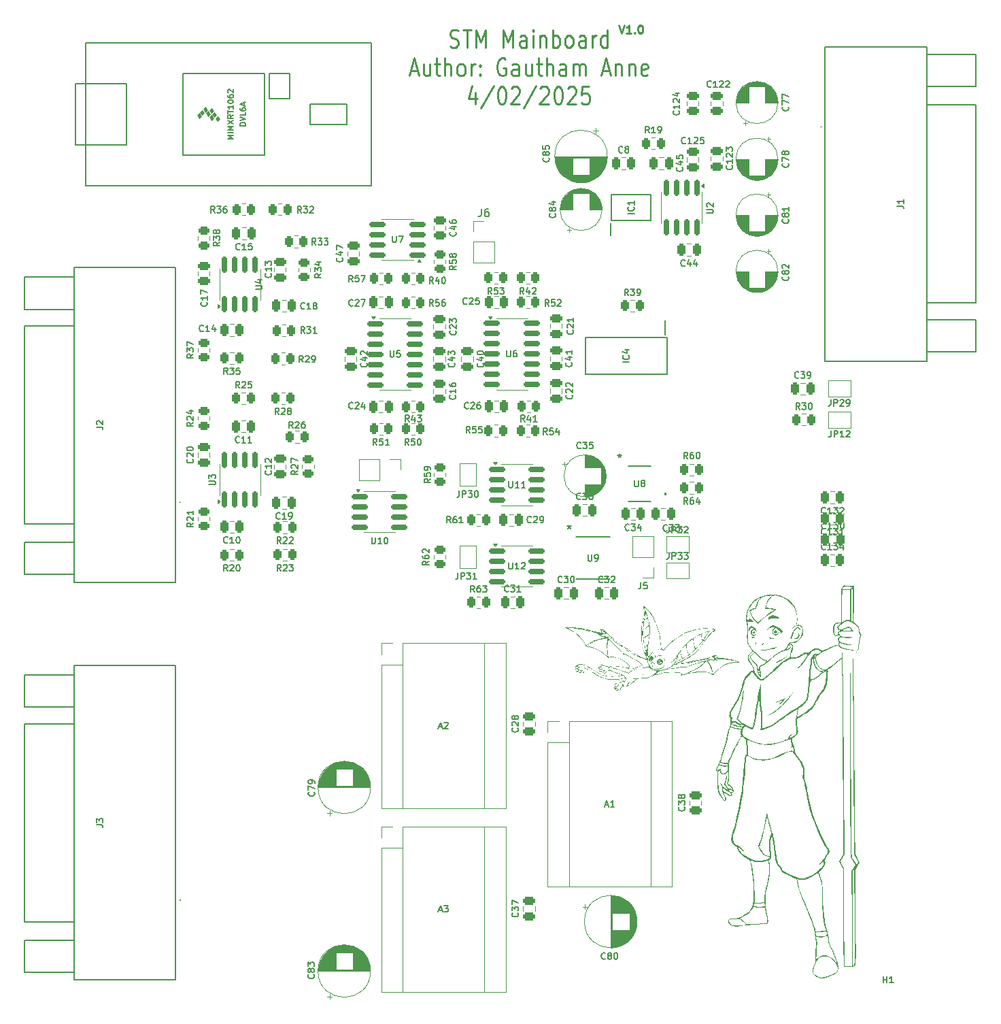
<source format=gto>
G04 #@! TF.GenerationSoftware,KiCad,Pcbnew,9.0.0*
G04 #@! TF.CreationDate,2025-04-29T18:09:41-05:00*
G04 #@! TF.ProjectId,Mainboard,4d61696e-626f-4617-9264-2e6b69636164,rev?*
G04 #@! TF.SameCoordinates,Original*
G04 #@! TF.FileFunction,Legend,Top*
G04 #@! TF.FilePolarity,Positive*
%FSLAX46Y46*%
G04 Gerber Fmt 4.6, Leading zero omitted, Abs format (unit mm)*
G04 Created by KiCad (PCBNEW 9.0.0) date 2025-04-29 18:09:41*
%MOMM*%
%LPD*%
G01*
G04 APERTURE LIST*
G04 Aperture macros list*
%AMRoundRect*
0 Rectangle with rounded corners*
0 $1 Rounding radius*
0 $2 $3 $4 $5 $6 $7 $8 $9 X,Y pos of 4 corners*
0 Add a 4 corners polygon primitive as box body*
4,1,4,$2,$3,$4,$5,$6,$7,$8,$9,$2,$3,0*
0 Add four circle primitives for the rounded corners*
1,1,$1+$1,$2,$3*
1,1,$1+$1,$4,$5*
1,1,$1+$1,$6,$7*
1,1,$1+$1,$8,$9*
0 Add four rect primitives between the rounded corners*
20,1,$1+$1,$2,$3,$4,$5,0*
20,1,$1+$1,$4,$5,$6,$7,0*
20,1,$1+$1,$6,$7,$8,$9,0*
20,1,$1+$1,$8,$9,$2,$3,0*%
%AMFreePoly0*
4,1,6,0.500000,-0.750000,-0.650000,-0.750000,-0.150000,0.000000,-0.650000,0.750000,0.500000,0.750000,0.500000,-0.750000,0.500000,-0.750000,$1*%
%AMFreePoly1*
4,1,6,1.000000,0.000000,0.500000,-0.750000,-0.500000,-0.750000,-0.500000,0.750000,0.500000,0.750000,1.000000,0.000000,1.000000,0.000000,$1*%
G04 Aperture macros list end*
%ADD10C,0.250000*%
%ADD11C,0.254000*%
%ADD12C,0.150000*%
%ADD13C,0.200000*%
%ADD14C,0.120000*%
%ADD15C,0.000000*%
%ADD16C,0.100000*%
%ADD17C,0.152400*%
%ADD18R,1.700000X1.700000*%
%ADD19O,1.700000X1.700000*%
%ADD20O,1.600000X1.600000*%
%ADD21R,1.600000X1.600000*%
%ADD22RoundRect,0.250000X0.475000X-0.250000X0.475000X0.250000X-0.475000X0.250000X-0.475000X-0.250000X0*%
%ADD23C,1.600000*%
%ADD24RoundRect,0.250000X-0.250000X-0.475000X0.250000X-0.475000X0.250000X0.475000X-0.250000X0.475000X0*%
%ADD25C,0.700000*%
%ADD26C,4.400000*%
%ADD27R,3.000000X2.290000*%
%ADD28RoundRect,0.150000X0.150000X-0.825000X0.150000X0.825000X-0.150000X0.825000X-0.150000X-0.825000X0*%
%ADD29RoundRect,0.250000X0.262500X0.450000X-0.262500X0.450000X-0.262500X-0.450000X0.262500X-0.450000X0*%
%ADD30RoundRect,0.150000X-0.825000X-0.150000X0.825000X-0.150000X0.825000X0.150000X-0.825000X0.150000X0*%
%ADD31RoundRect,0.250000X0.450000X-0.262500X0.450000X0.262500X-0.450000X0.262500X-0.450000X-0.262500X0*%
%ADD32FreePoly0,180.000000*%
%ADD33FreePoly1,180.000000*%
%ADD34RoundRect,0.250000X-0.262500X-0.450000X0.262500X-0.450000X0.262500X0.450000X-0.262500X0.450000X0*%
%ADD35RoundRect,0.250000X0.250000X0.475000X-0.250000X0.475000X-0.250000X-0.475000X0.250000X-0.475000X0*%
%ADD36RoundRect,0.250000X-0.475000X0.250000X-0.475000X-0.250000X0.475000X-0.250000X0.475000X0.250000X0*%
%ADD37RoundRect,0.150000X-0.150000X0.825000X-0.150000X-0.825000X0.150000X-0.825000X0.150000X0.825000X0*%
%ADD38RoundRect,0.150000X0.825000X0.150000X-0.825000X0.150000X-0.825000X-0.150000X0.825000X-0.150000X0*%
%ADD39RoundRect,0.250000X-0.450000X0.262500X-0.450000X-0.262500X0.450000X-0.262500X0.450000X0.262500X0*%
%ADD40C,4.572000*%
%ADD41C,1.561000*%
%ADD42R,1.561000X1.561000*%
%ADD43R,0.650000X1.528000*%
%ADD44FreePoly0,90.000000*%
%ADD45FreePoly1,90.000000*%
%ADD46R,1.460500X0.533400*%
%ADD47R,0.450000X1.800000*%
%ADD48R,1.333500X0.279400*%
%ADD49FreePoly0,0.000000*%
%ADD50FreePoly1,0.000000*%
%ADD51R,2.290000X3.000000*%
G04 APERTURE END LIST*
D10*
X186826191Y-32824619D02*
X187159524Y-33824619D01*
X187159524Y-33824619D02*
X187492857Y-32824619D01*
X188350000Y-33824619D02*
X187778572Y-33824619D01*
X188064286Y-33824619D02*
X188064286Y-32824619D01*
X188064286Y-32824619D02*
X187969048Y-32967476D01*
X187969048Y-32967476D02*
X187873810Y-33062714D01*
X187873810Y-33062714D02*
X187778572Y-33110333D01*
X188778572Y-33729380D02*
X188826191Y-33777000D01*
X188826191Y-33777000D02*
X188778572Y-33824619D01*
X188778572Y-33824619D02*
X188730953Y-33777000D01*
X188730953Y-33777000D02*
X188778572Y-33729380D01*
X188778572Y-33729380D02*
X188778572Y-33824619D01*
X189445238Y-32824619D02*
X189540476Y-32824619D01*
X189540476Y-32824619D02*
X189635714Y-32872238D01*
X189635714Y-32872238D02*
X189683333Y-32919857D01*
X189683333Y-32919857D02*
X189730952Y-33015095D01*
X189730952Y-33015095D02*
X189778571Y-33205571D01*
X189778571Y-33205571D02*
X189778571Y-33443666D01*
X189778571Y-33443666D02*
X189730952Y-33634142D01*
X189730952Y-33634142D02*
X189683333Y-33729380D01*
X189683333Y-33729380D02*
X189635714Y-33777000D01*
X189635714Y-33777000D02*
X189540476Y-33824619D01*
X189540476Y-33824619D02*
X189445238Y-33824619D01*
X189445238Y-33824619D02*
X189350000Y-33777000D01*
X189350000Y-33777000D02*
X189302381Y-33729380D01*
X189302381Y-33729380D02*
X189254762Y-33634142D01*
X189254762Y-33634142D02*
X189207143Y-33443666D01*
X189207143Y-33443666D02*
X189207143Y-33205571D01*
X189207143Y-33205571D02*
X189254762Y-33015095D01*
X189254762Y-33015095D02*
X189302381Y-32919857D01*
X189302381Y-32919857D02*
X189350000Y-32872238D01*
X189350000Y-32872238D02*
X189445238Y-32824619D01*
D11*
X165835715Y-35486977D02*
X166092858Y-35591738D01*
X166092858Y-35591738D02*
X166521429Y-35591738D01*
X166521429Y-35591738D02*
X166692858Y-35486977D01*
X166692858Y-35486977D02*
X166778572Y-35382215D01*
X166778572Y-35382215D02*
X166864286Y-35172691D01*
X166864286Y-35172691D02*
X166864286Y-34963167D01*
X166864286Y-34963167D02*
X166778572Y-34753643D01*
X166778572Y-34753643D02*
X166692858Y-34648881D01*
X166692858Y-34648881D02*
X166521429Y-34544119D01*
X166521429Y-34544119D02*
X166178572Y-34439357D01*
X166178572Y-34439357D02*
X166007143Y-34334596D01*
X166007143Y-34334596D02*
X165921429Y-34229834D01*
X165921429Y-34229834D02*
X165835715Y-34020310D01*
X165835715Y-34020310D02*
X165835715Y-33810786D01*
X165835715Y-33810786D02*
X165921429Y-33601262D01*
X165921429Y-33601262D02*
X166007143Y-33496500D01*
X166007143Y-33496500D02*
X166178572Y-33391738D01*
X166178572Y-33391738D02*
X166607143Y-33391738D01*
X166607143Y-33391738D02*
X166864286Y-33496500D01*
X167378572Y-33391738D02*
X168407144Y-33391738D01*
X167892858Y-35591738D02*
X167892858Y-33391738D01*
X169007144Y-35591738D02*
X169007144Y-33391738D01*
X169007144Y-33391738D02*
X169607144Y-34963167D01*
X169607144Y-34963167D02*
X170207144Y-33391738D01*
X170207144Y-33391738D02*
X170207144Y-35591738D01*
X172435716Y-35591738D02*
X172435716Y-33391738D01*
X172435716Y-33391738D02*
X173035716Y-34963167D01*
X173035716Y-34963167D02*
X173635716Y-33391738D01*
X173635716Y-33391738D02*
X173635716Y-35591738D01*
X175264288Y-35591738D02*
X175264288Y-34439357D01*
X175264288Y-34439357D02*
X175178573Y-34229834D01*
X175178573Y-34229834D02*
X175007145Y-34125072D01*
X175007145Y-34125072D02*
X174664288Y-34125072D01*
X174664288Y-34125072D02*
X174492859Y-34229834D01*
X175264288Y-35486977D02*
X175092859Y-35591738D01*
X175092859Y-35591738D02*
X174664288Y-35591738D01*
X174664288Y-35591738D02*
X174492859Y-35486977D01*
X174492859Y-35486977D02*
X174407145Y-35277453D01*
X174407145Y-35277453D02*
X174407145Y-35067929D01*
X174407145Y-35067929D02*
X174492859Y-34858405D01*
X174492859Y-34858405D02*
X174664288Y-34753643D01*
X174664288Y-34753643D02*
X175092859Y-34753643D01*
X175092859Y-34753643D02*
X175264288Y-34648881D01*
X176121430Y-35591738D02*
X176121430Y-34125072D01*
X176121430Y-33391738D02*
X176035716Y-33496500D01*
X176035716Y-33496500D02*
X176121430Y-33601262D01*
X176121430Y-33601262D02*
X176207144Y-33496500D01*
X176207144Y-33496500D02*
X176121430Y-33391738D01*
X176121430Y-33391738D02*
X176121430Y-33601262D01*
X176978573Y-34125072D02*
X176978573Y-35591738D01*
X176978573Y-34334596D02*
X177064287Y-34229834D01*
X177064287Y-34229834D02*
X177235716Y-34125072D01*
X177235716Y-34125072D02*
X177492859Y-34125072D01*
X177492859Y-34125072D02*
X177664287Y-34229834D01*
X177664287Y-34229834D02*
X177750002Y-34439357D01*
X177750002Y-34439357D02*
X177750002Y-35591738D01*
X178607144Y-35591738D02*
X178607144Y-33391738D01*
X178607144Y-34229834D02*
X178778573Y-34125072D01*
X178778573Y-34125072D02*
X179121430Y-34125072D01*
X179121430Y-34125072D02*
X179292858Y-34229834D01*
X179292858Y-34229834D02*
X179378573Y-34334596D01*
X179378573Y-34334596D02*
X179464287Y-34544119D01*
X179464287Y-34544119D02*
X179464287Y-35172691D01*
X179464287Y-35172691D02*
X179378573Y-35382215D01*
X179378573Y-35382215D02*
X179292858Y-35486977D01*
X179292858Y-35486977D02*
X179121430Y-35591738D01*
X179121430Y-35591738D02*
X178778573Y-35591738D01*
X178778573Y-35591738D02*
X178607144Y-35486977D01*
X180492858Y-35591738D02*
X180321429Y-35486977D01*
X180321429Y-35486977D02*
X180235715Y-35382215D01*
X180235715Y-35382215D02*
X180150001Y-35172691D01*
X180150001Y-35172691D02*
X180150001Y-34544119D01*
X180150001Y-34544119D02*
X180235715Y-34334596D01*
X180235715Y-34334596D02*
X180321429Y-34229834D01*
X180321429Y-34229834D02*
X180492858Y-34125072D01*
X180492858Y-34125072D02*
X180750001Y-34125072D01*
X180750001Y-34125072D02*
X180921429Y-34229834D01*
X180921429Y-34229834D02*
X181007144Y-34334596D01*
X181007144Y-34334596D02*
X181092858Y-34544119D01*
X181092858Y-34544119D02*
X181092858Y-35172691D01*
X181092858Y-35172691D02*
X181007144Y-35382215D01*
X181007144Y-35382215D02*
X180921429Y-35486977D01*
X180921429Y-35486977D02*
X180750001Y-35591738D01*
X180750001Y-35591738D02*
X180492858Y-35591738D01*
X182635715Y-35591738D02*
X182635715Y-34439357D01*
X182635715Y-34439357D02*
X182550000Y-34229834D01*
X182550000Y-34229834D02*
X182378572Y-34125072D01*
X182378572Y-34125072D02*
X182035715Y-34125072D01*
X182035715Y-34125072D02*
X181864286Y-34229834D01*
X182635715Y-35486977D02*
X182464286Y-35591738D01*
X182464286Y-35591738D02*
X182035715Y-35591738D01*
X182035715Y-35591738D02*
X181864286Y-35486977D01*
X181864286Y-35486977D02*
X181778572Y-35277453D01*
X181778572Y-35277453D02*
X181778572Y-35067929D01*
X181778572Y-35067929D02*
X181864286Y-34858405D01*
X181864286Y-34858405D02*
X182035715Y-34753643D01*
X182035715Y-34753643D02*
X182464286Y-34753643D01*
X182464286Y-34753643D02*
X182635715Y-34648881D01*
X183492857Y-35591738D02*
X183492857Y-34125072D01*
X183492857Y-34544119D02*
X183578571Y-34334596D01*
X183578571Y-34334596D02*
X183664286Y-34229834D01*
X183664286Y-34229834D02*
X183835714Y-34125072D01*
X183835714Y-34125072D02*
X184007143Y-34125072D01*
X185378572Y-35591738D02*
X185378572Y-33391738D01*
X185378572Y-35486977D02*
X185207143Y-35591738D01*
X185207143Y-35591738D02*
X184864286Y-35591738D01*
X184864286Y-35591738D02*
X184692857Y-35486977D01*
X184692857Y-35486977D02*
X184607143Y-35382215D01*
X184607143Y-35382215D02*
X184521429Y-35172691D01*
X184521429Y-35172691D02*
X184521429Y-34544119D01*
X184521429Y-34544119D02*
X184607143Y-34334596D01*
X184607143Y-34334596D02*
X184692857Y-34229834D01*
X184692857Y-34229834D02*
X184864286Y-34125072D01*
X184864286Y-34125072D02*
X185207143Y-34125072D01*
X185207143Y-34125072D02*
X185378572Y-34229834D01*
X160864288Y-38505044D02*
X161721431Y-38505044D01*
X160692859Y-39133615D02*
X161292859Y-36933615D01*
X161292859Y-36933615D02*
X161892859Y-39133615D01*
X163264288Y-37666949D02*
X163264288Y-39133615D01*
X162492859Y-37666949D02*
X162492859Y-38819330D01*
X162492859Y-38819330D02*
X162578573Y-39028854D01*
X162578573Y-39028854D02*
X162750002Y-39133615D01*
X162750002Y-39133615D02*
X163007145Y-39133615D01*
X163007145Y-39133615D02*
X163178573Y-39028854D01*
X163178573Y-39028854D02*
X163264288Y-38924092D01*
X163864287Y-37666949D02*
X164550001Y-37666949D01*
X164121430Y-36933615D02*
X164121430Y-38819330D01*
X164121430Y-38819330D02*
X164207144Y-39028854D01*
X164207144Y-39028854D02*
X164378573Y-39133615D01*
X164378573Y-39133615D02*
X164550001Y-39133615D01*
X165150001Y-39133615D02*
X165150001Y-36933615D01*
X165921430Y-39133615D02*
X165921430Y-37981234D01*
X165921430Y-37981234D02*
X165835715Y-37771711D01*
X165835715Y-37771711D02*
X165664287Y-37666949D01*
X165664287Y-37666949D02*
X165407144Y-37666949D01*
X165407144Y-37666949D02*
X165235715Y-37771711D01*
X165235715Y-37771711D02*
X165150001Y-37876473D01*
X167035715Y-39133615D02*
X166864286Y-39028854D01*
X166864286Y-39028854D02*
X166778572Y-38924092D01*
X166778572Y-38924092D02*
X166692858Y-38714568D01*
X166692858Y-38714568D02*
X166692858Y-38085996D01*
X166692858Y-38085996D02*
X166778572Y-37876473D01*
X166778572Y-37876473D02*
X166864286Y-37771711D01*
X166864286Y-37771711D02*
X167035715Y-37666949D01*
X167035715Y-37666949D02*
X167292858Y-37666949D01*
X167292858Y-37666949D02*
X167464286Y-37771711D01*
X167464286Y-37771711D02*
X167550001Y-37876473D01*
X167550001Y-37876473D02*
X167635715Y-38085996D01*
X167635715Y-38085996D02*
X167635715Y-38714568D01*
X167635715Y-38714568D02*
X167550001Y-38924092D01*
X167550001Y-38924092D02*
X167464286Y-39028854D01*
X167464286Y-39028854D02*
X167292858Y-39133615D01*
X167292858Y-39133615D02*
X167035715Y-39133615D01*
X168407143Y-39133615D02*
X168407143Y-37666949D01*
X168407143Y-38085996D02*
X168492857Y-37876473D01*
X168492857Y-37876473D02*
X168578572Y-37771711D01*
X168578572Y-37771711D02*
X168750000Y-37666949D01*
X168750000Y-37666949D02*
X168921429Y-37666949D01*
X169521429Y-38924092D02*
X169607143Y-39028854D01*
X169607143Y-39028854D02*
X169521429Y-39133615D01*
X169521429Y-39133615D02*
X169435715Y-39028854D01*
X169435715Y-39028854D02*
X169521429Y-38924092D01*
X169521429Y-38924092D02*
X169521429Y-39133615D01*
X169521429Y-37771711D02*
X169607143Y-37876473D01*
X169607143Y-37876473D02*
X169521429Y-37981234D01*
X169521429Y-37981234D02*
X169435715Y-37876473D01*
X169435715Y-37876473D02*
X169521429Y-37771711D01*
X169521429Y-37771711D02*
X169521429Y-37981234D01*
X172692858Y-37038377D02*
X172521430Y-36933615D01*
X172521430Y-36933615D02*
X172264287Y-36933615D01*
X172264287Y-36933615D02*
X172007144Y-37038377D01*
X172007144Y-37038377D02*
X171835715Y-37247901D01*
X171835715Y-37247901D02*
X171750001Y-37457425D01*
X171750001Y-37457425D02*
X171664287Y-37876473D01*
X171664287Y-37876473D02*
X171664287Y-38190758D01*
X171664287Y-38190758D02*
X171750001Y-38609806D01*
X171750001Y-38609806D02*
X171835715Y-38819330D01*
X171835715Y-38819330D02*
X172007144Y-39028854D01*
X172007144Y-39028854D02*
X172264287Y-39133615D01*
X172264287Y-39133615D02*
X172435715Y-39133615D01*
X172435715Y-39133615D02*
X172692858Y-39028854D01*
X172692858Y-39028854D02*
X172778572Y-38924092D01*
X172778572Y-38924092D02*
X172778572Y-38190758D01*
X172778572Y-38190758D02*
X172435715Y-38190758D01*
X174321430Y-39133615D02*
X174321430Y-37981234D01*
X174321430Y-37981234D02*
X174235715Y-37771711D01*
X174235715Y-37771711D02*
X174064287Y-37666949D01*
X174064287Y-37666949D02*
X173721430Y-37666949D01*
X173721430Y-37666949D02*
X173550001Y-37771711D01*
X174321430Y-39028854D02*
X174150001Y-39133615D01*
X174150001Y-39133615D02*
X173721430Y-39133615D01*
X173721430Y-39133615D02*
X173550001Y-39028854D01*
X173550001Y-39028854D02*
X173464287Y-38819330D01*
X173464287Y-38819330D02*
X173464287Y-38609806D01*
X173464287Y-38609806D02*
X173550001Y-38400282D01*
X173550001Y-38400282D02*
X173721430Y-38295520D01*
X173721430Y-38295520D02*
X174150001Y-38295520D01*
X174150001Y-38295520D02*
X174321430Y-38190758D01*
X175950001Y-37666949D02*
X175950001Y-39133615D01*
X175178572Y-37666949D02*
X175178572Y-38819330D01*
X175178572Y-38819330D02*
X175264286Y-39028854D01*
X175264286Y-39028854D02*
X175435715Y-39133615D01*
X175435715Y-39133615D02*
X175692858Y-39133615D01*
X175692858Y-39133615D02*
X175864286Y-39028854D01*
X175864286Y-39028854D02*
X175950001Y-38924092D01*
X176550000Y-37666949D02*
X177235714Y-37666949D01*
X176807143Y-36933615D02*
X176807143Y-38819330D01*
X176807143Y-38819330D02*
X176892857Y-39028854D01*
X176892857Y-39028854D02*
X177064286Y-39133615D01*
X177064286Y-39133615D02*
X177235714Y-39133615D01*
X177835714Y-39133615D02*
X177835714Y-36933615D01*
X178607143Y-39133615D02*
X178607143Y-37981234D01*
X178607143Y-37981234D02*
X178521428Y-37771711D01*
X178521428Y-37771711D02*
X178350000Y-37666949D01*
X178350000Y-37666949D02*
X178092857Y-37666949D01*
X178092857Y-37666949D02*
X177921428Y-37771711D01*
X177921428Y-37771711D02*
X177835714Y-37876473D01*
X180235714Y-39133615D02*
X180235714Y-37981234D01*
X180235714Y-37981234D02*
X180149999Y-37771711D01*
X180149999Y-37771711D02*
X179978571Y-37666949D01*
X179978571Y-37666949D02*
X179635714Y-37666949D01*
X179635714Y-37666949D02*
X179464285Y-37771711D01*
X180235714Y-39028854D02*
X180064285Y-39133615D01*
X180064285Y-39133615D02*
X179635714Y-39133615D01*
X179635714Y-39133615D02*
X179464285Y-39028854D01*
X179464285Y-39028854D02*
X179378571Y-38819330D01*
X179378571Y-38819330D02*
X179378571Y-38609806D01*
X179378571Y-38609806D02*
X179464285Y-38400282D01*
X179464285Y-38400282D02*
X179635714Y-38295520D01*
X179635714Y-38295520D02*
X180064285Y-38295520D01*
X180064285Y-38295520D02*
X180235714Y-38190758D01*
X181092856Y-39133615D02*
X181092856Y-37666949D01*
X181092856Y-37876473D02*
X181178570Y-37771711D01*
X181178570Y-37771711D02*
X181349999Y-37666949D01*
X181349999Y-37666949D02*
X181607142Y-37666949D01*
X181607142Y-37666949D02*
X181778570Y-37771711D01*
X181778570Y-37771711D02*
X181864285Y-37981234D01*
X181864285Y-37981234D02*
X181864285Y-39133615D01*
X181864285Y-37981234D02*
X181949999Y-37771711D01*
X181949999Y-37771711D02*
X182121427Y-37666949D01*
X182121427Y-37666949D02*
X182378570Y-37666949D01*
X182378570Y-37666949D02*
X182549999Y-37771711D01*
X182549999Y-37771711D02*
X182635713Y-37981234D01*
X182635713Y-37981234D02*
X182635713Y-39133615D01*
X184778571Y-38505044D02*
X185635714Y-38505044D01*
X184607142Y-39133615D02*
X185207142Y-36933615D01*
X185207142Y-36933615D02*
X185807142Y-39133615D01*
X186407142Y-37666949D02*
X186407142Y-39133615D01*
X186407142Y-37876473D02*
X186492856Y-37771711D01*
X186492856Y-37771711D02*
X186664285Y-37666949D01*
X186664285Y-37666949D02*
X186921428Y-37666949D01*
X186921428Y-37666949D02*
X187092856Y-37771711D01*
X187092856Y-37771711D02*
X187178571Y-37981234D01*
X187178571Y-37981234D02*
X187178571Y-39133615D01*
X188035713Y-37666949D02*
X188035713Y-39133615D01*
X188035713Y-37876473D02*
X188121427Y-37771711D01*
X188121427Y-37771711D02*
X188292856Y-37666949D01*
X188292856Y-37666949D02*
X188549999Y-37666949D01*
X188549999Y-37666949D02*
X188721427Y-37771711D01*
X188721427Y-37771711D02*
X188807142Y-37981234D01*
X188807142Y-37981234D02*
X188807142Y-39133615D01*
X190349998Y-39028854D02*
X190178570Y-39133615D01*
X190178570Y-39133615D02*
X189835713Y-39133615D01*
X189835713Y-39133615D02*
X189664284Y-39028854D01*
X189664284Y-39028854D02*
X189578570Y-38819330D01*
X189578570Y-38819330D02*
X189578570Y-37981234D01*
X189578570Y-37981234D02*
X189664284Y-37771711D01*
X189664284Y-37771711D02*
X189835713Y-37666949D01*
X189835713Y-37666949D02*
X190178570Y-37666949D01*
X190178570Y-37666949D02*
X190349998Y-37771711D01*
X190349998Y-37771711D02*
X190435713Y-37981234D01*
X190435713Y-37981234D02*
X190435713Y-38190758D01*
X190435713Y-38190758D02*
X189578570Y-38400282D01*
X168964285Y-41208826D02*
X168964285Y-42675492D01*
X168535713Y-40370731D02*
X168107142Y-41942159D01*
X168107142Y-41942159D02*
X169221427Y-41942159D01*
X171192856Y-40370731D02*
X169649999Y-43199302D01*
X172135713Y-40475492D02*
X172307142Y-40475492D01*
X172307142Y-40475492D02*
X172478570Y-40580254D01*
X172478570Y-40580254D02*
X172564285Y-40685016D01*
X172564285Y-40685016D02*
X172649999Y-40894540D01*
X172649999Y-40894540D02*
X172735713Y-41313588D01*
X172735713Y-41313588D02*
X172735713Y-41837397D01*
X172735713Y-41837397D02*
X172649999Y-42256445D01*
X172649999Y-42256445D02*
X172564285Y-42465969D01*
X172564285Y-42465969D02*
X172478570Y-42570731D01*
X172478570Y-42570731D02*
X172307142Y-42675492D01*
X172307142Y-42675492D02*
X172135713Y-42675492D01*
X172135713Y-42675492D02*
X171964285Y-42570731D01*
X171964285Y-42570731D02*
X171878570Y-42465969D01*
X171878570Y-42465969D02*
X171792856Y-42256445D01*
X171792856Y-42256445D02*
X171707142Y-41837397D01*
X171707142Y-41837397D02*
X171707142Y-41313588D01*
X171707142Y-41313588D02*
X171792856Y-40894540D01*
X171792856Y-40894540D02*
X171878570Y-40685016D01*
X171878570Y-40685016D02*
X171964285Y-40580254D01*
X171964285Y-40580254D02*
X172135713Y-40475492D01*
X173421428Y-40685016D02*
X173507142Y-40580254D01*
X173507142Y-40580254D02*
X173678571Y-40475492D01*
X173678571Y-40475492D02*
X174107142Y-40475492D01*
X174107142Y-40475492D02*
X174278571Y-40580254D01*
X174278571Y-40580254D02*
X174364285Y-40685016D01*
X174364285Y-40685016D02*
X174449999Y-40894540D01*
X174449999Y-40894540D02*
X174449999Y-41104064D01*
X174449999Y-41104064D02*
X174364285Y-41418350D01*
X174364285Y-41418350D02*
X173335713Y-42675492D01*
X173335713Y-42675492D02*
X174449999Y-42675492D01*
X176507142Y-40370731D02*
X174964285Y-43199302D01*
X177021428Y-40685016D02*
X177107142Y-40580254D01*
X177107142Y-40580254D02*
X177278571Y-40475492D01*
X177278571Y-40475492D02*
X177707142Y-40475492D01*
X177707142Y-40475492D02*
X177878571Y-40580254D01*
X177878571Y-40580254D02*
X177964285Y-40685016D01*
X177964285Y-40685016D02*
X178049999Y-40894540D01*
X178049999Y-40894540D02*
X178049999Y-41104064D01*
X178049999Y-41104064D02*
X177964285Y-41418350D01*
X177964285Y-41418350D02*
X176935713Y-42675492D01*
X176935713Y-42675492D02*
X178049999Y-42675492D01*
X179164285Y-40475492D02*
X179335714Y-40475492D01*
X179335714Y-40475492D02*
X179507142Y-40580254D01*
X179507142Y-40580254D02*
X179592857Y-40685016D01*
X179592857Y-40685016D02*
X179678571Y-40894540D01*
X179678571Y-40894540D02*
X179764285Y-41313588D01*
X179764285Y-41313588D02*
X179764285Y-41837397D01*
X179764285Y-41837397D02*
X179678571Y-42256445D01*
X179678571Y-42256445D02*
X179592857Y-42465969D01*
X179592857Y-42465969D02*
X179507142Y-42570731D01*
X179507142Y-42570731D02*
X179335714Y-42675492D01*
X179335714Y-42675492D02*
X179164285Y-42675492D01*
X179164285Y-42675492D02*
X178992857Y-42570731D01*
X178992857Y-42570731D02*
X178907142Y-42465969D01*
X178907142Y-42465969D02*
X178821428Y-42256445D01*
X178821428Y-42256445D02*
X178735714Y-41837397D01*
X178735714Y-41837397D02*
X178735714Y-41313588D01*
X178735714Y-41313588D02*
X178821428Y-40894540D01*
X178821428Y-40894540D02*
X178907142Y-40685016D01*
X178907142Y-40685016D02*
X178992857Y-40580254D01*
X178992857Y-40580254D02*
X179164285Y-40475492D01*
X180450000Y-40685016D02*
X180535714Y-40580254D01*
X180535714Y-40580254D02*
X180707143Y-40475492D01*
X180707143Y-40475492D02*
X181135714Y-40475492D01*
X181135714Y-40475492D02*
X181307143Y-40580254D01*
X181307143Y-40580254D02*
X181392857Y-40685016D01*
X181392857Y-40685016D02*
X181478571Y-40894540D01*
X181478571Y-40894540D02*
X181478571Y-41104064D01*
X181478571Y-41104064D02*
X181392857Y-41418350D01*
X181392857Y-41418350D02*
X180364285Y-42675492D01*
X180364285Y-42675492D02*
X181478571Y-42675492D01*
X183107143Y-40475492D02*
X182250000Y-40475492D01*
X182250000Y-40475492D02*
X182164286Y-41523111D01*
X182164286Y-41523111D02*
X182250000Y-41418350D01*
X182250000Y-41418350D02*
X182421429Y-41313588D01*
X182421429Y-41313588D02*
X182850000Y-41313588D01*
X182850000Y-41313588D02*
X183021429Y-41418350D01*
X183021429Y-41418350D02*
X183107143Y-41523111D01*
X183107143Y-41523111D02*
X183192857Y-41732635D01*
X183192857Y-41732635D02*
X183192857Y-42256445D01*
X183192857Y-42256445D02*
X183107143Y-42465969D01*
X183107143Y-42465969D02*
X183021429Y-42570731D01*
X183021429Y-42570731D02*
X182850000Y-42675492D01*
X182850000Y-42675492D02*
X182421429Y-42675492D01*
X182421429Y-42675492D02*
X182250000Y-42570731D01*
X182250000Y-42570731D02*
X182164286Y-42465969D01*
D12*
X169666666Y-55649819D02*
X169666666Y-56364104D01*
X169666666Y-56364104D02*
X169619047Y-56506961D01*
X169619047Y-56506961D02*
X169523809Y-56602200D01*
X169523809Y-56602200D02*
X169380952Y-56649819D01*
X169380952Y-56649819D02*
X169285714Y-56649819D01*
X170571428Y-55649819D02*
X170380952Y-55649819D01*
X170380952Y-55649819D02*
X170285714Y-55697438D01*
X170285714Y-55697438D02*
X170238095Y-55745057D01*
X170238095Y-55745057D02*
X170142857Y-55887914D01*
X170142857Y-55887914D02*
X170095238Y-56078390D01*
X170095238Y-56078390D02*
X170095238Y-56459342D01*
X170095238Y-56459342D02*
X170142857Y-56554580D01*
X170142857Y-56554580D02*
X170190476Y-56602200D01*
X170190476Y-56602200D02*
X170285714Y-56649819D01*
X170285714Y-56649819D02*
X170476190Y-56649819D01*
X170476190Y-56649819D02*
X170571428Y-56602200D01*
X170571428Y-56602200D02*
X170619047Y-56554580D01*
X170619047Y-56554580D02*
X170666666Y-56459342D01*
X170666666Y-56459342D02*
X170666666Y-56221247D01*
X170666666Y-56221247D02*
X170619047Y-56126009D01*
X170619047Y-56126009D02*
X170571428Y-56078390D01*
X170571428Y-56078390D02*
X170476190Y-56030771D01*
X170476190Y-56030771D02*
X170285714Y-56030771D01*
X170285714Y-56030771D02*
X170190476Y-56078390D01*
X170190476Y-56078390D02*
X170142857Y-56126009D01*
X170142857Y-56126009D02*
X170095238Y-56221247D01*
X185103571Y-129858723D02*
X185484524Y-129858723D01*
X185027381Y-130087295D02*
X185294048Y-129287295D01*
X185294048Y-129287295D02*
X185560714Y-130087295D01*
X186246428Y-130087295D02*
X185789285Y-130087295D01*
X186017857Y-130087295D02*
X186017857Y-129287295D01*
X186017857Y-129287295D02*
X185941666Y-129401580D01*
X185941666Y-129401580D02*
X185865476Y-129477771D01*
X185865476Y-129477771D02*
X185789285Y-129515866D01*
X194941104Y-130106285D02*
X194979200Y-130144381D01*
X194979200Y-130144381D02*
X195017295Y-130258666D01*
X195017295Y-130258666D02*
X195017295Y-130334857D01*
X195017295Y-130334857D02*
X194979200Y-130449143D01*
X194979200Y-130449143D02*
X194903009Y-130525333D01*
X194903009Y-130525333D02*
X194826819Y-130563428D01*
X194826819Y-130563428D02*
X194674438Y-130601524D01*
X194674438Y-130601524D02*
X194560152Y-130601524D01*
X194560152Y-130601524D02*
X194407771Y-130563428D01*
X194407771Y-130563428D02*
X194331580Y-130525333D01*
X194331580Y-130525333D02*
X194255390Y-130449143D01*
X194255390Y-130449143D02*
X194217295Y-130334857D01*
X194217295Y-130334857D02*
X194217295Y-130258666D01*
X194217295Y-130258666D02*
X194255390Y-130144381D01*
X194255390Y-130144381D02*
X194293485Y-130106285D01*
X194217295Y-129839619D02*
X194217295Y-129344381D01*
X194217295Y-129344381D02*
X194522057Y-129611047D01*
X194522057Y-129611047D02*
X194522057Y-129496762D01*
X194522057Y-129496762D02*
X194560152Y-129420571D01*
X194560152Y-129420571D02*
X194598247Y-129382476D01*
X194598247Y-129382476D02*
X194674438Y-129344381D01*
X194674438Y-129344381D02*
X194864914Y-129344381D01*
X194864914Y-129344381D02*
X194941104Y-129382476D01*
X194941104Y-129382476D02*
X194979200Y-129420571D01*
X194979200Y-129420571D02*
X195017295Y-129496762D01*
X195017295Y-129496762D02*
X195017295Y-129725333D01*
X195017295Y-129725333D02*
X194979200Y-129801524D01*
X194979200Y-129801524D02*
X194941104Y-129839619D01*
X194560152Y-128887238D02*
X194522057Y-128963428D01*
X194522057Y-128963428D02*
X194483961Y-129001523D01*
X194483961Y-129001523D02*
X194407771Y-129039619D01*
X194407771Y-129039619D02*
X194369676Y-129039619D01*
X194369676Y-129039619D02*
X194293485Y-129001523D01*
X194293485Y-129001523D02*
X194255390Y-128963428D01*
X194255390Y-128963428D02*
X194217295Y-128887238D01*
X194217295Y-128887238D02*
X194217295Y-128734857D01*
X194217295Y-128734857D02*
X194255390Y-128658666D01*
X194255390Y-128658666D02*
X194293485Y-128620571D01*
X194293485Y-128620571D02*
X194369676Y-128582476D01*
X194369676Y-128582476D02*
X194407771Y-128582476D01*
X194407771Y-128582476D02*
X194483961Y-128620571D01*
X194483961Y-128620571D02*
X194522057Y-128658666D01*
X194522057Y-128658666D02*
X194560152Y-128734857D01*
X194560152Y-128734857D02*
X194560152Y-128887238D01*
X194560152Y-128887238D02*
X194598247Y-128963428D01*
X194598247Y-128963428D02*
X194636342Y-129001523D01*
X194636342Y-129001523D02*
X194712533Y-129039619D01*
X194712533Y-129039619D02*
X194864914Y-129039619D01*
X194864914Y-129039619D02*
X194941104Y-129001523D01*
X194941104Y-129001523D02*
X194979200Y-128963428D01*
X194979200Y-128963428D02*
X195017295Y-128887238D01*
X195017295Y-128887238D02*
X195017295Y-128734857D01*
X195017295Y-128734857D02*
X194979200Y-128658666D01*
X194979200Y-128658666D02*
X194941104Y-128620571D01*
X194941104Y-128620571D02*
X194864914Y-128582476D01*
X194864914Y-128582476D02*
X194712533Y-128582476D01*
X194712533Y-128582476D02*
X194636342Y-128620571D01*
X194636342Y-128620571D02*
X194598247Y-128658666D01*
X194598247Y-128658666D02*
X194560152Y-128734857D01*
X185135714Y-148986104D02*
X185097618Y-149024200D01*
X185097618Y-149024200D02*
X184983333Y-149062295D01*
X184983333Y-149062295D02*
X184907142Y-149062295D01*
X184907142Y-149062295D02*
X184792856Y-149024200D01*
X184792856Y-149024200D02*
X184716666Y-148948009D01*
X184716666Y-148948009D02*
X184678571Y-148871819D01*
X184678571Y-148871819D02*
X184640475Y-148719438D01*
X184640475Y-148719438D02*
X184640475Y-148605152D01*
X184640475Y-148605152D02*
X184678571Y-148452771D01*
X184678571Y-148452771D02*
X184716666Y-148376580D01*
X184716666Y-148376580D02*
X184792856Y-148300390D01*
X184792856Y-148300390D02*
X184907142Y-148262295D01*
X184907142Y-148262295D02*
X184983333Y-148262295D01*
X184983333Y-148262295D02*
X185097618Y-148300390D01*
X185097618Y-148300390D02*
X185135714Y-148338485D01*
X185592856Y-148605152D02*
X185516666Y-148567057D01*
X185516666Y-148567057D02*
X185478571Y-148528961D01*
X185478571Y-148528961D02*
X185440475Y-148452771D01*
X185440475Y-148452771D02*
X185440475Y-148414676D01*
X185440475Y-148414676D02*
X185478571Y-148338485D01*
X185478571Y-148338485D02*
X185516666Y-148300390D01*
X185516666Y-148300390D02*
X185592856Y-148262295D01*
X185592856Y-148262295D02*
X185745237Y-148262295D01*
X185745237Y-148262295D02*
X185821428Y-148300390D01*
X185821428Y-148300390D02*
X185859523Y-148338485D01*
X185859523Y-148338485D02*
X185897618Y-148414676D01*
X185897618Y-148414676D02*
X185897618Y-148452771D01*
X185897618Y-148452771D02*
X185859523Y-148528961D01*
X185859523Y-148528961D02*
X185821428Y-148567057D01*
X185821428Y-148567057D02*
X185745237Y-148605152D01*
X185745237Y-148605152D02*
X185592856Y-148605152D01*
X185592856Y-148605152D02*
X185516666Y-148643247D01*
X185516666Y-148643247D02*
X185478571Y-148681342D01*
X185478571Y-148681342D02*
X185440475Y-148757533D01*
X185440475Y-148757533D02*
X185440475Y-148909914D01*
X185440475Y-148909914D02*
X185478571Y-148986104D01*
X185478571Y-148986104D02*
X185516666Y-149024200D01*
X185516666Y-149024200D02*
X185592856Y-149062295D01*
X185592856Y-149062295D02*
X185745237Y-149062295D01*
X185745237Y-149062295D02*
X185821428Y-149024200D01*
X185821428Y-149024200D02*
X185859523Y-148986104D01*
X185859523Y-148986104D02*
X185897618Y-148909914D01*
X185897618Y-148909914D02*
X185897618Y-148757533D01*
X185897618Y-148757533D02*
X185859523Y-148681342D01*
X185859523Y-148681342D02*
X185821428Y-148643247D01*
X185821428Y-148643247D02*
X185745237Y-148605152D01*
X186392857Y-148262295D02*
X186469047Y-148262295D01*
X186469047Y-148262295D02*
X186545238Y-148300390D01*
X186545238Y-148300390D02*
X186583333Y-148338485D01*
X186583333Y-148338485D02*
X186621428Y-148414676D01*
X186621428Y-148414676D02*
X186659523Y-148567057D01*
X186659523Y-148567057D02*
X186659523Y-148757533D01*
X186659523Y-148757533D02*
X186621428Y-148909914D01*
X186621428Y-148909914D02*
X186583333Y-148986104D01*
X186583333Y-148986104D02*
X186545238Y-149024200D01*
X186545238Y-149024200D02*
X186469047Y-149062295D01*
X186469047Y-149062295D02*
X186392857Y-149062295D01*
X186392857Y-149062295D02*
X186316666Y-149024200D01*
X186316666Y-149024200D02*
X186278571Y-148986104D01*
X186278571Y-148986104D02*
X186240476Y-148909914D01*
X186240476Y-148909914D02*
X186202380Y-148757533D01*
X186202380Y-148757533D02*
X186202380Y-148567057D01*
X186202380Y-148567057D02*
X186240476Y-148414676D01*
X186240476Y-148414676D02*
X186278571Y-148338485D01*
X186278571Y-148338485D02*
X186316666Y-148300390D01*
X186316666Y-148300390D02*
X186392857Y-148262295D01*
X194686104Y-50514285D02*
X194724200Y-50552381D01*
X194724200Y-50552381D02*
X194762295Y-50666666D01*
X194762295Y-50666666D02*
X194762295Y-50742857D01*
X194762295Y-50742857D02*
X194724200Y-50857143D01*
X194724200Y-50857143D02*
X194648009Y-50933333D01*
X194648009Y-50933333D02*
X194571819Y-50971428D01*
X194571819Y-50971428D02*
X194419438Y-51009524D01*
X194419438Y-51009524D02*
X194305152Y-51009524D01*
X194305152Y-51009524D02*
X194152771Y-50971428D01*
X194152771Y-50971428D02*
X194076580Y-50933333D01*
X194076580Y-50933333D02*
X194000390Y-50857143D01*
X194000390Y-50857143D02*
X193962295Y-50742857D01*
X193962295Y-50742857D02*
X193962295Y-50666666D01*
X193962295Y-50666666D02*
X194000390Y-50552381D01*
X194000390Y-50552381D02*
X194038485Y-50514285D01*
X194228961Y-49828571D02*
X194762295Y-49828571D01*
X193924200Y-50019047D02*
X194495628Y-50209524D01*
X194495628Y-50209524D02*
X194495628Y-49714285D01*
X193962295Y-49028571D02*
X193962295Y-49409523D01*
X193962295Y-49409523D02*
X194343247Y-49447619D01*
X194343247Y-49447619D02*
X194305152Y-49409523D01*
X194305152Y-49409523D02*
X194267057Y-49333333D01*
X194267057Y-49333333D02*
X194267057Y-49142857D01*
X194267057Y-49142857D02*
X194305152Y-49066666D01*
X194305152Y-49066666D02*
X194343247Y-49028571D01*
X194343247Y-49028571D02*
X194419438Y-48990476D01*
X194419438Y-48990476D02*
X194609914Y-48990476D01*
X194609914Y-48990476D02*
X194686104Y-49028571D01*
X194686104Y-49028571D02*
X194724200Y-49066666D01*
X194724200Y-49066666D02*
X194762295Y-49142857D01*
X194762295Y-49142857D02*
X194762295Y-49333333D01*
X194762295Y-49333333D02*
X194724200Y-49409523D01*
X194724200Y-49409523D02*
X194686104Y-49447619D01*
X219723750Y-151995569D02*
X219723750Y-151195569D01*
X219723750Y-151576521D02*
X220180893Y-151576521D01*
X220180893Y-151995569D02*
X220180893Y-151195569D01*
X220980892Y-151995569D02*
X220523749Y-151995569D01*
X220752321Y-151995569D02*
X220752321Y-151195569D01*
X220752321Y-151195569D02*
X220676130Y-151309854D01*
X220676130Y-151309854D02*
X220599940Y-151386045D01*
X220599940Y-151386045D02*
X220523749Y-151424140D01*
X135789295Y-90009523D02*
X136436914Y-90009523D01*
X136436914Y-90009523D02*
X136513104Y-89971428D01*
X136513104Y-89971428D02*
X136551200Y-89933333D01*
X136551200Y-89933333D02*
X136589295Y-89857142D01*
X136589295Y-89857142D02*
X136589295Y-89704761D01*
X136589295Y-89704761D02*
X136551200Y-89628571D01*
X136551200Y-89628571D02*
X136513104Y-89590476D01*
X136513104Y-89590476D02*
X136436914Y-89552380D01*
X136436914Y-89552380D02*
X135789295Y-89552380D01*
X135789295Y-89247619D02*
X135789295Y-88752381D01*
X135789295Y-88752381D02*
X136094057Y-89019047D01*
X136094057Y-89019047D02*
X136094057Y-88904762D01*
X136094057Y-88904762D02*
X136132152Y-88828571D01*
X136132152Y-88828571D02*
X136170247Y-88790476D01*
X136170247Y-88790476D02*
X136246438Y-88752381D01*
X136246438Y-88752381D02*
X136436914Y-88752381D01*
X136436914Y-88752381D02*
X136513104Y-88790476D01*
X136513104Y-88790476D02*
X136551200Y-88828571D01*
X136551200Y-88828571D02*
X136589295Y-88904762D01*
X136589295Y-88904762D02*
X136589295Y-89133333D01*
X136589295Y-89133333D02*
X136551200Y-89209524D01*
X136551200Y-89209524D02*
X136513104Y-89247619D01*
X156690714Y-85073295D02*
X156424047Y-84692342D01*
X156233571Y-85073295D02*
X156233571Y-84273295D01*
X156233571Y-84273295D02*
X156538333Y-84273295D01*
X156538333Y-84273295D02*
X156614523Y-84311390D01*
X156614523Y-84311390D02*
X156652618Y-84349485D01*
X156652618Y-84349485D02*
X156690714Y-84425676D01*
X156690714Y-84425676D02*
X156690714Y-84539961D01*
X156690714Y-84539961D02*
X156652618Y-84616152D01*
X156652618Y-84616152D02*
X156614523Y-84654247D01*
X156614523Y-84654247D02*
X156538333Y-84692342D01*
X156538333Y-84692342D02*
X156233571Y-84692342D01*
X157414523Y-84273295D02*
X157033571Y-84273295D01*
X157033571Y-84273295D02*
X156995475Y-84654247D01*
X156995475Y-84654247D02*
X157033571Y-84616152D01*
X157033571Y-84616152D02*
X157109761Y-84578057D01*
X157109761Y-84578057D02*
X157300237Y-84578057D01*
X157300237Y-84578057D02*
X157376428Y-84616152D01*
X157376428Y-84616152D02*
X157414523Y-84654247D01*
X157414523Y-84654247D02*
X157452618Y-84730438D01*
X157452618Y-84730438D02*
X157452618Y-84920914D01*
X157452618Y-84920914D02*
X157414523Y-84997104D01*
X157414523Y-84997104D02*
X157376428Y-85035200D01*
X157376428Y-85035200D02*
X157300237Y-85073295D01*
X157300237Y-85073295D02*
X157109761Y-85073295D01*
X157109761Y-85073295D02*
X157033571Y-85035200D01*
X157033571Y-85035200D02*
X156995475Y-84997104D01*
X158214523Y-85073295D02*
X157757380Y-85073295D01*
X157985952Y-85073295D02*
X157985952Y-84273295D01*
X157985952Y-84273295D02*
X157909761Y-84387580D01*
X157909761Y-84387580D02*
X157833571Y-84463771D01*
X157833571Y-84463771D02*
X157757380Y-84501866D01*
X173104524Y-99717295D02*
X173104524Y-100364914D01*
X173104524Y-100364914D02*
X173142619Y-100441104D01*
X173142619Y-100441104D02*
X173180714Y-100479200D01*
X173180714Y-100479200D02*
X173256905Y-100517295D01*
X173256905Y-100517295D02*
X173409286Y-100517295D01*
X173409286Y-100517295D02*
X173485476Y-100479200D01*
X173485476Y-100479200D02*
X173523571Y-100441104D01*
X173523571Y-100441104D02*
X173561667Y-100364914D01*
X173561667Y-100364914D02*
X173561667Y-99717295D01*
X174361666Y-100517295D02*
X173904523Y-100517295D01*
X174133095Y-100517295D02*
X174133095Y-99717295D01*
X174133095Y-99717295D02*
X174056904Y-99831580D01*
X174056904Y-99831580D02*
X173980714Y-99907771D01*
X173980714Y-99907771D02*
X173904523Y-99945866D01*
X174666428Y-99793485D02*
X174704524Y-99755390D01*
X174704524Y-99755390D02*
X174780714Y-99717295D01*
X174780714Y-99717295D02*
X174971190Y-99717295D01*
X174971190Y-99717295D02*
X175047381Y-99755390D01*
X175047381Y-99755390D02*
X175085476Y-99793485D01*
X175085476Y-99793485D02*
X175123571Y-99869676D01*
X175123571Y-99869676D02*
X175123571Y-99945866D01*
X175123571Y-99945866D02*
X175085476Y-100060152D01*
X175085476Y-100060152D02*
X174628333Y-100517295D01*
X174628333Y-100517295D02*
X175123571Y-100517295D01*
X149762295Y-63764285D02*
X149381342Y-64030952D01*
X149762295Y-64221428D02*
X148962295Y-64221428D01*
X148962295Y-64221428D02*
X148962295Y-63916666D01*
X148962295Y-63916666D02*
X149000390Y-63840476D01*
X149000390Y-63840476D02*
X149038485Y-63802381D01*
X149038485Y-63802381D02*
X149114676Y-63764285D01*
X149114676Y-63764285D02*
X149228961Y-63764285D01*
X149228961Y-63764285D02*
X149305152Y-63802381D01*
X149305152Y-63802381D02*
X149343247Y-63840476D01*
X149343247Y-63840476D02*
X149381342Y-63916666D01*
X149381342Y-63916666D02*
X149381342Y-64221428D01*
X148962295Y-63497619D02*
X148962295Y-63002381D01*
X148962295Y-63002381D02*
X149267057Y-63269047D01*
X149267057Y-63269047D02*
X149267057Y-63154762D01*
X149267057Y-63154762D02*
X149305152Y-63078571D01*
X149305152Y-63078571D02*
X149343247Y-63040476D01*
X149343247Y-63040476D02*
X149419438Y-63002381D01*
X149419438Y-63002381D02*
X149609914Y-63002381D01*
X149609914Y-63002381D02*
X149686104Y-63040476D01*
X149686104Y-63040476D02*
X149724200Y-63078571D01*
X149724200Y-63078571D02*
X149762295Y-63154762D01*
X149762295Y-63154762D02*
X149762295Y-63383333D01*
X149762295Y-63383333D02*
X149724200Y-63459524D01*
X149724200Y-63459524D02*
X149686104Y-63497619D01*
X149228961Y-62316666D02*
X149762295Y-62316666D01*
X148924200Y-62507142D02*
X149495628Y-62697619D01*
X149495628Y-62697619D02*
X149495628Y-62202380D01*
X213227380Y-83274795D02*
X213227380Y-83846223D01*
X213227380Y-83846223D02*
X213189285Y-83960509D01*
X213189285Y-83960509D02*
X213113094Y-84036700D01*
X213113094Y-84036700D02*
X212998809Y-84074795D01*
X212998809Y-84074795D02*
X212922618Y-84074795D01*
X213608333Y-84074795D02*
X213608333Y-83274795D01*
X213608333Y-83274795D02*
X213913095Y-83274795D01*
X213913095Y-83274795D02*
X213989285Y-83312890D01*
X213989285Y-83312890D02*
X214027380Y-83350985D01*
X214027380Y-83350985D02*
X214065476Y-83427176D01*
X214065476Y-83427176D02*
X214065476Y-83541461D01*
X214065476Y-83541461D02*
X214027380Y-83617652D01*
X214027380Y-83617652D02*
X213989285Y-83655747D01*
X213989285Y-83655747D02*
X213913095Y-83693842D01*
X213913095Y-83693842D02*
X213608333Y-83693842D01*
X214827380Y-84074795D02*
X214370237Y-84074795D01*
X214598809Y-84074795D02*
X214598809Y-83274795D01*
X214598809Y-83274795D02*
X214522618Y-83389080D01*
X214522618Y-83389080D02*
X214446428Y-83465271D01*
X214446428Y-83465271D02*
X214370237Y-83503366D01*
X215132142Y-83350985D02*
X215170238Y-83312890D01*
X215170238Y-83312890D02*
X215246428Y-83274795D01*
X215246428Y-83274795D02*
X215436904Y-83274795D01*
X215436904Y-83274795D02*
X215513095Y-83312890D01*
X215513095Y-83312890D02*
X215551190Y-83350985D01*
X215551190Y-83350985D02*
X215589285Y-83427176D01*
X215589285Y-83427176D02*
X215589285Y-83503366D01*
X215589285Y-83503366D02*
X215551190Y-83617652D01*
X215551190Y-83617652D02*
X215094047Y-84074795D01*
X215094047Y-84074795D02*
X215589285Y-84074795D01*
X182035814Y-91761104D02*
X181997718Y-91799200D01*
X181997718Y-91799200D02*
X181883433Y-91837295D01*
X181883433Y-91837295D02*
X181807242Y-91837295D01*
X181807242Y-91837295D02*
X181692956Y-91799200D01*
X181692956Y-91799200D02*
X181616766Y-91723009D01*
X181616766Y-91723009D02*
X181578671Y-91646819D01*
X181578671Y-91646819D02*
X181540575Y-91494438D01*
X181540575Y-91494438D02*
X181540575Y-91380152D01*
X181540575Y-91380152D02*
X181578671Y-91227771D01*
X181578671Y-91227771D02*
X181616766Y-91151580D01*
X181616766Y-91151580D02*
X181692956Y-91075390D01*
X181692956Y-91075390D02*
X181807242Y-91037295D01*
X181807242Y-91037295D02*
X181883433Y-91037295D01*
X181883433Y-91037295D02*
X181997718Y-91075390D01*
X181997718Y-91075390D02*
X182035814Y-91113485D01*
X182302480Y-91037295D02*
X182797718Y-91037295D01*
X182797718Y-91037295D02*
X182531052Y-91342057D01*
X182531052Y-91342057D02*
X182645337Y-91342057D01*
X182645337Y-91342057D02*
X182721528Y-91380152D01*
X182721528Y-91380152D02*
X182759623Y-91418247D01*
X182759623Y-91418247D02*
X182797718Y-91494438D01*
X182797718Y-91494438D02*
X182797718Y-91684914D01*
X182797718Y-91684914D02*
X182759623Y-91761104D01*
X182759623Y-91761104D02*
X182721528Y-91799200D01*
X182721528Y-91799200D02*
X182645337Y-91837295D01*
X182645337Y-91837295D02*
X182416766Y-91837295D01*
X182416766Y-91837295D02*
X182340575Y-91799200D01*
X182340575Y-91799200D02*
X182302480Y-91761104D01*
X183483433Y-91037295D02*
X183331052Y-91037295D01*
X183331052Y-91037295D02*
X183254861Y-91075390D01*
X183254861Y-91075390D02*
X183216766Y-91113485D01*
X183216766Y-91113485D02*
X183140576Y-91227771D01*
X183140576Y-91227771D02*
X183102480Y-91380152D01*
X183102480Y-91380152D02*
X183102480Y-91684914D01*
X183102480Y-91684914D02*
X183140576Y-91761104D01*
X183140576Y-91761104D02*
X183178671Y-91799200D01*
X183178671Y-91799200D02*
X183254861Y-91837295D01*
X183254861Y-91837295D02*
X183407242Y-91837295D01*
X183407242Y-91837295D02*
X183483433Y-91799200D01*
X183483433Y-91799200D02*
X183521528Y-91761104D01*
X183521528Y-91761104D02*
X183559623Y-91684914D01*
X183559623Y-91684914D02*
X183559623Y-91494438D01*
X183559623Y-91494438D02*
X183521528Y-91418247D01*
X183521528Y-91418247D02*
X183483433Y-91380152D01*
X183483433Y-91380152D02*
X183407242Y-91342057D01*
X183407242Y-91342057D02*
X183254861Y-91342057D01*
X183254861Y-91342057D02*
X183178671Y-91380152D01*
X183178671Y-91380152D02*
X183140576Y-91418247D01*
X183140576Y-91418247D02*
X183102480Y-91494438D01*
X177885714Y-83762295D02*
X177619047Y-83381342D01*
X177428571Y-83762295D02*
X177428571Y-82962295D01*
X177428571Y-82962295D02*
X177733333Y-82962295D01*
X177733333Y-82962295D02*
X177809523Y-83000390D01*
X177809523Y-83000390D02*
X177847618Y-83038485D01*
X177847618Y-83038485D02*
X177885714Y-83114676D01*
X177885714Y-83114676D02*
X177885714Y-83228961D01*
X177885714Y-83228961D02*
X177847618Y-83305152D01*
X177847618Y-83305152D02*
X177809523Y-83343247D01*
X177809523Y-83343247D02*
X177733333Y-83381342D01*
X177733333Y-83381342D02*
X177428571Y-83381342D01*
X178609523Y-82962295D02*
X178228571Y-82962295D01*
X178228571Y-82962295D02*
X178190475Y-83343247D01*
X178190475Y-83343247D02*
X178228571Y-83305152D01*
X178228571Y-83305152D02*
X178304761Y-83267057D01*
X178304761Y-83267057D02*
X178495237Y-83267057D01*
X178495237Y-83267057D02*
X178571428Y-83305152D01*
X178571428Y-83305152D02*
X178609523Y-83343247D01*
X178609523Y-83343247D02*
X178647618Y-83419438D01*
X178647618Y-83419438D02*
X178647618Y-83609914D01*
X178647618Y-83609914D02*
X178609523Y-83686104D01*
X178609523Y-83686104D02*
X178571428Y-83724200D01*
X178571428Y-83724200D02*
X178495237Y-83762295D01*
X178495237Y-83762295D02*
X178304761Y-83762295D01*
X178304761Y-83762295D02*
X178228571Y-83724200D01*
X178228571Y-83724200D02*
X178190475Y-83686104D01*
X179333333Y-83228961D02*
X179333333Y-83762295D01*
X179142857Y-82924200D02*
X178952380Y-83495628D01*
X178952380Y-83495628D02*
X179447619Y-83495628D01*
X139562714Y-77962295D02*
X139296047Y-77581342D01*
X139105571Y-77962295D02*
X139105571Y-77162295D01*
X139105571Y-77162295D02*
X139410333Y-77162295D01*
X139410333Y-77162295D02*
X139486523Y-77200390D01*
X139486523Y-77200390D02*
X139524618Y-77238485D01*
X139524618Y-77238485D02*
X139562714Y-77314676D01*
X139562714Y-77314676D02*
X139562714Y-77428961D01*
X139562714Y-77428961D02*
X139524618Y-77505152D01*
X139524618Y-77505152D02*
X139486523Y-77543247D01*
X139486523Y-77543247D02*
X139410333Y-77581342D01*
X139410333Y-77581342D02*
X139105571Y-77581342D01*
X139867475Y-77238485D02*
X139905571Y-77200390D01*
X139905571Y-77200390D02*
X139981761Y-77162295D01*
X139981761Y-77162295D02*
X140172237Y-77162295D01*
X140172237Y-77162295D02*
X140248428Y-77200390D01*
X140248428Y-77200390D02*
X140286523Y-77238485D01*
X140286523Y-77238485D02*
X140324618Y-77314676D01*
X140324618Y-77314676D02*
X140324618Y-77390866D01*
X140324618Y-77390866D02*
X140286523Y-77505152D01*
X140286523Y-77505152D02*
X139829380Y-77962295D01*
X139829380Y-77962295D02*
X140324618Y-77962295D01*
X141048428Y-77162295D02*
X140667476Y-77162295D01*
X140667476Y-77162295D02*
X140629380Y-77543247D01*
X140629380Y-77543247D02*
X140667476Y-77505152D01*
X140667476Y-77505152D02*
X140743666Y-77467057D01*
X140743666Y-77467057D02*
X140934142Y-77467057D01*
X140934142Y-77467057D02*
X141010333Y-77505152D01*
X141010333Y-77505152D02*
X141048428Y-77543247D01*
X141048428Y-77543247D02*
X141086523Y-77619438D01*
X141086523Y-77619438D02*
X141086523Y-77809914D01*
X141086523Y-77809914D02*
X141048428Y-77886104D01*
X141048428Y-77886104D02*
X141010333Y-77924200D01*
X141010333Y-77924200D02*
X140934142Y-77962295D01*
X140934142Y-77962295D02*
X140743666Y-77962295D01*
X140743666Y-77962295D02*
X140667476Y-77924200D01*
X140667476Y-77924200D02*
X140629380Y-77886104D01*
X149085714Y-60162295D02*
X148819047Y-59781342D01*
X148628571Y-60162295D02*
X148628571Y-59362295D01*
X148628571Y-59362295D02*
X148933333Y-59362295D01*
X148933333Y-59362295D02*
X149009523Y-59400390D01*
X149009523Y-59400390D02*
X149047618Y-59438485D01*
X149047618Y-59438485D02*
X149085714Y-59514676D01*
X149085714Y-59514676D02*
X149085714Y-59628961D01*
X149085714Y-59628961D02*
X149047618Y-59705152D01*
X149047618Y-59705152D02*
X149009523Y-59743247D01*
X149009523Y-59743247D02*
X148933333Y-59781342D01*
X148933333Y-59781342D02*
X148628571Y-59781342D01*
X149352380Y-59362295D02*
X149847618Y-59362295D01*
X149847618Y-59362295D02*
X149580952Y-59667057D01*
X149580952Y-59667057D02*
X149695237Y-59667057D01*
X149695237Y-59667057D02*
X149771428Y-59705152D01*
X149771428Y-59705152D02*
X149809523Y-59743247D01*
X149809523Y-59743247D02*
X149847618Y-59819438D01*
X149847618Y-59819438D02*
X149847618Y-60009914D01*
X149847618Y-60009914D02*
X149809523Y-60086104D01*
X149809523Y-60086104D02*
X149771428Y-60124200D01*
X149771428Y-60124200D02*
X149695237Y-60162295D01*
X149695237Y-60162295D02*
X149466666Y-60162295D01*
X149466666Y-60162295D02*
X149390475Y-60124200D01*
X149390475Y-60124200D02*
X149352380Y-60086104D01*
X150114285Y-59362295D02*
X150609523Y-59362295D01*
X150609523Y-59362295D02*
X150342857Y-59667057D01*
X150342857Y-59667057D02*
X150457142Y-59667057D01*
X150457142Y-59667057D02*
X150533333Y-59705152D01*
X150533333Y-59705152D02*
X150571428Y-59743247D01*
X150571428Y-59743247D02*
X150609523Y-59819438D01*
X150609523Y-59819438D02*
X150609523Y-60009914D01*
X150609523Y-60009914D02*
X150571428Y-60086104D01*
X150571428Y-60086104D02*
X150533333Y-60124200D01*
X150533333Y-60124200D02*
X150457142Y-60162295D01*
X150457142Y-60162295D02*
X150228571Y-60162295D01*
X150228571Y-60162295D02*
X150152380Y-60124200D01*
X150152380Y-60124200D02*
X150114285Y-60086104D01*
X187985714Y-66462295D02*
X187719047Y-66081342D01*
X187528571Y-66462295D02*
X187528571Y-65662295D01*
X187528571Y-65662295D02*
X187833333Y-65662295D01*
X187833333Y-65662295D02*
X187909523Y-65700390D01*
X187909523Y-65700390D02*
X187947618Y-65738485D01*
X187947618Y-65738485D02*
X187985714Y-65814676D01*
X187985714Y-65814676D02*
X187985714Y-65928961D01*
X187985714Y-65928961D02*
X187947618Y-66005152D01*
X187947618Y-66005152D02*
X187909523Y-66043247D01*
X187909523Y-66043247D02*
X187833333Y-66081342D01*
X187833333Y-66081342D02*
X187528571Y-66081342D01*
X188252380Y-65662295D02*
X188747618Y-65662295D01*
X188747618Y-65662295D02*
X188480952Y-65967057D01*
X188480952Y-65967057D02*
X188595237Y-65967057D01*
X188595237Y-65967057D02*
X188671428Y-66005152D01*
X188671428Y-66005152D02*
X188709523Y-66043247D01*
X188709523Y-66043247D02*
X188747618Y-66119438D01*
X188747618Y-66119438D02*
X188747618Y-66309914D01*
X188747618Y-66309914D02*
X188709523Y-66386104D01*
X188709523Y-66386104D02*
X188671428Y-66424200D01*
X188671428Y-66424200D02*
X188595237Y-66462295D01*
X188595237Y-66462295D02*
X188366666Y-66462295D01*
X188366666Y-66462295D02*
X188290475Y-66424200D01*
X188290475Y-66424200D02*
X188252380Y-66386104D01*
X189128571Y-66462295D02*
X189280952Y-66462295D01*
X189280952Y-66462295D02*
X189357142Y-66424200D01*
X189357142Y-66424200D02*
X189395238Y-66386104D01*
X189395238Y-66386104D02*
X189471428Y-66271819D01*
X189471428Y-66271819D02*
X189509523Y-66119438D01*
X189509523Y-66119438D02*
X189509523Y-65814676D01*
X189509523Y-65814676D02*
X189471428Y-65738485D01*
X189471428Y-65738485D02*
X189433333Y-65700390D01*
X189433333Y-65700390D02*
X189357142Y-65662295D01*
X189357142Y-65662295D02*
X189204761Y-65662295D01*
X189204761Y-65662295D02*
X189128571Y-65700390D01*
X189128571Y-65700390D02*
X189090476Y-65738485D01*
X189090476Y-65738485D02*
X189052380Y-65814676D01*
X189052380Y-65814676D02*
X189052380Y-66005152D01*
X189052380Y-66005152D02*
X189090476Y-66081342D01*
X189090476Y-66081342D02*
X189128571Y-66119438D01*
X189128571Y-66119438D02*
X189204761Y-66157533D01*
X189204761Y-66157533D02*
X189357142Y-66157533D01*
X189357142Y-66157533D02*
X189433333Y-66119438D01*
X189433333Y-66119438D02*
X189471428Y-66081342D01*
X189471428Y-66081342D02*
X189509523Y-66005152D01*
X209193214Y-76668604D02*
X209155118Y-76706700D01*
X209155118Y-76706700D02*
X209040833Y-76744795D01*
X209040833Y-76744795D02*
X208964642Y-76744795D01*
X208964642Y-76744795D02*
X208850356Y-76706700D01*
X208850356Y-76706700D02*
X208774166Y-76630509D01*
X208774166Y-76630509D02*
X208736071Y-76554319D01*
X208736071Y-76554319D02*
X208697975Y-76401938D01*
X208697975Y-76401938D02*
X208697975Y-76287652D01*
X208697975Y-76287652D02*
X208736071Y-76135271D01*
X208736071Y-76135271D02*
X208774166Y-76059080D01*
X208774166Y-76059080D02*
X208850356Y-75982890D01*
X208850356Y-75982890D02*
X208964642Y-75944795D01*
X208964642Y-75944795D02*
X209040833Y-75944795D01*
X209040833Y-75944795D02*
X209155118Y-75982890D01*
X209155118Y-75982890D02*
X209193214Y-76020985D01*
X209459880Y-75944795D02*
X209955118Y-75944795D01*
X209955118Y-75944795D02*
X209688452Y-76249557D01*
X209688452Y-76249557D02*
X209802737Y-76249557D01*
X209802737Y-76249557D02*
X209878928Y-76287652D01*
X209878928Y-76287652D02*
X209917023Y-76325747D01*
X209917023Y-76325747D02*
X209955118Y-76401938D01*
X209955118Y-76401938D02*
X209955118Y-76592414D01*
X209955118Y-76592414D02*
X209917023Y-76668604D01*
X209917023Y-76668604D02*
X209878928Y-76706700D01*
X209878928Y-76706700D02*
X209802737Y-76744795D01*
X209802737Y-76744795D02*
X209574166Y-76744795D01*
X209574166Y-76744795D02*
X209497975Y-76706700D01*
X209497975Y-76706700D02*
X209459880Y-76668604D01*
X210336071Y-76744795D02*
X210488452Y-76744795D01*
X210488452Y-76744795D02*
X210564642Y-76706700D01*
X210564642Y-76706700D02*
X210602738Y-76668604D01*
X210602738Y-76668604D02*
X210678928Y-76554319D01*
X210678928Y-76554319D02*
X210717023Y-76401938D01*
X210717023Y-76401938D02*
X210717023Y-76097176D01*
X210717023Y-76097176D02*
X210678928Y-76020985D01*
X210678928Y-76020985D02*
X210640833Y-75982890D01*
X210640833Y-75982890D02*
X210564642Y-75944795D01*
X210564642Y-75944795D02*
X210412261Y-75944795D01*
X210412261Y-75944795D02*
X210336071Y-75982890D01*
X210336071Y-75982890D02*
X210297976Y-76020985D01*
X210297976Y-76020985D02*
X210259880Y-76097176D01*
X210259880Y-76097176D02*
X210259880Y-76287652D01*
X210259880Y-76287652D02*
X210297976Y-76363842D01*
X210297976Y-76363842D02*
X210336071Y-76401938D01*
X210336071Y-76401938D02*
X210412261Y-76440033D01*
X210412261Y-76440033D02*
X210564642Y-76440033D01*
X210564642Y-76440033D02*
X210640833Y-76401938D01*
X210640833Y-76401938D02*
X210678928Y-76363842D01*
X210678928Y-76363842D02*
X210717023Y-76287652D01*
X139612714Y-60716104D02*
X139574618Y-60754200D01*
X139574618Y-60754200D02*
X139460333Y-60792295D01*
X139460333Y-60792295D02*
X139384142Y-60792295D01*
X139384142Y-60792295D02*
X139269856Y-60754200D01*
X139269856Y-60754200D02*
X139193666Y-60678009D01*
X139193666Y-60678009D02*
X139155571Y-60601819D01*
X139155571Y-60601819D02*
X139117475Y-60449438D01*
X139117475Y-60449438D02*
X139117475Y-60335152D01*
X139117475Y-60335152D02*
X139155571Y-60182771D01*
X139155571Y-60182771D02*
X139193666Y-60106580D01*
X139193666Y-60106580D02*
X139269856Y-60030390D01*
X139269856Y-60030390D02*
X139384142Y-59992295D01*
X139384142Y-59992295D02*
X139460333Y-59992295D01*
X139460333Y-59992295D02*
X139574618Y-60030390D01*
X139574618Y-60030390D02*
X139612714Y-60068485D01*
X140374618Y-60792295D02*
X139917475Y-60792295D01*
X140146047Y-60792295D02*
X140146047Y-59992295D01*
X140146047Y-59992295D02*
X140069856Y-60106580D01*
X140069856Y-60106580D02*
X139993666Y-60182771D01*
X139993666Y-60182771D02*
X139917475Y-60220866D01*
X141098428Y-59992295D02*
X140717476Y-59992295D01*
X140717476Y-59992295D02*
X140679380Y-60373247D01*
X140679380Y-60373247D02*
X140717476Y-60335152D01*
X140717476Y-60335152D02*
X140793666Y-60297057D01*
X140793666Y-60297057D02*
X140984142Y-60297057D01*
X140984142Y-60297057D02*
X141060333Y-60335152D01*
X141060333Y-60335152D02*
X141098428Y-60373247D01*
X141098428Y-60373247D02*
X141136523Y-60449438D01*
X141136523Y-60449438D02*
X141136523Y-60639914D01*
X141136523Y-60639914D02*
X141098428Y-60716104D01*
X141098428Y-60716104D02*
X141060333Y-60754200D01*
X141060333Y-60754200D02*
X140984142Y-60792295D01*
X140984142Y-60792295D02*
X140793666Y-60792295D01*
X140793666Y-60792295D02*
X140717476Y-60754200D01*
X140717476Y-60754200D02*
X140679380Y-60716104D01*
X178086104Y-49314285D02*
X178124200Y-49352381D01*
X178124200Y-49352381D02*
X178162295Y-49466666D01*
X178162295Y-49466666D02*
X178162295Y-49542857D01*
X178162295Y-49542857D02*
X178124200Y-49657143D01*
X178124200Y-49657143D02*
X178048009Y-49733333D01*
X178048009Y-49733333D02*
X177971819Y-49771428D01*
X177971819Y-49771428D02*
X177819438Y-49809524D01*
X177819438Y-49809524D02*
X177705152Y-49809524D01*
X177705152Y-49809524D02*
X177552771Y-49771428D01*
X177552771Y-49771428D02*
X177476580Y-49733333D01*
X177476580Y-49733333D02*
X177400390Y-49657143D01*
X177400390Y-49657143D02*
X177362295Y-49542857D01*
X177362295Y-49542857D02*
X177362295Y-49466666D01*
X177362295Y-49466666D02*
X177400390Y-49352381D01*
X177400390Y-49352381D02*
X177438485Y-49314285D01*
X177705152Y-48857143D02*
X177667057Y-48933333D01*
X177667057Y-48933333D02*
X177628961Y-48971428D01*
X177628961Y-48971428D02*
X177552771Y-49009524D01*
X177552771Y-49009524D02*
X177514676Y-49009524D01*
X177514676Y-49009524D02*
X177438485Y-48971428D01*
X177438485Y-48971428D02*
X177400390Y-48933333D01*
X177400390Y-48933333D02*
X177362295Y-48857143D01*
X177362295Y-48857143D02*
X177362295Y-48704762D01*
X177362295Y-48704762D02*
X177400390Y-48628571D01*
X177400390Y-48628571D02*
X177438485Y-48590476D01*
X177438485Y-48590476D02*
X177514676Y-48552381D01*
X177514676Y-48552381D02*
X177552771Y-48552381D01*
X177552771Y-48552381D02*
X177628961Y-48590476D01*
X177628961Y-48590476D02*
X177667057Y-48628571D01*
X177667057Y-48628571D02*
X177705152Y-48704762D01*
X177705152Y-48704762D02*
X177705152Y-48857143D01*
X177705152Y-48857143D02*
X177743247Y-48933333D01*
X177743247Y-48933333D02*
X177781342Y-48971428D01*
X177781342Y-48971428D02*
X177857533Y-49009524D01*
X177857533Y-49009524D02*
X178009914Y-49009524D01*
X178009914Y-49009524D02*
X178086104Y-48971428D01*
X178086104Y-48971428D02*
X178124200Y-48933333D01*
X178124200Y-48933333D02*
X178162295Y-48857143D01*
X178162295Y-48857143D02*
X178162295Y-48704762D01*
X178162295Y-48704762D02*
X178124200Y-48628571D01*
X178124200Y-48628571D02*
X178086104Y-48590476D01*
X178086104Y-48590476D02*
X178009914Y-48552381D01*
X178009914Y-48552381D02*
X177857533Y-48552381D01*
X177857533Y-48552381D02*
X177781342Y-48590476D01*
X177781342Y-48590476D02*
X177743247Y-48628571D01*
X177743247Y-48628571D02*
X177705152Y-48704762D01*
X177362295Y-47828571D02*
X177362295Y-48209523D01*
X177362295Y-48209523D02*
X177743247Y-48247619D01*
X177743247Y-48247619D02*
X177705152Y-48209523D01*
X177705152Y-48209523D02*
X177667057Y-48133333D01*
X177667057Y-48133333D02*
X177667057Y-47942857D01*
X177667057Y-47942857D02*
X177705152Y-47866666D01*
X177705152Y-47866666D02*
X177743247Y-47828571D01*
X177743247Y-47828571D02*
X177819438Y-47790476D01*
X177819438Y-47790476D02*
X178009914Y-47790476D01*
X178009914Y-47790476D02*
X178086104Y-47828571D01*
X178086104Y-47828571D02*
X178124200Y-47866666D01*
X178124200Y-47866666D02*
X178162295Y-47942857D01*
X178162295Y-47942857D02*
X178162295Y-48133333D01*
X178162295Y-48133333D02*
X178124200Y-48209523D01*
X178124200Y-48209523D02*
X178086104Y-48247619D01*
X155378604Y-74875285D02*
X155416700Y-74913381D01*
X155416700Y-74913381D02*
X155454795Y-75027666D01*
X155454795Y-75027666D02*
X155454795Y-75103857D01*
X155454795Y-75103857D02*
X155416700Y-75218143D01*
X155416700Y-75218143D02*
X155340509Y-75294333D01*
X155340509Y-75294333D02*
X155264319Y-75332428D01*
X155264319Y-75332428D02*
X155111938Y-75370524D01*
X155111938Y-75370524D02*
X154997652Y-75370524D01*
X154997652Y-75370524D02*
X154845271Y-75332428D01*
X154845271Y-75332428D02*
X154769080Y-75294333D01*
X154769080Y-75294333D02*
X154692890Y-75218143D01*
X154692890Y-75218143D02*
X154654795Y-75103857D01*
X154654795Y-75103857D02*
X154654795Y-75027666D01*
X154654795Y-75027666D02*
X154692890Y-74913381D01*
X154692890Y-74913381D02*
X154730985Y-74875285D01*
X154921461Y-74189571D02*
X155454795Y-74189571D01*
X154616700Y-74380047D02*
X155188128Y-74570524D01*
X155188128Y-74570524D02*
X155188128Y-74075285D01*
X154730985Y-73808619D02*
X154692890Y-73770523D01*
X154692890Y-73770523D02*
X154654795Y-73694333D01*
X154654795Y-73694333D02*
X154654795Y-73503857D01*
X154654795Y-73503857D02*
X154692890Y-73427666D01*
X154692890Y-73427666D02*
X154730985Y-73389571D01*
X154730985Y-73389571D02*
X154807176Y-73351476D01*
X154807176Y-73351476D02*
X154883366Y-73351476D01*
X154883366Y-73351476D02*
X154997652Y-73389571D01*
X154997652Y-73389571D02*
X155454795Y-73846714D01*
X155454795Y-73846714D02*
X155454795Y-73351476D01*
X135085714Y-70886104D02*
X135047618Y-70924200D01*
X135047618Y-70924200D02*
X134933333Y-70962295D01*
X134933333Y-70962295D02*
X134857142Y-70962295D01*
X134857142Y-70962295D02*
X134742856Y-70924200D01*
X134742856Y-70924200D02*
X134666666Y-70848009D01*
X134666666Y-70848009D02*
X134628571Y-70771819D01*
X134628571Y-70771819D02*
X134590475Y-70619438D01*
X134590475Y-70619438D02*
X134590475Y-70505152D01*
X134590475Y-70505152D02*
X134628571Y-70352771D01*
X134628571Y-70352771D02*
X134666666Y-70276580D01*
X134666666Y-70276580D02*
X134742856Y-70200390D01*
X134742856Y-70200390D02*
X134857142Y-70162295D01*
X134857142Y-70162295D02*
X134933333Y-70162295D01*
X134933333Y-70162295D02*
X135047618Y-70200390D01*
X135047618Y-70200390D02*
X135085714Y-70238485D01*
X135847618Y-70962295D02*
X135390475Y-70962295D01*
X135619047Y-70962295D02*
X135619047Y-70162295D01*
X135619047Y-70162295D02*
X135542856Y-70276580D01*
X135542856Y-70276580D02*
X135466666Y-70352771D01*
X135466666Y-70352771D02*
X135390475Y-70390866D01*
X136533333Y-70428961D02*
X136533333Y-70962295D01*
X136342857Y-70124200D02*
X136152380Y-70695628D01*
X136152380Y-70695628D02*
X136647619Y-70695628D01*
X166486104Y-70875285D02*
X166524200Y-70913381D01*
X166524200Y-70913381D02*
X166562295Y-71027666D01*
X166562295Y-71027666D02*
X166562295Y-71103857D01*
X166562295Y-71103857D02*
X166524200Y-71218143D01*
X166524200Y-71218143D02*
X166448009Y-71294333D01*
X166448009Y-71294333D02*
X166371819Y-71332428D01*
X166371819Y-71332428D02*
X166219438Y-71370524D01*
X166219438Y-71370524D02*
X166105152Y-71370524D01*
X166105152Y-71370524D02*
X165952771Y-71332428D01*
X165952771Y-71332428D02*
X165876580Y-71294333D01*
X165876580Y-71294333D02*
X165800390Y-71218143D01*
X165800390Y-71218143D02*
X165762295Y-71103857D01*
X165762295Y-71103857D02*
X165762295Y-71027666D01*
X165762295Y-71027666D02*
X165800390Y-70913381D01*
X165800390Y-70913381D02*
X165838485Y-70875285D01*
X165838485Y-70570524D02*
X165800390Y-70532428D01*
X165800390Y-70532428D02*
X165762295Y-70456238D01*
X165762295Y-70456238D02*
X165762295Y-70265762D01*
X165762295Y-70265762D02*
X165800390Y-70189571D01*
X165800390Y-70189571D02*
X165838485Y-70151476D01*
X165838485Y-70151476D02*
X165914676Y-70113381D01*
X165914676Y-70113381D02*
X165990866Y-70113381D01*
X165990866Y-70113381D02*
X166105152Y-70151476D01*
X166105152Y-70151476D02*
X166562295Y-70608619D01*
X166562295Y-70608619D02*
X166562295Y-70113381D01*
X165762295Y-69846714D02*
X165762295Y-69351476D01*
X165762295Y-69351476D02*
X166067057Y-69618142D01*
X166067057Y-69618142D02*
X166067057Y-69503857D01*
X166067057Y-69503857D02*
X166105152Y-69427666D01*
X166105152Y-69427666D02*
X166143247Y-69389571D01*
X166143247Y-69389571D02*
X166219438Y-69351476D01*
X166219438Y-69351476D02*
X166409914Y-69351476D01*
X166409914Y-69351476D02*
X166486104Y-69389571D01*
X166486104Y-69389571D02*
X166524200Y-69427666D01*
X166524200Y-69427666D02*
X166562295Y-69503857D01*
X166562295Y-69503857D02*
X166562295Y-69732428D01*
X166562295Y-69732428D02*
X166524200Y-69808619D01*
X166524200Y-69808619D02*
X166486104Y-69846714D01*
X209335714Y-80624795D02*
X209069047Y-80243842D01*
X208878571Y-80624795D02*
X208878571Y-79824795D01*
X208878571Y-79824795D02*
X209183333Y-79824795D01*
X209183333Y-79824795D02*
X209259523Y-79862890D01*
X209259523Y-79862890D02*
X209297618Y-79900985D01*
X209297618Y-79900985D02*
X209335714Y-79977176D01*
X209335714Y-79977176D02*
X209335714Y-80091461D01*
X209335714Y-80091461D02*
X209297618Y-80167652D01*
X209297618Y-80167652D02*
X209259523Y-80205747D01*
X209259523Y-80205747D02*
X209183333Y-80243842D01*
X209183333Y-80243842D02*
X208878571Y-80243842D01*
X209602380Y-79824795D02*
X210097618Y-79824795D01*
X210097618Y-79824795D02*
X209830952Y-80129557D01*
X209830952Y-80129557D02*
X209945237Y-80129557D01*
X209945237Y-80129557D02*
X210021428Y-80167652D01*
X210021428Y-80167652D02*
X210059523Y-80205747D01*
X210059523Y-80205747D02*
X210097618Y-80281938D01*
X210097618Y-80281938D02*
X210097618Y-80472414D01*
X210097618Y-80472414D02*
X210059523Y-80548604D01*
X210059523Y-80548604D02*
X210021428Y-80586700D01*
X210021428Y-80586700D02*
X209945237Y-80624795D01*
X209945237Y-80624795D02*
X209716666Y-80624795D01*
X209716666Y-80624795D02*
X209640475Y-80586700D01*
X209640475Y-80586700D02*
X209602380Y-80548604D01*
X210592857Y-79824795D02*
X210669047Y-79824795D01*
X210669047Y-79824795D02*
X210745238Y-79862890D01*
X210745238Y-79862890D02*
X210783333Y-79900985D01*
X210783333Y-79900985D02*
X210821428Y-79977176D01*
X210821428Y-79977176D02*
X210859523Y-80129557D01*
X210859523Y-80129557D02*
X210859523Y-80320033D01*
X210859523Y-80320033D02*
X210821428Y-80472414D01*
X210821428Y-80472414D02*
X210783333Y-80548604D01*
X210783333Y-80548604D02*
X210745238Y-80586700D01*
X210745238Y-80586700D02*
X210669047Y-80624795D01*
X210669047Y-80624795D02*
X210592857Y-80624795D01*
X210592857Y-80624795D02*
X210516666Y-80586700D01*
X210516666Y-80586700D02*
X210478571Y-80548604D01*
X210478571Y-80548604D02*
X210440476Y-80472414D01*
X210440476Y-80472414D02*
X210402380Y-80320033D01*
X210402380Y-80320033D02*
X210402380Y-80129557D01*
X210402380Y-80129557D02*
X210440476Y-79977176D01*
X210440476Y-79977176D02*
X210478571Y-79900985D01*
X210478571Y-79900985D02*
X210516666Y-79862890D01*
X210516666Y-79862890D02*
X210592857Y-79824795D01*
X200886104Y-50295237D02*
X200924200Y-50333333D01*
X200924200Y-50333333D02*
X200962295Y-50447618D01*
X200962295Y-50447618D02*
X200962295Y-50523809D01*
X200962295Y-50523809D02*
X200924200Y-50638095D01*
X200924200Y-50638095D02*
X200848009Y-50714285D01*
X200848009Y-50714285D02*
X200771819Y-50752380D01*
X200771819Y-50752380D02*
X200619438Y-50790476D01*
X200619438Y-50790476D02*
X200505152Y-50790476D01*
X200505152Y-50790476D02*
X200352771Y-50752380D01*
X200352771Y-50752380D02*
X200276580Y-50714285D01*
X200276580Y-50714285D02*
X200200390Y-50638095D01*
X200200390Y-50638095D02*
X200162295Y-50523809D01*
X200162295Y-50523809D02*
X200162295Y-50447618D01*
X200162295Y-50447618D02*
X200200390Y-50333333D01*
X200200390Y-50333333D02*
X200238485Y-50295237D01*
X200962295Y-49533333D02*
X200962295Y-49990476D01*
X200962295Y-49761904D02*
X200162295Y-49761904D01*
X200162295Y-49761904D02*
X200276580Y-49838095D01*
X200276580Y-49838095D02*
X200352771Y-49914285D01*
X200352771Y-49914285D02*
X200390866Y-49990476D01*
X200238485Y-49228571D02*
X200200390Y-49190475D01*
X200200390Y-49190475D02*
X200162295Y-49114285D01*
X200162295Y-49114285D02*
X200162295Y-48923809D01*
X200162295Y-48923809D02*
X200200390Y-48847618D01*
X200200390Y-48847618D02*
X200238485Y-48809523D01*
X200238485Y-48809523D02*
X200314676Y-48771428D01*
X200314676Y-48771428D02*
X200390866Y-48771428D01*
X200390866Y-48771428D02*
X200505152Y-48809523D01*
X200505152Y-48809523D02*
X200962295Y-49266666D01*
X200962295Y-49266666D02*
X200962295Y-48771428D01*
X200162295Y-48504761D02*
X200162295Y-48009523D01*
X200162295Y-48009523D02*
X200467057Y-48276189D01*
X200467057Y-48276189D02*
X200467057Y-48161904D01*
X200467057Y-48161904D02*
X200505152Y-48085713D01*
X200505152Y-48085713D02*
X200543247Y-48047618D01*
X200543247Y-48047618D02*
X200619438Y-48009523D01*
X200619438Y-48009523D02*
X200809914Y-48009523D01*
X200809914Y-48009523D02*
X200886104Y-48047618D01*
X200886104Y-48047618D02*
X200924200Y-48085713D01*
X200924200Y-48085713D02*
X200962295Y-48161904D01*
X200962295Y-48161904D02*
X200962295Y-48390475D01*
X200962295Y-48390475D02*
X200924200Y-48466666D01*
X200924200Y-48466666D02*
X200886104Y-48504761D01*
X195364614Y-86762295D02*
X195097947Y-86381342D01*
X194907471Y-86762295D02*
X194907471Y-85962295D01*
X194907471Y-85962295D02*
X195212233Y-85962295D01*
X195212233Y-85962295D02*
X195288423Y-86000390D01*
X195288423Y-86000390D02*
X195326518Y-86038485D01*
X195326518Y-86038485D02*
X195364614Y-86114676D01*
X195364614Y-86114676D02*
X195364614Y-86228961D01*
X195364614Y-86228961D02*
X195326518Y-86305152D01*
X195326518Y-86305152D02*
X195288423Y-86343247D01*
X195288423Y-86343247D02*
X195212233Y-86381342D01*
X195212233Y-86381342D02*
X194907471Y-86381342D01*
X196050328Y-85962295D02*
X195897947Y-85962295D01*
X195897947Y-85962295D02*
X195821756Y-86000390D01*
X195821756Y-86000390D02*
X195783661Y-86038485D01*
X195783661Y-86038485D02*
X195707471Y-86152771D01*
X195707471Y-86152771D02*
X195669375Y-86305152D01*
X195669375Y-86305152D02*
X195669375Y-86609914D01*
X195669375Y-86609914D02*
X195707471Y-86686104D01*
X195707471Y-86686104D02*
X195745566Y-86724200D01*
X195745566Y-86724200D02*
X195821756Y-86762295D01*
X195821756Y-86762295D02*
X195974137Y-86762295D01*
X195974137Y-86762295D02*
X196050328Y-86724200D01*
X196050328Y-86724200D02*
X196088423Y-86686104D01*
X196088423Y-86686104D02*
X196126518Y-86609914D01*
X196126518Y-86609914D02*
X196126518Y-86419438D01*
X196126518Y-86419438D02*
X196088423Y-86343247D01*
X196088423Y-86343247D02*
X196050328Y-86305152D01*
X196050328Y-86305152D02*
X195974137Y-86267057D01*
X195974137Y-86267057D02*
X195821756Y-86267057D01*
X195821756Y-86267057D02*
X195745566Y-86305152D01*
X195745566Y-86305152D02*
X195707471Y-86343247D01*
X195707471Y-86343247D02*
X195669375Y-86419438D01*
X196621757Y-85962295D02*
X196697947Y-85962295D01*
X196697947Y-85962295D02*
X196774138Y-86000390D01*
X196774138Y-86000390D02*
X196812233Y-86038485D01*
X196812233Y-86038485D02*
X196850328Y-86114676D01*
X196850328Y-86114676D02*
X196888423Y-86267057D01*
X196888423Y-86267057D02*
X196888423Y-86457533D01*
X196888423Y-86457533D02*
X196850328Y-86609914D01*
X196850328Y-86609914D02*
X196812233Y-86686104D01*
X196812233Y-86686104D02*
X196774138Y-86724200D01*
X196774138Y-86724200D02*
X196697947Y-86762295D01*
X196697947Y-86762295D02*
X196621757Y-86762295D01*
X196621757Y-86762295D02*
X196545566Y-86724200D01*
X196545566Y-86724200D02*
X196507471Y-86686104D01*
X196507471Y-86686104D02*
X196469376Y-86609914D01*
X196469376Y-86609914D02*
X196431280Y-86457533D01*
X196431280Y-86457533D02*
X196431280Y-86267057D01*
X196431280Y-86267057D02*
X196469376Y-86114676D01*
X196469376Y-86114676D02*
X196507471Y-86038485D01*
X196507471Y-86038485D02*
X196545566Y-86000390D01*
X196545566Y-86000390D02*
X196621757Y-85962295D01*
X172865476Y-73303295D02*
X172865476Y-73950914D01*
X172865476Y-73950914D02*
X172903571Y-74027104D01*
X172903571Y-74027104D02*
X172941666Y-74065200D01*
X172941666Y-74065200D02*
X173017857Y-74103295D01*
X173017857Y-74103295D02*
X173170238Y-74103295D01*
X173170238Y-74103295D02*
X173246428Y-74065200D01*
X173246428Y-74065200D02*
X173284523Y-74027104D01*
X173284523Y-74027104D02*
X173322619Y-73950914D01*
X173322619Y-73950914D02*
X173322619Y-73303295D01*
X174046428Y-73303295D02*
X173894047Y-73303295D01*
X173894047Y-73303295D02*
X173817856Y-73341390D01*
X173817856Y-73341390D02*
X173779761Y-73379485D01*
X173779761Y-73379485D02*
X173703571Y-73493771D01*
X173703571Y-73493771D02*
X173665475Y-73646152D01*
X173665475Y-73646152D02*
X173665475Y-73950914D01*
X173665475Y-73950914D02*
X173703571Y-74027104D01*
X173703571Y-74027104D02*
X173741666Y-74065200D01*
X173741666Y-74065200D02*
X173817856Y-74103295D01*
X173817856Y-74103295D02*
X173970237Y-74103295D01*
X173970237Y-74103295D02*
X174046428Y-74065200D01*
X174046428Y-74065200D02*
X174084523Y-74027104D01*
X174084523Y-74027104D02*
X174122618Y-73950914D01*
X174122618Y-73950914D02*
X174122618Y-73760438D01*
X174122618Y-73760438D02*
X174084523Y-73684247D01*
X174084523Y-73684247D02*
X174046428Y-73646152D01*
X174046428Y-73646152D02*
X173970237Y-73608057D01*
X173970237Y-73608057D02*
X173817856Y-73608057D01*
X173817856Y-73608057D02*
X173741666Y-73646152D01*
X173741666Y-73646152D02*
X173703571Y-73684247D01*
X173703571Y-73684247D02*
X173665475Y-73760438D01*
X197762295Y-56209523D02*
X198409914Y-56209523D01*
X198409914Y-56209523D02*
X198486104Y-56171428D01*
X198486104Y-56171428D02*
X198524200Y-56133333D01*
X198524200Y-56133333D02*
X198562295Y-56057142D01*
X198562295Y-56057142D02*
X198562295Y-55904761D01*
X198562295Y-55904761D02*
X198524200Y-55828571D01*
X198524200Y-55828571D02*
X198486104Y-55790476D01*
X198486104Y-55790476D02*
X198409914Y-55752380D01*
X198409914Y-55752380D02*
X197762295Y-55752380D01*
X197838485Y-55409524D02*
X197800390Y-55371428D01*
X197800390Y-55371428D02*
X197762295Y-55295238D01*
X197762295Y-55295238D02*
X197762295Y-55104762D01*
X197762295Y-55104762D02*
X197800390Y-55028571D01*
X197800390Y-55028571D02*
X197838485Y-54990476D01*
X197838485Y-54990476D02*
X197914676Y-54952381D01*
X197914676Y-54952381D02*
X197990866Y-54952381D01*
X197990866Y-54952381D02*
X198105152Y-54990476D01*
X198105152Y-54990476D02*
X198562295Y-55447619D01*
X198562295Y-55447619D02*
X198562295Y-54952381D01*
X166562295Y-62764285D02*
X166181342Y-63030952D01*
X166562295Y-63221428D02*
X165762295Y-63221428D01*
X165762295Y-63221428D02*
X165762295Y-62916666D01*
X165762295Y-62916666D02*
X165800390Y-62840476D01*
X165800390Y-62840476D02*
X165838485Y-62802381D01*
X165838485Y-62802381D02*
X165914676Y-62764285D01*
X165914676Y-62764285D02*
X166028961Y-62764285D01*
X166028961Y-62764285D02*
X166105152Y-62802381D01*
X166105152Y-62802381D02*
X166143247Y-62840476D01*
X166143247Y-62840476D02*
X166181342Y-62916666D01*
X166181342Y-62916666D02*
X166181342Y-63221428D01*
X165762295Y-62040476D02*
X165762295Y-62421428D01*
X165762295Y-62421428D02*
X166143247Y-62459524D01*
X166143247Y-62459524D02*
X166105152Y-62421428D01*
X166105152Y-62421428D02*
X166067057Y-62345238D01*
X166067057Y-62345238D02*
X166067057Y-62154762D01*
X166067057Y-62154762D02*
X166105152Y-62078571D01*
X166105152Y-62078571D02*
X166143247Y-62040476D01*
X166143247Y-62040476D02*
X166219438Y-62002381D01*
X166219438Y-62002381D02*
X166409914Y-62002381D01*
X166409914Y-62002381D02*
X166486104Y-62040476D01*
X166486104Y-62040476D02*
X166524200Y-62078571D01*
X166524200Y-62078571D02*
X166562295Y-62154762D01*
X166562295Y-62154762D02*
X166562295Y-62345238D01*
X166562295Y-62345238D02*
X166524200Y-62421428D01*
X166524200Y-62421428D02*
X166486104Y-62459524D01*
X166105152Y-61545238D02*
X166067057Y-61621428D01*
X166067057Y-61621428D02*
X166028961Y-61659523D01*
X166028961Y-61659523D02*
X165952771Y-61697619D01*
X165952771Y-61697619D02*
X165914676Y-61697619D01*
X165914676Y-61697619D02*
X165838485Y-61659523D01*
X165838485Y-61659523D02*
X165800390Y-61621428D01*
X165800390Y-61621428D02*
X165762295Y-61545238D01*
X165762295Y-61545238D02*
X165762295Y-61392857D01*
X165762295Y-61392857D02*
X165800390Y-61316666D01*
X165800390Y-61316666D02*
X165838485Y-61278571D01*
X165838485Y-61278571D02*
X165914676Y-61240476D01*
X165914676Y-61240476D02*
X165952771Y-61240476D01*
X165952771Y-61240476D02*
X166028961Y-61278571D01*
X166028961Y-61278571D02*
X166067057Y-61316666D01*
X166067057Y-61316666D02*
X166105152Y-61392857D01*
X166105152Y-61392857D02*
X166105152Y-61545238D01*
X166105152Y-61545238D02*
X166143247Y-61621428D01*
X166143247Y-61621428D02*
X166181342Y-61659523D01*
X166181342Y-61659523D02*
X166257533Y-61697619D01*
X166257533Y-61697619D02*
X166409914Y-61697619D01*
X166409914Y-61697619D02*
X166486104Y-61659523D01*
X166486104Y-61659523D02*
X166524200Y-61621428D01*
X166524200Y-61621428D02*
X166562295Y-61545238D01*
X166562295Y-61545238D02*
X166562295Y-61392857D01*
X166562295Y-61392857D02*
X166524200Y-61316666D01*
X166524200Y-61316666D02*
X166486104Y-61278571D01*
X166486104Y-61278571D02*
X166409914Y-61240476D01*
X166409914Y-61240476D02*
X166257533Y-61240476D01*
X166257533Y-61240476D02*
X166181342Y-61278571D01*
X166181342Y-61278571D02*
X166143247Y-61316666D01*
X166143247Y-61316666D02*
X166105152Y-61392857D01*
X212504762Y-98006104D02*
X212466666Y-98044200D01*
X212466666Y-98044200D02*
X212352381Y-98082295D01*
X212352381Y-98082295D02*
X212276190Y-98082295D01*
X212276190Y-98082295D02*
X212161904Y-98044200D01*
X212161904Y-98044200D02*
X212085714Y-97968009D01*
X212085714Y-97968009D02*
X212047619Y-97891819D01*
X212047619Y-97891819D02*
X212009523Y-97739438D01*
X212009523Y-97739438D02*
X212009523Y-97625152D01*
X212009523Y-97625152D02*
X212047619Y-97472771D01*
X212047619Y-97472771D02*
X212085714Y-97396580D01*
X212085714Y-97396580D02*
X212161904Y-97320390D01*
X212161904Y-97320390D02*
X212276190Y-97282295D01*
X212276190Y-97282295D02*
X212352381Y-97282295D01*
X212352381Y-97282295D02*
X212466666Y-97320390D01*
X212466666Y-97320390D02*
X212504762Y-97358485D01*
X213266666Y-98082295D02*
X212809523Y-98082295D01*
X213038095Y-98082295D02*
X213038095Y-97282295D01*
X213038095Y-97282295D02*
X212961904Y-97396580D01*
X212961904Y-97396580D02*
X212885714Y-97472771D01*
X212885714Y-97472771D02*
X212809523Y-97510866D01*
X213533333Y-97282295D02*
X214028571Y-97282295D01*
X214028571Y-97282295D02*
X213761905Y-97587057D01*
X213761905Y-97587057D02*
X213876190Y-97587057D01*
X213876190Y-97587057D02*
X213952381Y-97625152D01*
X213952381Y-97625152D02*
X213990476Y-97663247D01*
X213990476Y-97663247D02*
X214028571Y-97739438D01*
X214028571Y-97739438D02*
X214028571Y-97929914D01*
X214028571Y-97929914D02*
X213990476Y-98006104D01*
X213990476Y-98006104D02*
X213952381Y-98044200D01*
X213952381Y-98044200D02*
X213876190Y-98082295D01*
X213876190Y-98082295D02*
X213647619Y-98082295D01*
X213647619Y-98082295D02*
X213571428Y-98044200D01*
X213571428Y-98044200D02*
X213533333Y-98006104D01*
X214714286Y-97548961D02*
X214714286Y-98082295D01*
X214523810Y-97244200D02*
X214333333Y-97815628D01*
X214333333Y-97815628D02*
X214828572Y-97815628D01*
X195040714Y-62741104D02*
X195002618Y-62779200D01*
X195002618Y-62779200D02*
X194888333Y-62817295D01*
X194888333Y-62817295D02*
X194812142Y-62817295D01*
X194812142Y-62817295D02*
X194697856Y-62779200D01*
X194697856Y-62779200D02*
X194621666Y-62703009D01*
X194621666Y-62703009D02*
X194583571Y-62626819D01*
X194583571Y-62626819D02*
X194545475Y-62474438D01*
X194545475Y-62474438D02*
X194545475Y-62360152D01*
X194545475Y-62360152D02*
X194583571Y-62207771D01*
X194583571Y-62207771D02*
X194621666Y-62131580D01*
X194621666Y-62131580D02*
X194697856Y-62055390D01*
X194697856Y-62055390D02*
X194812142Y-62017295D01*
X194812142Y-62017295D02*
X194888333Y-62017295D01*
X194888333Y-62017295D02*
X195002618Y-62055390D01*
X195002618Y-62055390D02*
X195040714Y-62093485D01*
X195726428Y-62283961D02*
X195726428Y-62817295D01*
X195535952Y-61979200D02*
X195345475Y-62550628D01*
X195345475Y-62550628D02*
X195840714Y-62550628D01*
X196488333Y-62283961D02*
X196488333Y-62817295D01*
X196297857Y-61979200D02*
X196107380Y-62550628D01*
X196107380Y-62550628D02*
X196602619Y-62550628D01*
X165885714Y-94762295D02*
X165619047Y-94381342D01*
X165428571Y-94762295D02*
X165428571Y-93962295D01*
X165428571Y-93962295D02*
X165733333Y-93962295D01*
X165733333Y-93962295D02*
X165809523Y-94000390D01*
X165809523Y-94000390D02*
X165847618Y-94038485D01*
X165847618Y-94038485D02*
X165885714Y-94114676D01*
X165885714Y-94114676D02*
X165885714Y-94228961D01*
X165885714Y-94228961D02*
X165847618Y-94305152D01*
X165847618Y-94305152D02*
X165809523Y-94343247D01*
X165809523Y-94343247D02*
X165733333Y-94381342D01*
X165733333Y-94381342D02*
X165428571Y-94381342D01*
X166571428Y-93962295D02*
X166419047Y-93962295D01*
X166419047Y-93962295D02*
X166342856Y-94000390D01*
X166342856Y-94000390D02*
X166304761Y-94038485D01*
X166304761Y-94038485D02*
X166228571Y-94152771D01*
X166228571Y-94152771D02*
X166190475Y-94305152D01*
X166190475Y-94305152D02*
X166190475Y-94609914D01*
X166190475Y-94609914D02*
X166228571Y-94686104D01*
X166228571Y-94686104D02*
X166266666Y-94724200D01*
X166266666Y-94724200D02*
X166342856Y-94762295D01*
X166342856Y-94762295D02*
X166495237Y-94762295D01*
X166495237Y-94762295D02*
X166571428Y-94724200D01*
X166571428Y-94724200D02*
X166609523Y-94686104D01*
X166609523Y-94686104D02*
X166647618Y-94609914D01*
X166647618Y-94609914D02*
X166647618Y-94419438D01*
X166647618Y-94419438D02*
X166609523Y-94343247D01*
X166609523Y-94343247D02*
X166571428Y-94305152D01*
X166571428Y-94305152D02*
X166495237Y-94267057D01*
X166495237Y-94267057D02*
X166342856Y-94267057D01*
X166342856Y-94267057D02*
X166266666Y-94305152D01*
X166266666Y-94305152D02*
X166228571Y-94343247D01*
X166228571Y-94343247D02*
X166190475Y-94419438D01*
X167409523Y-94762295D02*
X166952380Y-94762295D01*
X167180952Y-94762295D02*
X167180952Y-93962295D01*
X167180952Y-93962295D02*
X167104761Y-94076580D01*
X167104761Y-94076580D02*
X167028571Y-94152771D01*
X167028571Y-94152771D02*
X166952380Y-94190866D01*
X158640476Y-59062295D02*
X158640476Y-59709914D01*
X158640476Y-59709914D02*
X158678571Y-59786104D01*
X158678571Y-59786104D02*
X158716666Y-59824200D01*
X158716666Y-59824200D02*
X158792857Y-59862295D01*
X158792857Y-59862295D02*
X158945238Y-59862295D01*
X158945238Y-59862295D02*
X159021428Y-59824200D01*
X159021428Y-59824200D02*
X159059523Y-59786104D01*
X159059523Y-59786104D02*
X159097619Y-59709914D01*
X159097619Y-59709914D02*
X159097619Y-59062295D01*
X159402380Y-59062295D02*
X159935714Y-59062295D01*
X159935714Y-59062295D02*
X159592856Y-59862295D01*
X146839295Y-88264285D02*
X146458342Y-88530952D01*
X146839295Y-88721428D02*
X146039295Y-88721428D01*
X146039295Y-88721428D02*
X146039295Y-88416666D01*
X146039295Y-88416666D02*
X146077390Y-88340476D01*
X146077390Y-88340476D02*
X146115485Y-88302381D01*
X146115485Y-88302381D02*
X146191676Y-88264285D01*
X146191676Y-88264285D02*
X146305961Y-88264285D01*
X146305961Y-88264285D02*
X146382152Y-88302381D01*
X146382152Y-88302381D02*
X146420247Y-88340476D01*
X146420247Y-88340476D02*
X146458342Y-88416666D01*
X146458342Y-88416666D02*
X146458342Y-88721428D01*
X146115485Y-87959524D02*
X146077390Y-87921428D01*
X146077390Y-87921428D02*
X146039295Y-87845238D01*
X146039295Y-87845238D02*
X146039295Y-87654762D01*
X146039295Y-87654762D02*
X146077390Y-87578571D01*
X146077390Y-87578571D02*
X146115485Y-87540476D01*
X146115485Y-87540476D02*
X146191676Y-87502381D01*
X146191676Y-87502381D02*
X146267866Y-87502381D01*
X146267866Y-87502381D02*
X146382152Y-87540476D01*
X146382152Y-87540476D02*
X146839295Y-87997619D01*
X146839295Y-87997619D02*
X146839295Y-87502381D01*
X146039295Y-87235714D02*
X146039295Y-86702380D01*
X146039295Y-86702380D02*
X146839295Y-87045238D01*
X163362295Y-89264285D02*
X162981342Y-89530952D01*
X163362295Y-89721428D02*
X162562295Y-89721428D01*
X162562295Y-89721428D02*
X162562295Y-89416666D01*
X162562295Y-89416666D02*
X162600390Y-89340476D01*
X162600390Y-89340476D02*
X162638485Y-89302381D01*
X162638485Y-89302381D02*
X162714676Y-89264285D01*
X162714676Y-89264285D02*
X162828961Y-89264285D01*
X162828961Y-89264285D02*
X162905152Y-89302381D01*
X162905152Y-89302381D02*
X162943247Y-89340476D01*
X162943247Y-89340476D02*
X162981342Y-89416666D01*
X162981342Y-89416666D02*
X162981342Y-89721428D01*
X162562295Y-88540476D02*
X162562295Y-88921428D01*
X162562295Y-88921428D02*
X162943247Y-88959524D01*
X162943247Y-88959524D02*
X162905152Y-88921428D01*
X162905152Y-88921428D02*
X162867057Y-88845238D01*
X162867057Y-88845238D02*
X162867057Y-88654762D01*
X162867057Y-88654762D02*
X162905152Y-88578571D01*
X162905152Y-88578571D02*
X162943247Y-88540476D01*
X162943247Y-88540476D02*
X163019438Y-88502381D01*
X163019438Y-88502381D02*
X163209914Y-88502381D01*
X163209914Y-88502381D02*
X163286104Y-88540476D01*
X163286104Y-88540476D02*
X163324200Y-88578571D01*
X163324200Y-88578571D02*
X163362295Y-88654762D01*
X163362295Y-88654762D02*
X163362295Y-88845238D01*
X163362295Y-88845238D02*
X163324200Y-88921428D01*
X163324200Y-88921428D02*
X163286104Y-88959524D01*
X163362295Y-88121428D02*
X163362295Y-87969047D01*
X163362295Y-87969047D02*
X163324200Y-87892857D01*
X163324200Y-87892857D02*
X163286104Y-87854761D01*
X163286104Y-87854761D02*
X163171819Y-87778571D01*
X163171819Y-87778571D02*
X163019438Y-87740476D01*
X163019438Y-87740476D02*
X162714676Y-87740476D01*
X162714676Y-87740476D02*
X162638485Y-87778571D01*
X162638485Y-87778571D02*
X162600390Y-87816666D01*
X162600390Y-87816666D02*
X162562295Y-87892857D01*
X162562295Y-87892857D02*
X162562295Y-88045238D01*
X162562295Y-88045238D02*
X162600390Y-88121428D01*
X162600390Y-88121428D02*
X162638485Y-88159523D01*
X162638485Y-88159523D02*
X162714676Y-88197619D01*
X162714676Y-88197619D02*
X162905152Y-88197619D01*
X162905152Y-88197619D02*
X162981342Y-88159523D01*
X162981342Y-88159523D02*
X163019438Y-88121428D01*
X163019438Y-88121428D02*
X163057533Y-88045238D01*
X163057533Y-88045238D02*
X163057533Y-87892857D01*
X163057533Y-87892857D02*
X163019438Y-87816666D01*
X163019438Y-87816666D02*
X162981342Y-87778571D01*
X162981342Y-87778571D02*
X162905152Y-87740476D01*
X180966104Y-78845285D02*
X181004200Y-78883381D01*
X181004200Y-78883381D02*
X181042295Y-78997666D01*
X181042295Y-78997666D02*
X181042295Y-79073857D01*
X181042295Y-79073857D02*
X181004200Y-79188143D01*
X181004200Y-79188143D02*
X180928009Y-79264333D01*
X180928009Y-79264333D02*
X180851819Y-79302428D01*
X180851819Y-79302428D02*
X180699438Y-79340524D01*
X180699438Y-79340524D02*
X180585152Y-79340524D01*
X180585152Y-79340524D02*
X180432771Y-79302428D01*
X180432771Y-79302428D02*
X180356580Y-79264333D01*
X180356580Y-79264333D02*
X180280390Y-79188143D01*
X180280390Y-79188143D02*
X180242295Y-79073857D01*
X180242295Y-79073857D02*
X180242295Y-78997666D01*
X180242295Y-78997666D02*
X180280390Y-78883381D01*
X180280390Y-78883381D02*
X180318485Y-78845285D01*
X180318485Y-78540524D02*
X180280390Y-78502428D01*
X180280390Y-78502428D02*
X180242295Y-78426238D01*
X180242295Y-78426238D02*
X180242295Y-78235762D01*
X180242295Y-78235762D02*
X180280390Y-78159571D01*
X180280390Y-78159571D02*
X180318485Y-78121476D01*
X180318485Y-78121476D02*
X180394676Y-78083381D01*
X180394676Y-78083381D02*
X180470866Y-78083381D01*
X180470866Y-78083381D02*
X180585152Y-78121476D01*
X180585152Y-78121476D02*
X181042295Y-78578619D01*
X181042295Y-78578619D02*
X181042295Y-78083381D01*
X180318485Y-77778619D02*
X180280390Y-77740523D01*
X180280390Y-77740523D02*
X180242295Y-77664333D01*
X180242295Y-77664333D02*
X180242295Y-77473857D01*
X180242295Y-77473857D02*
X180280390Y-77397666D01*
X180280390Y-77397666D02*
X180318485Y-77359571D01*
X180318485Y-77359571D02*
X180394676Y-77321476D01*
X180394676Y-77321476D02*
X180470866Y-77321476D01*
X180470866Y-77321476D02*
X180585152Y-77359571D01*
X180585152Y-77359571D02*
X181042295Y-77816714D01*
X181042295Y-77816714D02*
X181042295Y-77321476D01*
X143486104Y-63714285D02*
X143524200Y-63752381D01*
X143524200Y-63752381D02*
X143562295Y-63866666D01*
X143562295Y-63866666D02*
X143562295Y-63942857D01*
X143562295Y-63942857D02*
X143524200Y-64057143D01*
X143524200Y-64057143D02*
X143448009Y-64133333D01*
X143448009Y-64133333D02*
X143371819Y-64171428D01*
X143371819Y-64171428D02*
X143219438Y-64209524D01*
X143219438Y-64209524D02*
X143105152Y-64209524D01*
X143105152Y-64209524D02*
X142952771Y-64171428D01*
X142952771Y-64171428D02*
X142876580Y-64133333D01*
X142876580Y-64133333D02*
X142800390Y-64057143D01*
X142800390Y-64057143D02*
X142762295Y-63942857D01*
X142762295Y-63942857D02*
X142762295Y-63866666D01*
X142762295Y-63866666D02*
X142800390Y-63752381D01*
X142800390Y-63752381D02*
X142838485Y-63714285D01*
X143562295Y-62952381D02*
X143562295Y-63409524D01*
X143562295Y-63180952D02*
X142762295Y-63180952D01*
X142762295Y-63180952D02*
X142876580Y-63257143D01*
X142876580Y-63257143D02*
X142952771Y-63333333D01*
X142952771Y-63333333D02*
X142990866Y-63409524D01*
X142762295Y-62685714D02*
X142762295Y-62190476D01*
X142762295Y-62190476D02*
X143067057Y-62457142D01*
X143067057Y-62457142D02*
X143067057Y-62342857D01*
X143067057Y-62342857D02*
X143105152Y-62266666D01*
X143105152Y-62266666D02*
X143143247Y-62228571D01*
X143143247Y-62228571D02*
X143219438Y-62190476D01*
X143219438Y-62190476D02*
X143409914Y-62190476D01*
X143409914Y-62190476D02*
X143486104Y-62228571D01*
X143486104Y-62228571D02*
X143524200Y-62266666D01*
X143524200Y-62266666D02*
X143562295Y-62342857D01*
X143562295Y-62342857D02*
X143562295Y-62571428D01*
X143562295Y-62571428D02*
X143524200Y-62647619D01*
X143524200Y-62647619D02*
X143486104Y-62685714D01*
X189533333Y-102167295D02*
X189533333Y-102738723D01*
X189533333Y-102738723D02*
X189495238Y-102853009D01*
X189495238Y-102853009D02*
X189419047Y-102929200D01*
X189419047Y-102929200D02*
X189304762Y-102967295D01*
X189304762Y-102967295D02*
X189228571Y-102967295D01*
X190295238Y-102167295D02*
X189914286Y-102167295D01*
X189914286Y-102167295D02*
X189876190Y-102548247D01*
X189876190Y-102548247D02*
X189914286Y-102510152D01*
X189914286Y-102510152D02*
X189990476Y-102472057D01*
X189990476Y-102472057D02*
X190180952Y-102472057D01*
X190180952Y-102472057D02*
X190257143Y-102510152D01*
X190257143Y-102510152D02*
X190295238Y-102548247D01*
X190295238Y-102548247D02*
X190333333Y-102624438D01*
X190333333Y-102624438D02*
X190333333Y-102814914D01*
X190333333Y-102814914D02*
X190295238Y-102891104D01*
X190295238Y-102891104D02*
X190257143Y-102929200D01*
X190257143Y-102929200D02*
X190180952Y-102967295D01*
X190180952Y-102967295D02*
X189990476Y-102967295D01*
X189990476Y-102967295D02*
X189914286Y-102929200D01*
X189914286Y-102929200D02*
X189876190Y-102891104D01*
X136485714Y-56162295D02*
X136219047Y-55781342D01*
X136028571Y-56162295D02*
X136028571Y-55362295D01*
X136028571Y-55362295D02*
X136333333Y-55362295D01*
X136333333Y-55362295D02*
X136409523Y-55400390D01*
X136409523Y-55400390D02*
X136447618Y-55438485D01*
X136447618Y-55438485D02*
X136485714Y-55514676D01*
X136485714Y-55514676D02*
X136485714Y-55628961D01*
X136485714Y-55628961D02*
X136447618Y-55705152D01*
X136447618Y-55705152D02*
X136409523Y-55743247D01*
X136409523Y-55743247D02*
X136333333Y-55781342D01*
X136333333Y-55781342D02*
X136028571Y-55781342D01*
X136752380Y-55362295D02*
X137247618Y-55362295D01*
X137247618Y-55362295D02*
X136980952Y-55667057D01*
X136980952Y-55667057D02*
X137095237Y-55667057D01*
X137095237Y-55667057D02*
X137171428Y-55705152D01*
X137171428Y-55705152D02*
X137209523Y-55743247D01*
X137209523Y-55743247D02*
X137247618Y-55819438D01*
X137247618Y-55819438D02*
X137247618Y-56009914D01*
X137247618Y-56009914D02*
X137209523Y-56086104D01*
X137209523Y-56086104D02*
X137171428Y-56124200D01*
X137171428Y-56124200D02*
X137095237Y-56162295D01*
X137095237Y-56162295D02*
X136866666Y-56162295D01*
X136866666Y-56162295D02*
X136790475Y-56124200D01*
X136790475Y-56124200D02*
X136752380Y-56086104D01*
X137933333Y-55362295D02*
X137780952Y-55362295D01*
X137780952Y-55362295D02*
X137704761Y-55400390D01*
X137704761Y-55400390D02*
X137666666Y-55438485D01*
X137666666Y-55438485D02*
X137590476Y-55552771D01*
X137590476Y-55552771D02*
X137552380Y-55705152D01*
X137552380Y-55705152D02*
X137552380Y-56009914D01*
X137552380Y-56009914D02*
X137590476Y-56086104D01*
X137590476Y-56086104D02*
X137628571Y-56124200D01*
X137628571Y-56124200D02*
X137704761Y-56162295D01*
X137704761Y-56162295D02*
X137857142Y-56162295D01*
X137857142Y-56162295D02*
X137933333Y-56124200D01*
X137933333Y-56124200D02*
X137971428Y-56086104D01*
X137971428Y-56086104D02*
X138009523Y-56009914D01*
X138009523Y-56009914D02*
X138009523Y-55819438D01*
X138009523Y-55819438D02*
X137971428Y-55743247D01*
X137971428Y-55743247D02*
X137933333Y-55705152D01*
X137933333Y-55705152D02*
X137857142Y-55667057D01*
X137857142Y-55667057D02*
X137704761Y-55667057D01*
X137704761Y-55667057D02*
X137628571Y-55705152D01*
X137628571Y-55705152D02*
X137590476Y-55743247D01*
X137590476Y-55743247D02*
X137552380Y-55819438D01*
X164395571Y-120147723D02*
X164776524Y-120147723D01*
X164319381Y-120376295D02*
X164586048Y-119576295D01*
X164586048Y-119576295D02*
X164852714Y-120376295D01*
X165081285Y-119652485D02*
X165119381Y-119614390D01*
X165119381Y-119614390D02*
X165195571Y-119576295D01*
X165195571Y-119576295D02*
X165386047Y-119576295D01*
X165386047Y-119576295D02*
X165462238Y-119614390D01*
X165462238Y-119614390D02*
X165500333Y-119652485D01*
X165500333Y-119652485D02*
X165538428Y-119728676D01*
X165538428Y-119728676D02*
X165538428Y-119804866D01*
X165538428Y-119804866D02*
X165500333Y-119919152D01*
X165500333Y-119919152D02*
X165043190Y-120376295D01*
X165043190Y-120376295D02*
X165538428Y-120376295D01*
X207886104Y-50014285D02*
X207924200Y-50052381D01*
X207924200Y-50052381D02*
X207962295Y-50166666D01*
X207962295Y-50166666D02*
X207962295Y-50242857D01*
X207962295Y-50242857D02*
X207924200Y-50357143D01*
X207924200Y-50357143D02*
X207848009Y-50433333D01*
X207848009Y-50433333D02*
X207771819Y-50471428D01*
X207771819Y-50471428D02*
X207619438Y-50509524D01*
X207619438Y-50509524D02*
X207505152Y-50509524D01*
X207505152Y-50509524D02*
X207352771Y-50471428D01*
X207352771Y-50471428D02*
X207276580Y-50433333D01*
X207276580Y-50433333D02*
X207200390Y-50357143D01*
X207200390Y-50357143D02*
X207162295Y-50242857D01*
X207162295Y-50242857D02*
X207162295Y-50166666D01*
X207162295Y-50166666D02*
X207200390Y-50052381D01*
X207200390Y-50052381D02*
X207238485Y-50014285D01*
X207162295Y-49747619D02*
X207162295Y-49214285D01*
X207162295Y-49214285D02*
X207962295Y-49557143D01*
X207505152Y-48795238D02*
X207467057Y-48871428D01*
X207467057Y-48871428D02*
X207428961Y-48909523D01*
X207428961Y-48909523D02*
X207352771Y-48947619D01*
X207352771Y-48947619D02*
X207314676Y-48947619D01*
X207314676Y-48947619D02*
X207238485Y-48909523D01*
X207238485Y-48909523D02*
X207200390Y-48871428D01*
X207200390Y-48871428D02*
X207162295Y-48795238D01*
X207162295Y-48795238D02*
X207162295Y-48642857D01*
X207162295Y-48642857D02*
X207200390Y-48566666D01*
X207200390Y-48566666D02*
X207238485Y-48528571D01*
X207238485Y-48528571D02*
X207314676Y-48490476D01*
X207314676Y-48490476D02*
X207352771Y-48490476D01*
X207352771Y-48490476D02*
X207428961Y-48528571D01*
X207428961Y-48528571D02*
X207467057Y-48566666D01*
X207467057Y-48566666D02*
X207505152Y-48642857D01*
X207505152Y-48642857D02*
X207505152Y-48795238D01*
X207505152Y-48795238D02*
X207543247Y-48871428D01*
X207543247Y-48871428D02*
X207581342Y-48909523D01*
X207581342Y-48909523D02*
X207657533Y-48947619D01*
X207657533Y-48947619D02*
X207809914Y-48947619D01*
X207809914Y-48947619D02*
X207886104Y-48909523D01*
X207886104Y-48909523D02*
X207924200Y-48871428D01*
X207924200Y-48871428D02*
X207962295Y-48795238D01*
X207962295Y-48795238D02*
X207962295Y-48642857D01*
X207962295Y-48642857D02*
X207924200Y-48566666D01*
X207924200Y-48566666D02*
X207886104Y-48528571D01*
X207886104Y-48528571D02*
X207809914Y-48490476D01*
X207809914Y-48490476D02*
X207657533Y-48490476D01*
X207657533Y-48490476D02*
X207581342Y-48528571D01*
X207581342Y-48528571D02*
X207543247Y-48566666D01*
X207543247Y-48566666D02*
X207505152Y-48642857D01*
X178886104Y-56269385D02*
X178924200Y-56307481D01*
X178924200Y-56307481D02*
X178962295Y-56421766D01*
X178962295Y-56421766D02*
X178962295Y-56497957D01*
X178962295Y-56497957D02*
X178924200Y-56612243D01*
X178924200Y-56612243D02*
X178848009Y-56688433D01*
X178848009Y-56688433D02*
X178771819Y-56726528D01*
X178771819Y-56726528D02*
X178619438Y-56764624D01*
X178619438Y-56764624D02*
X178505152Y-56764624D01*
X178505152Y-56764624D02*
X178352771Y-56726528D01*
X178352771Y-56726528D02*
X178276580Y-56688433D01*
X178276580Y-56688433D02*
X178200390Y-56612243D01*
X178200390Y-56612243D02*
X178162295Y-56497957D01*
X178162295Y-56497957D02*
X178162295Y-56421766D01*
X178162295Y-56421766D02*
X178200390Y-56307481D01*
X178200390Y-56307481D02*
X178238485Y-56269385D01*
X178505152Y-55812243D02*
X178467057Y-55888433D01*
X178467057Y-55888433D02*
X178428961Y-55926528D01*
X178428961Y-55926528D02*
X178352771Y-55964624D01*
X178352771Y-55964624D02*
X178314676Y-55964624D01*
X178314676Y-55964624D02*
X178238485Y-55926528D01*
X178238485Y-55926528D02*
X178200390Y-55888433D01*
X178200390Y-55888433D02*
X178162295Y-55812243D01*
X178162295Y-55812243D02*
X178162295Y-55659862D01*
X178162295Y-55659862D02*
X178200390Y-55583671D01*
X178200390Y-55583671D02*
X178238485Y-55545576D01*
X178238485Y-55545576D02*
X178314676Y-55507481D01*
X178314676Y-55507481D02*
X178352771Y-55507481D01*
X178352771Y-55507481D02*
X178428961Y-55545576D01*
X178428961Y-55545576D02*
X178467057Y-55583671D01*
X178467057Y-55583671D02*
X178505152Y-55659862D01*
X178505152Y-55659862D02*
X178505152Y-55812243D01*
X178505152Y-55812243D02*
X178543247Y-55888433D01*
X178543247Y-55888433D02*
X178581342Y-55926528D01*
X178581342Y-55926528D02*
X178657533Y-55964624D01*
X178657533Y-55964624D02*
X178809914Y-55964624D01*
X178809914Y-55964624D02*
X178886104Y-55926528D01*
X178886104Y-55926528D02*
X178924200Y-55888433D01*
X178924200Y-55888433D02*
X178962295Y-55812243D01*
X178962295Y-55812243D02*
X178962295Y-55659862D01*
X178962295Y-55659862D02*
X178924200Y-55583671D01*
X178924200Y-55583671D02*
X178886104Y-55545576D01*
X178886104Y-55545576D02*
X178809914Y-55507481D01*
X178809914Y-55507481D02*
X178657533Y-55507481D01*
X178657533Y-55507481D02*
X178581342Y-55545576D01*
X178581342Y-55545576D02*
X178543247Y-55583671D01*
X178543247Y-55583671D02*
X178505152Y-55659862D01*
X178428961Y-54821766D02*
X178962295Y-54821766D01*
X178124200Y-55012242D02*
X178695628Y-55202719D01*
X178695628Y-55202719D02*
X178695628Y-54707480D01*
X138112714Y-76262295D02*
X137846047Y-75881342D01*
X137655571Y-76262295D02*
X137655571Y-75462295D01*
X137655571Y-75462295D02*
X137960333Y-75462295D01*
X137960333Y-75462295D02*
X138036523Y-75500390D01*
X138036523Y-75500390D02*
X138074618Y-75538485D01*
X138074618Y-75538485D02*
X138112714Y-75614676D01*
X138112714Y-75614676D02*
X138112714Y-75728961D01*
X138112714Y-75728961D02*
X138074618Y-75805152D01*
X138074618Y-75805152D02*
X138036523Y-75843247D01*
X138036523Y-75843247D02*
X137960333Y-75881342D01*
X137960333Y-75881342D02*
X137655571Y-75881342D01*
X138379380Y-75462295D02*
X138874618Y-75462295D01*
X138874618Y-75462295D02*
X138607952Y-75767057D01*
X138607952Y-75767057D02*
X138722237Y-75767057D01*
X138722237Y-75767057D02*
X138798428Y-75805152D01*
X138798428Y-75805152D02*
X138836523Y-75843247D01*
X138836523Y-75843247D02*
X138874618Y-75919438D01*
X138874618Y-75919438D02*
X138874618Y-76109914D01*
X138874618Y-76109914D02*
X138836523Y-76186104D01*
X138836523Y-76186104D02*
X138798428Y-76224200D01*
X138798428Y-76224200D02*
X138722237Y-76262295D01*
X138722237Y-76262295D02*
X138493666Y-76262295D01*
X138493666Y-76262295D02*
X138417475Y-76224200D01*
X138417475Y-76224200D02*
X138379380Y-76186104D01*
X139598428Y-75462295D02*
X139217476Y-75462295D01*
X139217476Y-75462295D02*
X139179380Y-75843247D01*
X139179380Y-75843247D02*
X139217476Y-75805152D01*
X139217476Y-75805152D02*
X139293666Y-75767057D01*
X139293666Y-75767057D02*
X139484142Y-75767057D01*
X139484142Y-75767057D02*
X139560333Y-75805152D01*
X139560333Y-75805152D02*
X139598428Y-75843247D01*
X139598428Y-75843247D02*
X139636523Y-75919438D01*
X139636523Y-75919438D02*
X139636523Y-76109914D01*
X139636523Y-76109914D02*
X139598428Y-76186104D01*
X139598428Y-76186104D02*
X139560333Y-76224200D01*
X139560333Y-76224200D02*
X139484142Y-76262295D01*
X139484142Y-76262295D02*
X139293666Y-76262295D01*
X139293666Y-76262295D02*
X139217476Y-76224200D01*
X139217476Y-76224200D02*
X139179380Y-76186104D01*
X146235714Y-82962295D02*
X145969047Y-82581342D01*
X145778571Y-82962295D02*
X145778571Y-82162295D01*
X145778571Y-82162295D02*
X146083333Y-82162295D01*
X146083333Y-82162295D02*
X146159523Y-82200390D01*
X146159523Y-82200390D02*
X146197618Y-82238485D01*
X146197618Y-82238485D02*
X146235714Y-82314676D01*
X146235714Y-82314676D02*
X146235714Y-82428961D01*
X146235714Y-82428961D02*
X146197618Y-82505152D01*
X146197618Y-82505152D02*
X146159523Y-82543247D01*
X146159523Y-82543247D02*
X146083333Y-82581342D01*
X146083333Y-82581342D02*
X145778571Y-82581342D01*
X146540475Y-82238485D02*
X146578571Y-82200390D01*
X146578571Y-82200390D02*
X146654761Y-82162295D01*
X146654761Y-82162295D02*
X146845237Y-82162295D01*
X146845237Y-82162295D02*
X146921428Y-82200390D01*
X146921428Y-82200390D02*
X146959523Y-82238485D01*
X146959523Y-82238485D02*
X146997618Y-82314676D01*
X146997618Y-82314676D02*
X146997618Y-82390866D01*
X146997618Y-82390866D02*
X146959523Y-82505152D01*
X146959523Y-82505152D02*
X146502380Y-82962295D01*
X146502380Y-82962295D02*
X146997618Y-82962295D01*
X147683333Y-82162295D02*
X147530952Y-82162295D01*
X147530952Y-82162295D02*
X147454761Y-82200390D01*
X147454761Y-82200390D02*
X147416666Y-82238485D01*
X147416666Y-82238485D02*
X147340476Y-82352771D01*
X147340476Y-82352771D02*
X147302380Y-82505152D01*
X147302380Y-82505152D02*
X147302380Y-82809914D01*
X147302380Y-82809914D02*
X147340476Y-82886104D01*
X147340476Y-82886104D02*
X147378571Y-82924200D01*
X147378571Y-82924200D02*
X147454761Y-82962295D01*
X147454761Y-82962295D02*
X147607142Y-82962295D01*
X147607142Y-82962295D02*
X147683333Y-82924200D01*
X147683333Y-82924200D02*
X147721428Y-82886104D01*
X147721428Y-82886104D02*
X147759523Y-82809914D01*
X147759523Y-82809914D02*
X147759523Y-82619438D01*
X147759523Y-82619438D02*
X147721428Y-82543247D01*
X147721428Y-82543247D02*
X147683333Y-82505152D01*
X147683333Y-82505152D02*
X147607142Y-82467057D01*
X147607142Y-82467057D02*
X147454761Y-82467057D01*
X147454761Y-82467057D02*
X147378571Y-82505152D01*
X147378571Y-82505152D02*
X147340476Y-82543247D01*
X147340476Y-82543247D02*
X147302380Y-82619438D01*
X188080714Y-95621104D02*
X188042618Y-95659200D01*
X188042618Y-95659200D02*
X187928333Y-95697295D01*
X187928333Y-95697295D02*
X187852142Y-95697295D01*
X187852142Y-95697295D02*
X187737856Y-95659200D01*
X187737856Y-95659200D02*
X187661666Y-95583009D01*
X187661666Y-95583009D02*
X187623571Y-95506819D01*
X187623571Y-95506819D02*
X187585475Y-95354438D01*
X187585475Y-95354438D02*
X187585475Y-95240152D01*
X187585475Y-95240152D02*
X187623571Y-95087771D01*
X187623571Y-95087771D02*
X187661666Y-95011580D01*
X187661666Y-95011580D02*
X187737856Y-94935390D01*
X187737856Y-94935390D02*
X187852142Y-94897295D01*
X187852142Y-94897295D02*
X187928333Y-94897295D01*
X187928333Y-94897295D02*
X188042618Y-94935390D01*
X188042618Y-94935390D02*
X188080714Y-94973485D01*
X188347380Y-94897295D02*
X188842618Y-94897295D01*
X188842618Y-94897295D02*
X188575952Y-95202057D01*
X188575952Y-95202057D02*
X188690237Y-95202057D01*
X188690237Y-95202057D02*
X188766428Y-95240152D01*
X188766428Y-95240152D02*
X188804523Y-95278247D01*
X188804523Y-95278247D02*
X188842618Y-95354438D01*
X188842618Y-95354438D02*
X188842618Y-95544914D01*
X188842618Y-95544914D02*
X188804523Y-95621104D01*
X188804523Y-95621104D02*
X188766428Y-95659200D01*
X188766428Y-95659200D02*
X188690237Y-95697295D01*
X188690237Y-95697295D02*
X188461666Y-95697295D01*
X188461666Y-95697295D02*
X188385475Y-95659200D01*
X188385475Y-95659200D02*
X188347380Y-95621104D01*
X189528333Y-95163961D02*
X189528333Y-95697295D01*
X189337857Y-94859200D02*
X189147380Y-95430628D01*
X189147380Y-95430628D02*
X189642619Y-95430628D01*
X144735714Y-97329295D02*
X144469047Y-96948342D01*
X144278571Y-97329295D02*
X144278571Y-96529295D01*
X144278571Y-96529295D02*
X144583333Y-96529295D01*
X144583333Y-96529295D02*
X144659523Y-96567390D01*
X144659523Y-96567390D02*
X144697618Y-96605485D01*
X144697618Y-96605485D02*
X144735714Y-96681676D01*
X144735714Y-96681676D02*
X144735714Y-96795961D01*
X144735714Y-96795961D02*
X144697618Y-96872152D01*
X144697618Y-96872152D02*
X144659523Y-96910247D01*
X144659523Y-96910247D02*
X144583333Y-96948342D01*
X144583333Y-96948342D02*
X144278571Y-96948342D01*
X145040475Y-96605485D02*
X145078571Y-96567390D01*
X145078571Y-96567390D02*
X145154761Y-96529295D01*
X145154761Y-96529295D02*
X145345237Y-96529295D01*
X145345237Y-96529295D02*
X145421428Y-96567390D01*
X145421428Y-96567390D02*
X145459523Y-96605485D01*
X145459523Y-96605485D02*
X145497618Y-96681676D01*
X145497618Y-96681676D02*
X145497618Y-96757866D01*
X145497618Y-96757866D02*
X145459523Y-96872152D01*
X145459523Y-96872152D02*
X145002380Y-97329295D01*
X145002380Y-97329295D02*
X145497618Y-97329295D01*
X145802380Y-96605485D02*
X145840476Y-96567390D01*
X145840476Y-96567390D02*
X145916666Y-96529295D01*
X145916666Y-96529295D02*
X146107142Y-96529295D01*
X146107142Y-96529295D02*
X146183333Y-96567390D01*
X146183333Y-96567390D02*
X146221428Y-96605485D01*
X146221428Y-96605485D02*
X146259523Y-96681676D01*
X146259523Y-96681676D02*
X146259523Y-96757866D01*
X146259523Y-96757866D02*
X146221428Y-96872152D01*
X146221428Y-96872152D02*
X145764285Y-97329295D01*
X145764285Y-97329295D02*
X146259523Y-97329295D01*
X180886104Y-74795285D02*
X180924200Y-74833381D01*
X180924200Y-74833381D02*
X180962295Y-74947666D01*
X180962295Y-74947666D02*
X180962295Y-75023857D01*
X180962295Y-75023857D02*
X180924200Y-75138143D01*
X180924200Y-75138143D02*
X180848009Y-75214333D01*
X180848009Y-75214333D02*
X180771819Y-75252428D01*
X180771819Y-75252428D02*
X180619438Y-75290524D01*
X180619438Y-75290524D02*
X180505152Y-75290524D01*
X180505152Y-75290524D02*
X180352771Y-75252428D01*
X180352771Y-75252428D02*
X180276580Y-75214333D01*
X180276580Y-75214333D02*
X180200390Y-75138143D01*
X180200390Y-75138143D02*
X180162295Y-75023857D01*
X180162295Y-75023857D02*
X180162295Y-74947666D01*
X180162295Y-74947666D02*
X180200390Y-74833381D01*
X180200390Y-74833381D02*
X180238485Y-74795285D01*
X180428961Y-74109571D02*
X180962295Y-74109571D01*
X180124200Y-74300047D02*
X180695628Y-74490524D01*
X180695628Y-74490524D02*
X180695628Y-73995285D01*
X180962295Y-73271476D02*
X180962295Y-73728619D01*
X180962295Y-73500047D02*
X180162295Y-73500047D01*
X180162295Y-73500047D02*
X180276580Y-73576238D01*
X180276580Y-73576238D02*
X180352771Y-73652428D01*
X180352771Y-73652428D02*
X180390866Y-73728619D01*
X143486104Y-88264285D02*
X143524200Y-88302381D01*
X143524200Y-88302381D02*
X143562295Y-88416666D01*
X143562295Y-88416666D02*
X143562295Y-88492857D01*
X143562295Y-88492857D02*
X143524200Y-88607143D01*
X143524200Y-88607143D02*
X143448009Y-88683333D01*
X143448009Y-88683333D02*
X143371819Y-88721428D01*
X143371819Y-88721428D02*
X143219438Y-88759524D01*
X143219438Y-88759524D02*
X143105152Y-88759524D01*
X143105152Y-88759524D02*
X142952771Y-88721428D01*
X142952771Y-88721428D02*
X142876580Y-88683333D01*
X142876580Y-88683333D02*
X142800390Y-88607143D01*
X142800390Y-88607143D02*
X142762295Y-88492857D01*
X142762295Y-88492857D02*
X142762295Y-88416666D01*
X142762295Y-88416666D02*
X142800390Y-88302381D01*
X142800390Y-88302381D02*
X142838485Y-88264285D01*
X143562295Y-87502381D02*
X143562295Y-87959524D01*
X143562295Y-87730952D02*
X142762295Y-87730952D01*
X142762295Y-87730952D02*
X142876580Y-87807143D01*
X142876580Y-87807143D02*
X142952771Y-87883333D01*
X142952771Y-87883333D02*
X142990866Y-87959524D01*
X142838485Y-87197619D02*
X142800390Y-87159523D01*
X142800390Y-87159523D02*
X142762295Y-87083333D01*
X142762295Y-87083333D02*
X142762295Y-86892857D01*
X142762295Y-86892857D02*
X142800390Y-86816666D01*
X142800390Y-86816666D02*
X142838485Y-86778571D01*
X142838485Y-86778571D02*
X142914676Y-86740476D01*
X142914676Y-86740476D02*
X142990866Y-86740476D01*
X142990866Y-86740476D02*
X143105152Y-86778571D01*
X143105152Y-86778571D02*
X143562295Y-87235714D01*
X143562295Y-87235714D02*
X143562295Y-86740476D01*
X147685714Y-68086104D02*
X147647618Y-68124200D01*
X147647618Y-68124200D02*
X147533333Y-68162295D01*
X147533333Y-68162295D02*
X147457142Y-68162295D01*
X147457142Y-68162295D02*
X147342856Y-68124200D01*
X147342856Y-68124200D02*
X147266666Y-68048009D01*
X147266666Y-68048009D02*
X147228571Y-67971819D01*
X147228571Y-67971819D02*
X147190475Y-67819438D01*
X147190475Y-67819438D02*
X147190475Y-67705152D01*
X147190475Y-67705152D02*
X147228571Y-67552771D01*
X147228571Y-67552771D02*
X147266666Y-67476580D01*
X147266666Y-67476580D02*
X147342856Y-67400390D01*
X147342856Y-67400390D02*
X147457142Y-67362295D01*
X147457142Y-67362295D02*
X147533333Y-67362295D01*
X147533333Y-67362295D02*
X147647618Y-67400390D01*
X147647618Y-67400390D02*
X147685714Y-67438485D01*
X148447618Y-68162295D02*
X147990475Y-68162295D01*
X148219047Y-68162295D02*
X148219047Y-67362295D01*
X148219047Y-67362295D02*
X148142856Y-67476580D01*
X148142856Y-67476580D02*
X148066666Y-67552771D01*
X148066666Y-67552771D02*
X147990475Y-67590866D01*
X148904761Y-67705152D02*
X148828571Y-67667057D01*
X148828571Y-67667057D02*
X148790476Y-67628961D01*
X148790476Y-67628961D02*
X148752380Y-67552771D01*
X148752380Y-67552771D02*
X148752380Y-67514676D01*
X148752380Y-67514676D02*
X148790476Y-67438485D01*
X148790476Y-67438485D02*
X148828571Y-67400390D01*
X148828571Y-67400390D02*
X148904761Y-67362295D01*
X148904761Y-67362295D02*
X149057142Y-67362295D01*
X149057142Y-67362295D02*
X149133333Y-67400390D01*
X149133333Y-67400390D02*
X149171428Y-67438485D01*
X149171428Y-67438485D02*
X149209523Y-67514676D01*
X149209523Y-67514676D02*
X149209523Y-67552771D01*
X149209523Y-67552771D02*
X149171428Y-67628961D01*
X149171428Y-67628961D02*
X149133333Y-67667057D01*
X149133333Y-67667057D02*
X149057142Y-67705152D01*
X149057142Y-67705152D02*
X148904761Y-67705152D01*
X148904761Y-67705152D02*
X148828571Y-67743247D01*
X148828571Y-67743247D02*
X148790476Y-67781342D01*
X148790476Y-67781342D02*
X148752380Y-67857533D01*
X148752380Y-67857533D02*
X148752380Y-68009914D01*
X148752380Y-68009914D02*
X148790476Y-68086104D01*
X148790476Y-68086104D02*
X148828571Y-68124200D01*
X148828571Y-68124200D02*
X148904761Y-68162295D01*
X148904761Y-68162295D02*
X149057142Y-68162295D01*
X149057142Y-68162295D02*
X149133333Y-68124200D01*
X149133333Y-68124200D02*
X149171428Y-68086104D01*
X149171428Y-68086104D02*
X149209523Y-68009914D01*
X149209523Y-68009914D02*
X149209523Y-67857533D01*
X149209523Y-67857533D02*
X149171428Y-67781342D01*
X149171428Y-67781342D02*
X149133333Y-67743247D01*
X149133333Y-67743247D02*
X149057142Y-67705152D01*
X148861104Y-128264285D02*
X148899200Y-128302381D01*
X148899200Y-128302381D02*
X148937295Y-128416666D01*
X148937295Y-128416666D02*
X148937295Y-128492857D01*
X148937295Y-128492857D02*
X148899200Y-128607143D01*
X148899200Y-128607143D02*
X148823009Y-128683333D01*
X148823009Y-128683333D02*
X148746819Y-128721428D01*
X148746819Y-128721428D02*
X148594438Y-128759524D01*
X148594438Y-128759524D02*
X148480152Y-128759524D01*
X148480152Y-128759524D02*
X148327771Y-128721428D01*
X148327771Y-128721428D02*
X148251580Y-128683333D01*
X148251580Y-128683333D02*
X148175390Y-128607143D01*
X148175390Y-128607143D02*
X148137295Y-128492857D01*
X148137295Y-128492857D02*
X148137295Y-128416666D01*
X148137295Y-128416666D02*
X148175390Y-128302381D01*
X148175390Y-128302381D02*
X148213485Y-128264285D01*
X148137295Y-127997619D02*
X148137295Y-127464285D01*
X148137295Y-127464285D02*
X148937295Y-127807143D01*
X148937295Y-127121428D02*
X148937295Y-126969047D01*
X148937295Y-126969047D02*
X148899200Y-126892857D01*
X148899200Y-126892857D02*
X148861104Y-126854761D01*
X148861104Y-126854761D02*
X148746819Y-126778571D01*
X148746819Y-126778571D02*
X148594438Y-126740476D01*
X148594438Y-126740476D02*
X148289676Y-126740476D01*
X148289676Y-126740476D02*
X148213485Y-126778571D01*
X148213485Y-126778571D02*
X148175390Y-126816666D01*
X148175390Y-126816666D02*
X148137295Y-126892857D01*
X148137295Y-126892857D02*
X148137295Y-127045238D01*
X148137295Y-127045238D02*
X148175390Y-127121428D01*
X148175390Y-127121428D02*
X148213485Y-127159523D01*
X148213485Y-127159523D02*
X148289676Y-127197619D01*
X148289676Y-127197619D02*
X148480152Y-127197619D01*
X148480152Y-127197619D02*
X148556342Y-127159523D01*
X148556342Y-127159523D02*
X148594438Y-127121428D01*
X148594438Y-127121428D02*
X148632533Y-127045238D01*
X148632533Y-127045238D02*
X148632533Y-126892857D01*
X148632533Y-126892857D02*
X148594438Y-126816666D01*
X148594438Y-126816666D02*
X148556342Y-126778571D01*
X148556342Y-126778571D02*
X148480152Y-126740476D01*
X135486104Y-67314285D02*
X135524200Y-67352381D01*
X135524200Y-67352381D02*
X135562295Y-67466666D01*
X135562295Y-67466666D02*
X135562295Y-67542857D01*
X135562295Y-67542857D02*
X135524200Y-67657143D01*
X135524200Y-67657143D02*
X135448009Y-67733333D01*
X135448009Y-67733333D02*
X135371819Y-67771428D01*
X135371819Y-67771428D02*
X135219438Y-67809524D01*
X135219438Y-67809524D02*
X135105152Y-67809524D01*
X135105152Y-67809524D02*
X134952771Y-67771428D01*
X134952771Y-67771428D02*
X134876580Y-67733333D01*
X134876580Y-67733333D02*
X134800390Y-67657143D01*
X134800390Y-67657143D02*
X134762295Y-67542857D01*
X134762295Y-67542857D02*
X134762295Y-67466666D01*
X134762295Y-67466666D02*
X134800390Y-67352381D01*
X134800390Y-67352381D02*
X134838485Y-67314285D01*
X135562295Y-66552381D02*
X135562295Y-67009524D01*
X135562295Y-66780952D02*
X134762295Y-66780952D01*
X134762295Y-66780952D02*
X134876580Y-66857143D01*
X134876580Y-66857143D02*
X134952771Y-66933333D01*
X134952771Y-66933333D02*
X134990866Y-67009524D01*
X134762295Y-66285714D02*
X134762295Y-65752380D01*
X134762295Y-65752380D02*
X135562295Y-66095238D01*
X168830714Y-103367295D02*
X168564047Y-102986342D01*
X168373571Y-103367295D02*
X168373571Y-102567295D01*
X168373571Y-102567295D02*
X168678333Y-102567295D01*
X168678333Y-102567295D02*
X168754523Y-102605390D01*
X168754523Y-102605390D02*
X168792618Y-102643485D01*
X168792618Y-102643485D02*
X168830714Y-102719676D01*
X168830714Y-102719676D02*
X168830714Y-102833961D01*
X168830714Y-102833961D02*
X168792618Y-102910152D01*
X168792618Y-102910152D02*
X168754523Y-102948247D01*
X168754523Y-102948247D02*
X168678333Y-102986342D01*
X168678333Y-102986342D02*
X168373571Y-102986342D01*
X169516428Y-102567295D02*
X169364047Y-102567295D01*
X169364047Y-102567295D02*
X169287856Y-102605390D01*
X169287856Y-102605390D02*
X169249761Y-102643485D01*
X169249761Y-102643485D02*
X169173571Y-102757771D01*
X169173571Y-102757771D02*
X169135475Y-102910152D01*
X169135475Y-102910152D02*
X169135475Y-103214914D01*
X169135475Y-103214914D02*
X169173571Y-103291104D01*
X169173571Y-103291104D02*
X169211666Y-103329200D01*
X169211666Y-103329200D02*
X169287856Y-103367295D01*
X169287856Y-103367295D02*
X169440237Y-103367295D01*
X169440237Y-103367295D02*
X169516428Y-103329200D01*
X169516428Y-103329200D02*
X169554523Y-103291104D01*
X169554523Y-103291104D02*
X169592618Y-103214914D01*
X169592618Y-103214914D02*
X169592618Y-103024438D01*
X169592618Y-103024438D02*
X169554523Y-102948247D01*
X169554523Y-102948247D02*
X169516428Y-102910152D01*
X169516428Y-102910152D02*
X169440237Y-102872057D01*
X169440237Y-102872057D02*
X169287856Y-102872057D01*
X169287856Y-102872057D02*
X169211666Y-102910152D01*
X169211666Y-102910152D02*
X169173571Y-102948247D01*
X169173571Y-102948247D02*
X169135475Y-103024438D01*
X169859285Y-102567295D02*
X170354523Y-102567295D01*
X170354523Y-102567295D02*
X170087857Y-102872057D01*
X170087857Y-102872057D02*
X170202142Y-102872057D01*
X170202142Y-102872057D02*
X170278333Y-102910152D01*
X170278333Y-102910152D02*
X170316428Y-102948247D01*
X170316428Y-102948247D02*
X170354523Y-103024438D01*
X170354523Y-103024438D02*
X170354523Y-103214914D01*
X170354523Y-103214914D02*
X170316428Y-103291104D01*
X170316428Y-103291104D02*
X170278333Y-103329200D01*
X170278333Y-103329200D02*
X170202142Y-103367295D01*
X170202142Y-103367295D02*
X169973571Y-103367295D01*
X169973571Y-103367295D02*
X169897380Y-103329200D01*
X169897380Y-103329200D02*
X169859285Y-103291104D01*
D13*
X121785695Y-132345666D02*
X122357123Y-132345666D01*
X122357123Y-132345666D02*
X122471409Y-132383761D01*
X122471409Y-132383761D02*
X122547600Y-132459952D01*
X122547600Y-132459952D02*
X122585695Y-132574237D01*
X122585695Y-132574237D02*
X122585695Y-132650428D01*
X121785695Y-132040904D02*
X121785695Y-131545666D01*
X121785695Y-131545666D02*
X122090457Y-131812332D01*
X122090457Y-131812332D02*
X122090457Y-131698047D01*
X122090457Y-131698047D02*
X122128552Y-131621856D01*
X122128552Y-131621856D02*
X122166647Y-131583761D01*
X122166647Y-131583761D02*
X122242838Y-131545666D01*
X122242838Y-131545666D02*
X122433314Y-131545666D01*
X122433314Y-131545666D02*
X122509504Y-131583761D01*
X122509504Y-131583761D02*
X122547600Y-131621856D01*
X122547600Y-131621856D02*
X122585695Y-131698047D01*
X122585695Y-131698047D02*
X122585695Y-131926618D01*
X122585695Y-131926618D02*
X122547600Y-132002809D01*
X122547600Y-132002809D02*
X122509504Y-132040904D01*
D12*
X133839295Y-73764285D02*
X133458342Y-74030952D01*
X133839295Y-74221428D02*
X133039295Y-74221428D01*
X133039295Y-74221428D02*
X133039295Y-73916666D01*
X133039295Y-73916666D02*
X133077390Y-73840476D01*
X133077390Y-73840476D02*
X133115485Y-73802381D01*
X133115485Y-73802381D02*
X133191676Y-73764285D01*
X133191676Y-73764285D02*
X133305961Y-73764285D01*
X133305961Y-73764285D02*
X133382152Y-73802381D01*
X133382152Y-73802381D02*
X133420247Y-73840476D01*
X133420247Y-73840476D02*
X133458342Y-73916666D01*
X133458342Y-73916666D02*
X133458342Y-74221428D01*
X133039295Y-73497619D02*
X133039295Y-73002381D01*
X133039295Y-73002381D02*
X133344057Y-73269047D01*
X133344057Y-73269047D02*
X133344057Y-73154762D01*
X133344057Y-73154762D02*
X133382152Y-73078571D01*
X133382152Y-73078571D02*
X133420247Y-73040476D01*
X133420247Y-73040476D02*
X133496438Y-73002381D01*
X133496438Y-73002381D02*
X133686914Y-73002381D01*
X133686914Y-73002381D02*
X133763104Y-73040476D01*
X133763104Y-73040476D02*
X133801200Y-73078571D01*
X133801200Y-73078571D02*
X133839295Y-73154762D01*
X133839295Y-73154762D02*
X133839295Y-73383333D01*
X133839295Y-73383333D02*
X133801200Y-73459524D01*
X133801200Y-73459524D02*
X133763104Y-73497619D01*
X133039295Y-72735714D02*
X133039295Y-72202380D01*
X133039295Y-72202380D02*
X133839295Y-72545238D01*
X207886104Y-56969385D02*
X207924200Y-57007481D01*
X207924200Y-57007481D02*
X207962295Y-57121766D01*
X207962295Y-57121766D02*
X207962295Y-57197957D01*
X207962295Y-57197957D02*
X207924200Y-57312243D01*
X207924200Y-57312243D02*
X207848009Y-57388433D01*
X207848009Y-57388433D02*
X207771819Y-57426528D01*
X207771819Y-57426528D02*
X207619438Y-57464624D01*
X207619438Y-57464624D02*
X207505152Y-57464624D01*
X207505152Y-57464624D02*
X207352771Y-57426528D01*
X207352771Y-57426528D02*
X207276580Y-57388433D01*
X207276580Y-57388433D02*
X207200390Y-57312243D01*
X207200390Y-57312243D02*
X207162295Y-57197957D01*
X207162295Y-57197957D02*
X207162295Y-57121766D01*
X207162295Y-57121766D02*
X207200390Y-57007481D01*
X207200390Y-57007481D02*
X207238485Y-56969385D01*
X207505152Y-56512243D02*
X207467057Y-56588433D01*
X207467057Y-56588433D02*
X207428961Y-56626528D01*
X207428961Y-56626528D02*
X207352771Y-56664624D01*
X207352771Y-56664624D02*
X207314676Y-56664624D01*
X207314676Y-56664624D02*
X207238485Y-56626528D01*
X207238485Y-56626528D02*
X207200390Y-56588433D01*
X207200390Y-56588433D02*
X207162295Y-56512243D01*
X207162295Y-56512243D02*
X207162295Y-56359862D01*
X207162295Y-56359862D02*
X207200390Y-56283671D01*
X207200390Y-56283671D02*
X207238485Y-56245576D01*
X207238485Y-56245576D02*
X207314676Y-56207481D01*
X207314676Y-56207481D02*
X207352771Y-56207481D01*
X207352771Y-56207481D02*
X207428961Y-56245576D01*
X207428961Y-56245576D02*
X207467057Y-56283671D01*
X207467057Y-56283671D02*
X207505152Y-56359862D01*
X207505152Y-56359862D02*
X207505152Y-56512243D01*
X207505152Y-56512243D02*
X207543247Y-56588433D01*
X207543247Y-56588433D02*
X207581342Y-56626528D01*
X207581342Y-56626528D02*
X207657533Y-56664624D01*
X207657533Y-56664624D02*
X207809914Y-56664624D01*
X207809914Y-56664624D02*
X207886104Y-56626528D01*
X207886104Y-56626528D02*
X207924200Y-56588433D01*
X207924200Y-56588433D02*
X207962295Y-56512243D01*
X207962295Y-56512243D02*
X207962295Y-56359862D01*
X207962295Y-56359862D02*
X207924200Y-56283671D01*
X207924200Y-56283671D02*
X207886104Y-56245576D01*
X207886104Y-56245576D02*
X207809914Y-56207481D01*
X207809914Y-56207481D02*
X207657533Y-56207481D01*
X207657533Y-56207481D02*
X207581342Y-56245576D01*
X207581342Y-56245576D02*
X207543247Y-56283671D01*
X207543247Y-56283671D02*
X207505152Y-56359862D01*
X207962295Y-55445576D02*
X207962295Y-55902719D01*
X207962295Y-55674147D02*
X207162295Y-55674147D01*
X207162295Y-55674147D02*
X207276580Y-55750338D01*
X207276580Y-55750338D02*
X207352771Y-55826528D01*
X207352771Y-55826528D02*
X207390866Y-55902719D01*
X166466104Y-58564285D02*
X166504200Y-58602381D01*
X166504200Y-58602381D02*
X166542295Y-58716666D01*
X166542295Y-58716666D02*
X166542295Y-58792857D01*
X166542295Y-58792857D02*
X166504200Y-58907143D01*
X166504200Y-58907143D02*
X166428009Y-58983333D01*
X166428009Y-58983333D02*
X166351819Y-59021428D01*
X166351819Y-59021428D02*
X166199438Y-59059524D01*
X166199438Y-59059524D02*
X166085152Y-59059524D01*
X166085152Y-59059524D02*
X165932771Y-59021428D01*
X165932771Y-59021428D02*
X165856580Y-58983333D01*
X165856580Y-58983333D02*
X165780390Y-58907143D01*
X165780390Y-58907143D02*
X165742295Y-58792857D01*
X165742295Y-58792857D02*
X165742295Y-58716666D01*
X165742295Y-58716666D02*
X165780390Y-58602381D01*
X165780390Y-58602381D02*
X165818485Y-58564285D01*
X166008961Y-57878571D02*
X166542295Y-57878571D01*
X165704200Y-58069047D02*
X166275628Y-58259524D01*
X166275628Y-58259524D02*
X166275628Y-57764285D01*
X165742295Y-57116666D02*
X165742295Y-57269047D01*
X165742295Y-57269047D02*
X165780390Y-57345238D01*
X165780390Y-57345238D02*
X165818485Y-57383333D01*
X165818485Y-57383333D02*
X165932771Y-57459523D01*
X165932771Y-57459523D02*
X166085152Y-57497619D01*
X166085152Y-57497619D02*
X166389914Y-57497619D01*
X166389914Y-57497619D02*
X166466104Y-57459523D01*
X166466104Y-57459523D02*
X166504200Y-57421428D01*
X166504200Y-57421428D02*
X166542295Y-57345238D01*
X166542295Y-57345238D02*
X166542295Y-57192857D01*
X166542295Y-57192857D02*
X166504200Y-57116666D01*
X166504200Y-57116666D02*
X166466104Y-57078571D01*
X166466104Y-57078571D02*
X166389914Y-57040476D01*
X166389914Y-57040476D02*
X166199438Y-57040476D01*
X166199438Y-57040476D02*
X166123247Y-57078571D01*
X166123247Y-57078571D02*
X166085152Y-57116666D01*
X166085152Y-57116666D02*
X166047057Y-57192857D01*
X166047057Y-57192857D02*
X166047057Y-57345238D01*
X166047057Y-57345238D02*
X166085152Y-57421428D01*
X166085152Y-57421428D02*
X166123247Y-57459523D01*
X166123247Y-57459523D02*
X166199438Y-57497619D01*
X173129524Y-89582295D02*
X173129524Y-90229914D01*
X173129524Y-90229914D02*
X173167619Y-90306104D01*
X173167619Y-90306104D02*
X173205714Y-90344200D01*
X173205714Y-90344200D02*
X173281905Y-90382295D01*
X173281905Y-90382295D02*
X173434286Y-90382295D01*
X173434286Y-90382295D02*
X173510476Y-90344200D01*
X173510476Y-90344200D02*
X173548571Y-90306104D01*
X173548571Y-90306104D02*
X173586667Y-90229914D01*
X173586667Y-90229914D02*
X173586667Y-89582295D01*
X174386666Y-90382295D02*
X173929523Y-90382295D01*
X174158095Y-90382295D02*
X174158095Y-89582295D01*
X174158095Y-89582295D02*
X174081904Y-89696580D01*
X174081904Y-89696580D02*
X174005714Y-89772771D01*
X174005714Y-89772771D02*
X173929523Y-89810866D01*
X175148571Y-90382295D02*
X174691428Y-90382295D01*
X174920000Y-90382295D02*
X174920000Y-89582295D01*
X174920000Y-89582295D02*
X174843809Y-89696580D01*
X174843809Y-89696580D02*
X174767619Y-89772771D01*
X174767619Y-89772771D02*
X174691428Y-89810866D01*
X147485714Y-74762295D02*
X147219047Y-74381342D01*
X147028571Y-74762295D02*
X147028571Y-73962295D01*
X147028571Y-73962295D02*
X147333333Y-73962295D01*
X147333333Y-73962295D02*
X147409523Y-74000390D01*
X147409523Y-74000390D02*
X147447618Y-74038485D01*
X147447618Y-74038485D02*
X147485714Y-74114676D01*
X147485714Y-74114676D02*
X147485714Y-74228961D01*
X147485714Y-74228961D02*
X147447618Y-74305152D01*
X147447618Y-74305152D02*
X147409523Y-74343247D01*
X147409523Y-74343247D02*
X147333333Y-74381342D01*
X147333333Y-74381342D02*
X147028571Y-74381342D01*
X147790475Y-74038485D02*
X147828571Y-74000390D01*
X147828571Y-74000390D02*
X147904761Y-73962295D01*
X147904761Y-73962295D02*
X148095237Y-73962295D01*
X148095237Y-73962295D02*
X148171428Y-74000390D01*
X148171428Y-74000390D02*
X148209523Y-74038485D01*
X148209523Y-74038485D02*
X148247618Y-74114676D01*
X148247618Y-74114676D02*
X148247618Y-74190866D01*
X148247618Y-74190866D02*
X148209523Y-74305152D01*
X148209523Y-74305152D02*
X147752380Y-74762295D01*
X147752380Y-74762295D02*
X148247618Y-74762295D01*
X148628571Y-74762295D02*
X148780952Y-74762295D01*
X148780952Y-74762295D02*
X148857142Y-74724200D01*
X148857142Y-74724200D02*
X148895238Y-74686104D01*
X148895238Y-74686104D02*
X148971428Y-74571819D01*
X148971428Y-74571819D02*
X149009523Y-74419438D01*
X149009523Y-74419438D02*
X149009523Y-74114676D01*
X149009523Y-74114676D02*
X148971428Y-74038485D01*
X148971428Y-74038485D02*
X148933333Y-74000390D01*
X148933333Y-74000390D02*
X148857142Y-73962295D01*
X148857142Y-73962295D02*
X148704761Y-73962295D01*
X148704761Y-73962295D02*
X148628571Y-74000390D01*
X148628571Y-74000390D02*
X148590476Y-74038485D01*
X148590476Y-74038485D02*
X148552380Y-74114676D01*
X148552380Y-74114676D02*
X148552380Y-74305152D01*
X148552380Y-74305152D02*
X148590476Y-74381342D01*
X148590476Y-74381342D02*
X148628571Y-74419438D01*
X148628571Y-74419438D02*
X148704761Y-74457533D01*
X148704761Y-74457533D02*
X148857142Y-74457533D01*
X148857142Y-74457533D02*
X148933333Y-74419438D01*
X148933333Y-74419438D02*
X148971428Y-74381342D01*
X148971428Y-74381342D02*
X149009523Y-74305152D01*
D13*
X121785695Y-82845666D02*
X122357123Y-82845666D01*
X122357123Y-82845666D02*
X122471409Y-82883761D01*
X122471409Y-82883761D02*
X122547600Y-82959952D01*
X122547600Y-82959952D02*
X122585695Y-83074237D01*
X122585695Y-83074237D02*
X122585695Y-83150428D01*
X121861885Y-82502809D02*
X121823790Y-82464713D01*
X121823790Y-82464713D02*
X121785695Y-82388523D01*
X121785695Y-82388523D02*
X121785695Y-82198047D01*
X121785695Y-82198047D02*
X121823790Y-82121856D01*
X121823790Y-82121856D02*
X121861885Y-82083761D01*
X121861885Y-82083761D02*
X121938076Y-82045666D01*
X121938076Y-82045666D02*
X122014266Y-82045666D01*
X122014266Y-82045666D02*
X122128552Y-82083761D01*
X122128552Y-82083761D02*
X122585695Y-82540904D01*
X122585695Y-82540904D02*
X122585695Y-82045666D01*
D12*
X207886104Y-42969385D02*
X207924200Y-43007481D01*
X207924200Y-43007481D02*
X207962295Y-43121766D01*
X207962295Y-43121766D02*
X207962295Y-43197957D01*
X207962295Y-43197957D02*
X207924200Y-43312243D01*
X207924200Y-43312243D02*
X207848009Y-43388433D01*
X207848009Y-43388433D02*
X207771819Y-43426528D01*
X207771819Y-43426528D02*
X207619438Y-43464624D01*
X207619438Y-43464624D02*
X207505152Y-43464624D01*
X207505152Y-43464624D02*
X207352771Y-43426528D01*
X207352771Y-43426528D02*
X207276580Y-43388433D01*
X207276580Y-43388433D02*
X207200390Y-43312243D01*
X207200390Y-43312243D02*
X207162295Y-43197957D01*
X207162295Y-43197957D02*
X207162295Y-43121766D01*
X207162295Y-43121766D02*
X207200390Y-43007481D01*
X207200390Y-43007481D02*
X207238485Y-42969385D01*
X207162295Y-42702719D02*
X207162295Y-42169385D01*
X207162295Y-42169385D02*
X207962295Y-42512243D01*
X207162295Y-41940814D02*
X207162295Y-41407480D01*
X207162295Y-41407480D02*
X207962295Y-41750338D01*
X138112714Y-97216104D02*
X138074618Y-97254200D01*
X138074618Y-97254200D02*
X137960333Y-97292295D01*
X137960333Y-97292295D02*
X137884142Y-97292295D01*
X137884142Y-97292295D02*
X137769856Y-97254200D01*
X137769856Y-97254200D02*
X137693666Y-97178009D01*
X137693666Y-97178009D02*
X137655571Y-97101819D01*
X137655571Y-97101819D02*
X137617475Y-96949438D01*
X137617475Y-96949438D02*
X137617475Y-96835152D01*
X137617475Y-96835152D02*
X137655571Y-96682771D01*
X137655571Y-96682771D02*
X137693666Y-96606580D01*
X137693666Y-96606580D02*
X137769856Y-96530390D01*
X137769856Y-96530390D02*
X137884142Y-96492295D01*
X137884142Y-96492295D02*
X137960333Y-96492295D01*
X137960333Y-96492295D02*
X138074618Y-96530390D01*
X138074618Y-96530390D02*
X138112714Y-96568485D01*
X138874618Y-97292295D02*
X138417475Y-97292295D01*
X138646047Y-97292295D02*
X138646047Y-96492295D01*
X138646047Y-96492295D02*
X138569856Y-96606580D01*
X138569856Y-96606580D02*
X138493666Y-96682771D01*
X138493666Y-96682771D02*
X138417475Y-96720866D01*
X139369857Y-96492295D02*
X139446047Y-96492295D01*
X139446047Y-96492295D02*
X139522238Y-96530390D01*
X139522238Y-96530390D02*
X139560333Y-96568485D01*
X139560333Y-96568485D02*
X139598428Y-96644676D01*
X139598428Y-96644676D02*
X139636523Y-96797057D01*
X139636523Y-96797057D02*
X139636523Y-96987533D01*
X139636523Y-96987533D02*
X139598428Y-97139914D01*
X139598428Y-97139914D02*
X139560333Y-97216104D01*
X139560333Y-97216104D02*
X139522238Y-97254200D01*
X139522238Y-97254200D02*
X139446047Y-97292295D01*
X139446047Y-97292295D02*
X139369857Y-97292295D01*
X139369857Y-97292295D02*
X139293666Y-97254200D01*
X139293666Y-97254200D02*
X139255571Y-97216104D01*
X139255571Y-97216104D02*
X139217476Y-97139914D01*
X139217476Y-97139914D02*
X139179380Y-96987533D01*
X139179380Y-96987533D02*
X139179380Y-96797057D01*
X139179380Y-96797057D02*
X139217476Y-96644676D01*
X139217476Y-96644676D02*
X139255571Y-96568485D01*
X139255571Y-96568485D02*
X139293666Y-96530390D01*
X139293666Y-96530390D02*
X139369857Y-96492295D01*
X178085714Y-67762295D02*
X177819047Y-67381342D01*
X177628571Y-67762295D02*
X177628571Y-66962295D01*
X177628571Y-66962295D02*
X177933333Y-66962295D01*
X177933333Y-66962295D02*
X178009523Y-67000390D01*
X178009523Y-67000390D02*
X178047618Y-67038485D01*
X178047618Y-67038485D02*
X178085714Y-67114676D01*
X178085714Y-67114676D02*
X178085714Y-67228961D01*
X178085714Y-67228961D02*
X178047618Y-67305152D01*
X178047618Y-67305152D02*
X178009523Y-67343247D01*
X178009523Y-67343247D02*
X177933333Y-67381342D01*
X177933333Y-67381342D02*
X177628571Y-67381342D01*
X178809523Y-66962295D02*
X178428571Y-66962295D01*
X178428571Y-66962295D02*
X178390475Y-67343247D01*
X178390475Y-67343247D02*
X178428571Y-67305152D01*
X178428571Y-67305152D02*
X178504761Y-67267057D01*
X178504761Y-67267057D02*
X178695237Y-67267057D01*
X178695237Y-67267057D02*
X178771428Y-67305152D01*
X178771428Y-67305152D02*
X178809523Y-67343247D01*
X178809523Y-67343247D02*
X178847618Y-67419438D01*
X178847618Y-67419438D02*
X178847618Y-67609914D01*
X178847618Y-67609914D02*
X178809523Y-67686104D01*
X178809523Y-67686104D02*
X178771428Y-67724200D01*
X178771428Y-67724200D02*
X178695237Y-67762295D01*
X178695237Y-67762295D02*
X178504761Y-67762295D01*
X178504761Y-67762295D02*
X178428571Y-67724200D01*
X178428571Y-67724200D02*
X178390475Y-67686104D01*
X179152380Y-67038485D02*
X179190476Y-67000390D01*
X179190476Y-67000390D02*
X179266666Y-66962295D01*
X179266666Y-66962295D02*
X179457142Y-66962295D01*
X179457142Y-66962295D02*
X179533333Y-67000390D01*
X179533333Y-67000390D02*
X179571428Y-67038485D01*
X179571428Y-67038485D02*
X179609523Y-67114676D01*
X179609523Y-67114676D02*
X179609523Y-67190866D01*
X179609523Y-67190866D02*
X179571428Y-67305152D01*
X179571428Y-67305152D02*
X179114285Y-67762295D01*
X179114285Y-67762295D02*
X179609523Y-67762295D01*
X148811104Y-150964285D02*
X148849200Y-151002381D01*
X148849200Y-151002381D02*
X148887295Y-151116666D01*
X148887295Y-151116666D02*
X148887295Y-151192857D01*
X148887295Y-151192857D02*
X148849200Y-151307143D01*
X148849200Y-151307143D02*
X148773009Y-151383333D01*
X148773009Y-151383333D02*
X148696819Y-151421428D01*
X148696819Y-151421428D02*
X148544438Y-151459524D01*
X148544438Y-151459524D02*
X148430152Y-151459524D01*
X148430152Y-151459524D02*
X148277771Y-151421428D01*
X148277771Y-151421428D02*
X148201580Y-151383333D01*
X148201580Y-151383333D02*
X148125390Y-151307143D01*
X148125390Y-151307143D02*
X148087295Y-151192857D01*
X148087295Y-151192857D02*
X148087295Y-151116666D01*
X148087295Y-151116666D02*
X148125390Y-151002381D01*
X148125390Y-151002381D02*
X148163485Y-150964285D01*
X148430152Y-150507143D02*
X148392057Y-150583333D01*
X148392057Y-150583333D02*
X148353961Y-150621428D01*
X148353961Y-150621428D02*
X148277771Y-150659524D01*
X148277771Y-150659524D02*
X148239676Y-150659524D01*
X148239676Y-150659524D02*
X148163485Y-150621428D01*
X148163485Y-150621428D02*
X148125390Y-150583333D01*
X148125390Y-150583333D02*
X148087295Y-150507143D01*
X148087295Y-150507143D02*
X148087295Y-150354762D01*
X148087295Y-150354762D02*
X148125390Y-150278571D01*
X148125390Y-150278571D02*
X148163485Y-150240476D01*
X148163485Y-150240476D02*
X148239676Y-150202381D01*
X148239676Y-150202381D02*
X148277771Y-150202381D01*
X148277771Y-150202381D02*
X148353961Y-150240476D01*
X148353961Y-150240476D02*
X148392057Y-150278571D01*
X148392057Y-150278571D02*
X148430152Y-150354762D01*
X148430152Y-150354762D02*
X148430152Y-150507143D01*
X148430152Y-150507143D02*
X148468247Y-150583333D01*
X148468247Y-150583333D02*
X148506342Y-150621428D01*
X148506342Y-150621428D02*
X148582533Y-150659524D01*
X148582533Y-150659524D02*
X148734914Y-150659524D01*
X148734914Y-150659524D02*
X148811104Y-150621428D01*
X148811104Y-150621428D02*
X148849200Y-150583333D01*
X148849200Y-150583333D02*
X148887295Y-150507143D01*
X148887295Y-150507143D02*
X148887295Y-150354762D01*
X148887295Y-150354762D02*
X148849200Y-150278571D01*
X148849200Y-150278571D02*
X148811104Y-150240476D01*
X148811104Y-150240476D02*
X148734914Y-150202381D01*
X148734914Y-150202381D02*
X148582533Y-150202381D01*
X148582533Y-150202381D02*
X148506342Y-150240476D01*
X148506342Y-150240476D02*
X148468247Y-150278571D01*
X148468247Y-150278571D02*
X148430152Y-150354762D01*
X148087295Y-149935714D02*
X148087295Y-149440476D01*
X148087295Y-149440476D02*
X148392057Y-149707142D01*
X148392057Y-149707142D02*
X148392057Y-149592857D01*
X148392057Y-149592857D02*
X148430152Y-149516666D01*
X148430152Y-149516666D02*
X148468247Y-149478571D01*
X148468247Y-149478571D02*
X148544438Y-149440476D01*
X148544438Y-149440476D02*
X148734914Y-149440476D01*
X148734914Y-149440476D02*
X148811104Y-149478571D01*
X148811104Y-149478571D02*
X148849200Y-149516666D01*
X148849200Y-149516666D02*
X148887295Y-149592857D01*
X148887295Y-149592857D02*
X148887295Y-149821428D01*
X148887295Y-149821428D02*
X148849200Y-149897619D01*
X148849200Y-149897619D02*
X148811104Y-149935714D01*
X166286104Y-74875285D02*
X166324200Y-74913381D01*
X166324200Y-74913381D02*
X166362295Y-75027666D01*
X166362295Y-75027666D02*
X166362295Y-75103857D01*
X166362295Y-75103857D02*
X166324200Y-75218143D01*
X166324200Y-75218143D02*
X166248009Y-75294333D01*
X166248009Y-75294333D02*
X166171819Y-75332428D01*
X166171819Y-75332428D02*
X166019438Y-75370524D01*
X166019438Y-75370524D02*
X165905152Y-75370524D01*
X165905152Y-75370524D02*
X165752771Y-75332428D01*
X165752771Y-75332428D02*
X165676580Y-75294333D01*
X165676580Y-75294333D02*
X165600390Y-75218143D01*
X165600390Y-75218143D02*
X165562295Y-75103857D01*
X165562295Y-75103857D02*
X165562295Y-75027666D01*
X165562295Y-75027666D02*
X165600390Y-74913381D01*
X165600390Y-74913381D02*
X165638485Y-74875285D01*
X165828961Y-74189571D02*
X166362295Y-74189571D01*
X165524200Y-74380047D02*
X166095628Y-74570524D01*
X166095628Y-74570524D02*
X166095628Y-74075285D01*
X165562295Y-73846714D02*
X165562295Y-73351476D01*
X165562295Y-73351476D02*
X165867057Y-73618142D01*
X165867057Y-73618142D02*
X165867057Y-73503857D01*
X165867057Y-73503857D02*
X165905152Y-73427666D01*
X165905152Y-73427666D02*
X165943247Y-73389571D01*
X165943247Y-73389571D02*
X166019438Y-73351476D01*
X166019438Y-73351476D02*
X166209914Y-73351476D01*
X166209914Y-73351476D02*
X166286104Y-73389571D01*
X166286104Y-73389571D02*
X166324200Y-73427666D01*
X166324200Y-73427666D02*
X166362295Y-73503857D01*
X166362295Y-73503857D02*
X166362295Y-73732428D01*
X166362295Y-73732428D02*
X166324200Y-73808619D01*
X166324200Y-73808619D02*
X166286104Y-73846714D01*
X158345476Y-73333295D02*
X158345476Y-73980914D01*
X158345476Y-73980914D02*
X158383571Y-74057104D01*
X158383571Y-74057104D02*
X158421666Y-74095200D01*
X158421666Y-74095200D02*
X158497857Y-74133295D01*
X158497857Y-74133295D02*
X158650238Y-74133295D01*
X158650238Y-74133295D02*
X158726428Y-74095200D01*
X158726428Y-74095200D02*
X158764523Y-74057104D01*
X158764523Y-74057104D02*
X158802619Y-73980914D01*
X158802619Y-73980914D02*
X158802619Y-73333295D01*
X159564523Y-73333295D02*
X159183571Y-73333295D01*
X159183571Y-73333295D02*
X159145475Y-73714247D01*
X159145475Y-73714247D02*
X159183571Y-73676152D01*
X159183571Y-73676152D02*
X159259761Y-73638057D01*
X159259761Y-73638057D02*
X159450237Y-73638057D01*
X159450237Y-73638057D02*
X159526428Y-73676152D01*
X159526428Y-73676152D02*
X159564523Y-73714247D01*
X159564523Y-73714247D02*
X159602618Y-73790438D01*
X159602618Y-73790438D02*
X159602618Y-73980914D01*
X159602618Y-73980914D02*
X159564523Y-74057104D01*
X159564523Y-74057104D02*
X159526428Y-74095200D01*
X159526428Y-74095200D02*
X159450237Y-74133295D01*
X159450237Y-74133295D02*
X159259761Y-74133295D01*
X159259761Y-74133295D02*
X159183571Y-74095200D01*
X159183571Y-74095200D02*
X159145475Y-74057104D01*
X167885714Y-67486104D02*
X167847618Y-67524200D01*
X167847618Y-67524200D02*
X167733333Y-67562295D01*
X167733333Y-67562295D02*
X167657142Y-67562295D01*
X167657142Y-67562295D02*
X167542856Y-67524200D01*
X167542856Y-67524200D02*
X167466666Y-67448009D01*
X167466666Y-67448009D02*
X167428571Y-67371819D01*
X167428571Y-67371819D02*
X167390475Y-67219438D01*
X167390475Y-67219438D02*
X167390475Y-67105152D01*
X167390475Y-67105152D02*
X167428571Y-66952771D01*
X167428571Y-66952771D02*
X167466666Y-66876580D01*
X167466666Y-66876580D02*
X167542856Y-66800390D01*
X167542856Y-66800390D02*
X167657142Y-66762295D01*
X167657142Y-66762295D02*
X167733333Y-66762295D01*
X167733333Y-66762295D02*
X167847618Y-66800390D01*
X167847618Y-66800390D02*
X167885714Y-66838485D01*
X168190475Y-66838485D02*
X168228571Y-66800390D01*
X168228571Y-66800390D02*
X168304761Y-66762295D01*
X168304761Y-66762295D02*
X168495237Y-66762295D01*
X168495237Y-66762295D02*
X168571428Y-66800390D01*
X168571428Y-66800390D02*
X168609523Y-66838485D01*
X168609523Y-66838485D02*
X168647618Y-66914676D01*
X168647618Y-66914676D02*
X168647618Y-66990866D01*
X168647618Y-66990866D02*
X168609523Y-67105152D01*
X168609523Y-67105152D02*
X168152380Y-67562295D01*
X168152380Y-67562295D02*
X168647618Y-67562295D01*
X169371428Y-66762295D02*
X168990476Y-66762295D01*
X168990476Y-66762295D02*
X168952380Y-67143247D01*
X168952380Y-67143247D02*
X168990476Y-67105152D01*
X168990476Y-67105152D02*
X169066666Y-67067057D01*
X169066666Y-67067057D02*
X169257142Y-67067057D01*
X169257142Y-67067057D02*
X169333333Y-67105152D01*
X169333333Y-67105152D02*
X169371428Y-67143247D01*
X169371428Y-67143247D02*
X169409523Y-67219438D01*
X169409523Y-67219438D02*
X169409523Y-67409914D01*
X169409523Y-67409914D02*
X169371428Y-67486104D01*
X169371428Y-67486104D02*
X169333333Y-67524200D01*
X169333333Y-67524200D02*
X169257142Y-67562295D01*
X169257142Y-67562295D02*
X169066666Y-67562295D01*
X169066666Y-67562295D02*
X168990476Y-67524200D01*
X168990476Y-67524200D02*
X168952380Y-67486104D01*
D13*
X188714695Y-56305951D02*
X187914695Y-56305951D01*
X188638504Y-55467856D02*
X188676600Y-55505952D01*
X188676600Y-55505952D02*
X188714695Y-55620237D01*
X188714695Y-55620237D02*
X188714695Y-55696428D01*
X188714695Y-55696428D02*
X188676600Y-55810714D01*
X188676600Y-55810714D02*
X188600409Y-55886904D01*
X188600409Y-55886904D02*
X188524219Y-55924999D01*
X188524219Y-55924999D02*
X188371838Y-55963095D01*
X188371838Y-55963095D02*
X188257552Y-55963095D01*
X188257552Y-55963095D02*
X188105171Y-55924999D01*
X188105171Y-55924999D02*
X188028980Y-55886904D01*
X188028980Y-55886904D02*
X187952790Y-55810714D01*
X187952790Y-55810714D02*
X187914695Y-55696428D01*
X187914695Y-55696428D02*
X187914695Y-55620237D01*
X187914695Y-55620237D02*
X187952790Y-55505952D01*
X187952790Y-55505952D02*
X187990885Y-55467856D01*
X188714695Y-54705952D02*
X188714695Y-55163095D01*
X188714695Y-54934523D02*
X187914695Y-54934523D01*
X187914695Y-54934523D02*
X188028980Y-55010714D01*
X188028980Y-55010714D02*
X188105171Y-55086904D01*
X188105171Y-55086904D02*
X188143266Y-55163095D01*
D12*
X166421104Y-78875285D02*
X166459200Y-78913381D01*
X166459200Y-78913381D02*
X166497295Y-79027666D01*
X166497295Y-79027666D02*
X166497295Y-79103857D01*
X166497295Y-79103857D02*
X166459200Y-79218143D01*
X166459200Y-79218143D02*
X166383009Y-79294333D01*
X166383009Y-79294333D02*
X166306819Y-79332428D01*
X166306819Y-79332428D02*
X166154438Y-79370524D01*
X166154438Y-79370524D02*
X166040152Y-79370524D01*
X166040152Y-79370524D02*
X165887771Y-79332428D01*
X165887771Y-79332428D02*
X165811580Y-79294333D01*
X165811580Y-79294333D02*
X165735390Y-79218143D01*
X165735390Y-79218143D02*
X165697295Y-79103857D01*
X165697295Y-79103857D02*
X165697295Y-79027666D01*
X165697295Y-79027666D02*
X165735390Y-78913381D01*
X165735390Y-78913381D02*
X165773485Y-78875285D01*
X166497295Y-78113381D02*
X166497295Y-78570524D01*
X166497295Y-78341952D02*
X165697295Y-78341952D01*
X165697295Y-78341952D02*
X165811580Y-78418143D01*
X165811580Y-78418143D02*
X165887771Y-78494333D01*
X165887771Y-78494333D02*
X165925866Y-78570524D01*
X165697295Y-77427666D02*
X165697295Y-77580047D01*
X165697295Y-77580047D02*
X165735390Y-77656238D01*
X165735390Y-77656238D02*
X165773485Y-77694333D01*
X165773485Y-77694333D02*
X165887771Y-77770523D01*
X165887771Y-77770523D02*
X166040152Y-77808619D01*
X166040152Y-77808619D02*
X166344914Y-77808619D01*
X166344914Y-77808619D02*
X166421104Y-77770523D01*
X166421104Y-77770523D02*
X166459200Y-77732428D01*
X166459200Y-77732428D02*
X166497295Y-77656238D01*
X166497295Y-77656238D02*
X166497295Y-77503857D01*
X166497295Y-77503857D02*
X166459200Y-77427666D01*
X166459200Y-77427666D02*
X166421104Y-77389571D01*
X166421104Y-77389571D02*
X166344914Y-77351476D01*
X166344914Y-77351476D02*
X166154438Y-77351476D01*
X166154438Y-77351476D02*
X166078247Y-77389571D01*
X166078247Y-77389571D02*
X166040152Y-77427666D01*
X166040152Y-77427666D02*
X166002057Y-77503857D01*
X166002057Y-77503857D02*
X166002057Y-77656238D01*
X166002057Y-77656238D02*
X166040152Y-77732428D01*
X166040152Y-77732428D02*
X166078247Y-77770523D01*
X166078247Y-77770523D02*
X166154438Y-77808619D01*
X133839295Y-82264285D02*
X133458342Y-82530952D01*
X133839295Y-82721428D02*
X133039295Y-82721428D01*
X133039295Y-82721428D02*
X133039295Y-82416666D01*
X133039295Y-82416666D02*
X133077390Y-82340476D01*
X133077390Y-82340476D02*
X133115485Y-82302381D01*
X133115485Y-82302381D02*
X133191676Y-82264285D01*
X133191676Y-82264285D02*
X133305961Y-82264285D01*
X133305961Y-82264285D02*
X133382152Y-82302381D01*
X133382152Y-82302381D02*
X133420247Y-82340476D01*
X133420247Y-82340476D02*
X133458342Y-82416666D01*
X133458342Y-82416666D02*
X133458342Y-82721428D01*
X133115485Y-81959524D02*
X133077390Y-81921428D01*
X133077390Y-81921428D02*
X133039295Y-81845238D01*
X133039295Y-81845238D02*
X133039295Y-81654762D01*
X133039295Y-81654762D02*
X133077390Y-81578571D01*
X133077390Y-81578571D02*
X133115485Y-81540476D01*
X133115485Y-81540476D02*
X133191676Y-81502381D01*
X133191676Y-81502381D02*
X133267866Y-81502381D01*
X133267866Y-81502381D02*
X133382152Y-81540476D01*
X133382152Y-81540476D02*
X133839295Y-81997619D01*
X133839295Y-81997619D02*
X133839295Y-81502381D01*
X133305961Y-80816666D02*
X133839295Y-80816666D01*
X133001200Y-81007142D02*
X133572628Y-81197619D01*
X133572628Y-81197619D02*
X133572628Y-80702380D01*
X133733104Y-86814285D02*
X133771200Y-86852381D01*
X133771200Y-86852381D02*
X133809295Y-86966666D01*
X133809295Y-86966666D02*
X133809295Y-87042857D01*
X133809295Y-87042857D02*
X133771200Y-87157143D01*
X133771200Y-87157143D02*
X133695009Y-87233333D01*
X133695009Y-87233333D02*
X133618819Y-87271428D01*
X133618819Y-87271428D02*
X133466438Y-87309524D01*
X133466438Y-87309524D02*
X133352152Y-87309524D01*
X133352152Y-87309524D02*
X133199771Y-87271428D01*
X133199771Y-87271428D02*
X133123580Y-87233333D01*
X133123580Y-87233333D02*
X133047390Y-87157143D01*
X133047390Y-87157143D02*
X133009295Y-87042857D01*
X133009295Y-87042857D02*
X133009295Y-86966666D01*
X133009295Y-86966666D02*
X133047390Y-86852381D01*
X133047390Y-86852381D02*
X133085485Y-86814285D01*
X133085485Y-86509524D02*
X133047390Y-86471428D01*
X133047390Y-86471428D02*
X133009295Y-86395238D01*
X133009295Y-86395238D02*
X133009295Y-86204762D01*
X133009295Y-86204762D02*
X133047390Y-86128571D01*
X133047390Y-86128571D02*
X133085485Y-86090476D01*
X133085485Y-86090476D02*
X133161676Y-86052381D01*
X133161676Y-86052381D02*
X133237866Y-86052381D01*
X133237866Y-86052381D02*
X133352152Y-86090476D01*
X133352152Y-86090476D02*
X133809295Y-86547619D01*
X133809295Y-86547619D02*
X133809295Y-86052381D01*
X133009295Y-85557142D02*
X133009295Y-85480952D01*
X133009295Y-85480952D02*
X133047390Y-85404761D01*
X133047390Y-85404761D02*
X133085485Y-85366666D01*
X133085485Y-85366666D02*
X133161676Y-85328571D01*
X133161676Y-85328571D02*
X133314057Y-85290476D01*
X133314057Y-85290476D02*
X133504533Y-85290476D01*
X133504533Y-85290476D02*
X133656914Y-85328571D01*
X133656914Y-85328571D02*
X133733104Y-85366666D01*
X133733104Y-85366666D02*
X133771200Y-85404761D01*
X133771200Y-85404761D02*
X133809295Y-85480952D01*
X133809295Y-85480952D02*
X133809295Y-85557142D01*
X133809295Y-85557142D02*
X133771200Y-85633333D01*
X133771200Y-85633333D02*
X133733104Y-85671428D01*
X133733104Y-85671428D02*
X133656914Y-85709523D01*
X133656914Y-85709523D02*
X133504533Y-85747619D01*
X133504533Y-85747619D02*
X133314057Y-85747619D01*
X133314057Y-85747619D02*
X133161676Y-85709523D01*
X133161676Y-85709523D02*
X133085485Y-85671428D01*
X133085485Y-85671428D02*
X133047390Y-85633333D01*
X133047390Y-85633333D02*
X133009295Y-85557142D01*
X212504762Y-96166104D02*
X212466666Y-96204200D01*
X212466666Y-96204200D02*
X212352381Y-96242295D01*
X212352381Y-96242295D02*
X212276190Y-96242295D01*
X212276190Y-96242295D02*
X212161904Y-96204200D01*
X212161904Y-96204200D02*
X212085714Y-96128009D01*
X212085714Y-96128009D02*
X212047619Y-96051819D01*
X212047619Y-96051819D02*
X212009523Y-95899438D01*
X212009523Y-95899438D02*
X212009523Y-95785152D01*
X212009523Y-95785152D02*
X212047619Y-95632771D01*
X212047619Y-95632771D02*
X212085714Y-95556580D01*
X212085714Y-95556580D02*
X212161904Y-95480390D01*
X212161904Y-95480390D02*
X212276190Y-95442295D01*
X212276190Y-95442295D02*
X212352381Y-95442295D01*
X212352381Y-95442295D02*
X212466666Y-95480390D01*
X212466666Y-95480390D02*
X212504762Y-95518485D01*
X213266666Y-96242295D02*
X212809523Y-96242295D01*
X213038095Y-96242295D02*
X213038095Y-95442295D01*
X213038095Y-95442295D02*
X212961904Y-95556580D01*
X212961904Y-95556580D02*
X212885714Y-95632771D01*
X212885714Y-95632771D02*
X212809523Y-95670866D01*
X213533333Y-95442295D02*
X214028571Y-95442295D01*
X214028571Y-95442295D02*
X213761905Y-95747057D01*
X213761905Y-95747057D02*
X213876190Y-95747057D01*
X213876190Y-95747057D02*
X213952381Y-95785152D01*
X213952381Y-95785152D02*
X213990476Y-95823247D01*
X213990476Y-95823247D02*
X214028571Y-95899438D01*
X214028571Y-95899438D02*
X214028571Y-96089914D01*
X214028571Y-96089914D02*
X213990476Y-96166104D01*
X213990476Y-96166104D02*
X213952381Y-96204200D01*
X213952381Y-96204200D02*
X213876190Y-96242295D01*
X213876190Y-96242295D02*
X213647619Y-96242295D01*
X213647619Y-96242295D02*
X213571428Y-96204200D01*
X213571428Y-96204200D02*
X213533333Y-96166104D01*
X214790476Y-96242295D02*
X214333333Y-96242295D01*
X214561905Y-96242295D02*
X214561905Y-95442295D01*
X214561905Y-95442295D02*
X214485714Y-95556580D01*
X214485714Y-95556580D02*
X214409524Y-95632771D01*
X214409524Y-95632771D02*
X214333333Y-95670866D01*
X166952380Y-90762295D02*
X166952380Y-91333723D01*
X166952380Y-91333723D02*
X166914285Y-91448009D01*
X166914285Y-91448009D02*
X166838094Y-91524200D01*
X166838094Y-91524200D02*
X166723809Y-91562295D01*
X166723809Y-91562295D02*
X166647618Y-91562295D01*
X167333333Y-91562295D02*
X167333333Y-90762295D01*
X167333333Y-90762295D02*
X167638095Y-90762295D01*
X167638095Y-90762295D02*
X167714285Y-90800390D01*
X167714285Y-90800390D02*
X167752380Y-90838485D01*
X167752380Y-90838485D02*
X167790476Y-90914676D01*
X167790476Y-90914676D02*
X167790476Y-91028961D01*
X167790476Y-91028961D02*
X167752380Y-91105152D01*
X167752380Y-91105152D02*
X167714285Y-91143247D01*
X167714285Y-91143247D02*
X167638095Y-91181342D01*
X167638095Y-91181342D02*
X167333333Y-91181342D01*
X168057142Y-90762295D02*
X168552380Y-90762295D01*
X168552380Y-90762295D02*
X168285714Y-91067057D01*
X168285714Y-91067057D02*
X168399999Y-91067057D01*
X168399999Y-91067057D02*
X168476190Y-91105152D01*
X168476190Y-91105152D02*
X168514285Y-91143247D01*
X168514285Y-91143247D02*
X168552380Y-91219438D01*
X168552380Y-91219438D02*
X168552380Y-91409914D01*
X168552380Y-91409914D02*
X168514285Y-91486104D01*
X168514285Y-91486104D02*
X168476190Y-91524200D01*
X168476190Y-91524200D02*
X168399999Y-91562295D01*
X168399999Y-91562295D02*
X168171428Y-91562295D01*
X168171428Y-91562295D02*
X168095237Y-91524200D01*
X168095237Y-91524200D02*
X168057142Y-91486104D01*
X169047619Y-90762295D02*
X169123809Y-90762295D01*
X169123809Y-90762295D02*
X169200000Y-90800390D01*
X169200000Y-90800390D02*
X169238095Y-90838485D01*
X169238095Y-90838485D02*
X169276190Y-90914676D01*
X169276190Y-90914676D02*
X169314285Y-91067057D01*
X169314285Y-91067057D02*
X169314285Y-91257533D01*
X169314285Y-91257533D02*
X169276190Y-91409914D01*
X169276190Y-91409914D02*
X169238095Y-91486104D01*
X169238095Y-91486104D02*
X169200000Y-91524200D01*
X169200000Y-91524200D02*
X169123809Y-91562295D01*
X169123809Y-91562295D02*
X169047619Y-91562295D01*
X169047619Y-91562295D02*
X168971428Y-91524200D01*
X168971428Y-91524200D02*
X168933333Y-91486104D01*
X168933333Y-91486104D02*
X168895238Y-91409914D01*
X168895238Y-91409914D02*
X168857142Y-91257533D01*
X168857142Y-91257533D02*
X168857142Y-91067057D01*
X168857142Y-91067057D02*
X168895238Y-90914676D01*
X168895238Y-90914676D02*
X168933333Y-90838485D01*
X168933333Y-90838485D02*
X168971428Y-90800390D01*
X168971428Y-90800390D02*
X169047619Y-90762295D01*
X174233104Y-120288285D02*
X174271200Y-120326381D01*
X174271200Y-120326381D02*
X174309295Y-120440666D01*
X174309295Y-120440666D02*
X174309295Y-120516857D01*
X174309295Y-120516857D02*
X174271200Y-120631143D01*
X174271200Y-120631143D02*
X174195009Y-120707333D01*
X174195009Y-120707333D02*
X174118819Y-120745428D01*
X174118819Y-120745428D02*
X173966438Y-120783524D01*
X173966438Y-120783524D02*
X173852152Y-120783524D01*
X173852152Y-120783524D02*
X173699771Y-120745428D01*
X173699771Y-120745428D02*
X173623580Y-120707333D01*
X173623580Y-120707333D02*
X173547390Y-120631143D01*
X173547390Y-120631143D02*
X173509295Y-120516857D01*
X173509295Y-120516857D02*
X173509295Y-120440666D01*
X173509295Y-120440666D02*
X173547390Y-120326381D01*
X173547390Y-120326381D02*
X173585485Y-120288285D01*
X173585485Y-119983524D02*
X173547390Y-119945428D01*
X173547390Y-119945428D02*
X173509295Y-119869238D01*
X173509295Y-119869238D02*
X173509295Y-119678762D01*
X173509295Y-119678762D02*
X173547390Y-119602571D01*
X173547390Y-119602571D02*
X173585485Y-119564476D01*
X173585485Y-119564476D02*
X173661676Y-119526381D01*
X173661676Y-119526381D02*
X173737866Y-119526381D01*
X173737866Y-119526381D02*
X173852152Y-119564476D01*
X173852152Y-119564476D02*
X174309295Y-120021619D01*
X174309295Y-120021619D02*
X174309295Y-119526381D01*
X173852152Y-119069238D02*
X173814057Y-119145428D01*
X173814057Y-119145428D02*
X173775961Y-119183523D01*
X173775961Y-119183523D02*
X173699771Y-119221619D01*
X173699771Y-119221619D02*
X173661676Y-119221619D01*
X173661676Y-119221619D02*
X173585485Y-119183523D01*
X173585485Y-119183523D02*
X173547390Y-119145428D01*
X173547390Y-119145428D02*
X173509295Y-119069238D01*
X173509295Y-119069238D02*
X173509295Y-118916857D01*
X173509295Y-118916857D02*
X173547390Y-118840666D01*
X173547390Y-118840666D02*
X173585485Y-118802571D01*
X173585485Y-118802571D02*
X173661676Y-118764476D01*
X173661676Y-118764476D02*
X173699771Y-118764476D01*
X173699771Y-118764476D02*
X173775961Y-118802571D01*
X173775961Y-118802571D02*
X173814057Y-118840666D01*
X173814057Y-118840666D02*
X173852152Y-118916857D01*
X173852152Y-118916857D02*
X173852152Y-119069238D01*
X173852152Y-119069238D02*
X173890247Y-119145428D01*
X173890247Y-119145428D02*
X173928342Y-119183523D01*
X173928342Y-119183523D02*
X174004533Y-119221619D01*
X174004533Y-119221619D02*
X174156914Y-119221619D01*
X174156914Y-119221619D02*
X174233104Y-119183523D01*
X174233104Y-119183523D02*
X174271200Y-119145428D01*
X174271200Y-119145428D02*
X174309295Y-119069238D01*
X174309295Y-119069238D02*
X174309295Y-118916857D01*
X174309295Y-118916857D02*
X174271200Y-118840666D01*
X174271200Y-118840666D02*
X174233104Y-118802571D01*
X174233104Y-118802571D02*
X174156914Y-118764476D01*
X174156914Y-118764476D02*
X174004533Y-118764476D01*
X174004533Y-118764476D02*
X173928342Y-118802571D01*
X173928342Y-118802571D02*
X173890247Y-118840666D01*
X173890247Y-118840666D02*
X173852152Y-118916857D01*
X137139295Y-59831285D02*
X136758342Y-60097952D01*
X137139295Y-60288428D02*
X136339295Y-60288428D01*
X136339295Y-60288428D02*
X136339295Y-59983666D01*
X136339295Y-59983666D02*
X136377390Y-59907476D01*
X136377390Y-59907476D02*
X136415485Y-59869381D01*
X136415485Y-59869381D02*
X136491676Y-59831285D01*
X136491676Y-59831285D02*
X136605961Y-59831285D01*
X136605961Y-59831285D02*
X136682152Y-59869381D01*
X136682152Y-59869381D02*
X136720247Y-59907476D01*
X136720247Y-59907476D02*
X136758342Y-59983666D01*
X136758342Y-59983666D02*
X136758342Y-60288428D01*
X136339295Y-59564619D02*
X136339295Y-59069381D01*
X136339295Y-59069381D02*
X136644057Y-59336047D01*
X136644057Y-59336047D02*
X136644057Y-59221762D01*
X136644057Y-59221762D02*
X136682152Y-59145571D01*
X136682152Y-59145571D02*
X136720247Y-59107476D01*
X136720247Y-59107476D02*
X136796438Y-59069381D01*
X136796438Y-59069381D02*
X136986914Y-59069381D01*
X136986914Y-59069381D02*
X137063104Y-59107476D01*
X137063104Y-59107476D02*
X137101200Y-59145571D01*
X137101200Y-59145571D02*
X137139295Y-59221762D01*
X137139295Y-59221762D02*
X137139295Y-59450333D01*
X137139295Y-59450333D02*
X137101200Y-59526524D01*
X137101200Y-59526524D02*
X137063104Y-59564619D01*
X136682152Y-58612238D02*
X136644057Y-58688428D01*
X136644057Y-58688428D02*
X136605961Y-58726523D01*
X136605961Y-58726523D02*
X136529771Y-58764619D01*
X136529771Y-58764619D02*
X136491676Y-58764619D01*
X136491676Y-58764619D02*
X136415485Y-58726523D01*
X136415485Y-58726523D02*
X136377390Y-58688428D01*
X136377390Y-58688428D02*
X136339295Y-58612238D01*
X136339295Y-58612238D02*
X136339295Y-58459857D01*
X136339295Y-58459857D02*
X136377390Y-58383666D01*
X136377390Y-58383666D02*
X136415485Y-58345571D01*
X136415485Y-58345571D02*
X136491676Y-58307476D01*
X136491676Y-58307476D02*
X136529771Y-58307476D01*
X136529771Y-58307476D02*
X136605961Y-58345571D01*
X136605961Y-58345571D02*
X136644057Y-58383666D01*
X136644057Y-58383666D02*
X136682152Y-58459857D01*
X136682152Y-58459857D02*
X136682152Y-58612238D01*
X136682152Y-58612238D02*
X136720247Y-58688428D01*
X136720247Y-58688428D02*
X136758342Y-58726523D01*
X136758342Y-58726523D02*
X136834533Y-58764619D01*
X136834533Y-58764619D02*
X136986914Y-58764619D01*
X136986914Y-58764619D02*
X137063104Y-58726523D01*
X137063104Y-58726523D02*
X137101200Y-58688428D01*
X137101200Y-58688428D02*
X137139295Y-58612238D01*
X137139295Y-58612238D02*
X137139295Y-58459857D01*
X137139295Y-58459857D02*
X137101200Y-58383666D01*
X137101200Y-58383666D02*
X137063104Y-58345571D01*
X137063104Y-58345571D02*
X136986914Y-58307476D01*
X136986914Y-58307476D02*
X136834533Y-58307476D01*
X136834533Y-58307476D02*
X136758342Y-58345571D01*
X136758342Y-58345571D02*
X136720247Y-58383666D01*
X136720247Y-58383666D02*
X136682152Y-58459857D01*
X207886104Y-64114285D02*
X207924200Y-64152381D01*
X207924200Y-64152381D02*
X207962295Y-64266666D01*
X207962295Y-64266666D02*
X207962295Y-64342857D01*
X207962295Y-64342857D02*
X207924200Y-64457143D01*
X207924200Y-64457143D02*
X207848009Y-64533333D01*
X207848009Y-64533333D02*
X207771819Y-64571428D01*
X207771819Y-64571428D02*
X207619438Y-64609524D01*
X207619438Y-64609524D02*
X207505152Y-64609524D01*
X207505152Y-64609524D02*
X207352771Y-64571428D01*
X207352771Y-64571428D02*
X207276580Y-64533333D01*
X207276580Y-64533333D02*
X207200390Y-64457143D01*
X207200390Y-64457143D02*
X207162295Y-64342857D01*
X207162295Y-64342857D02*
X207162295Y-64266666D01*
X207162295Y-64266666D02*
X207200390Y-64152381D01*
X207200390Y-64152381D02*
X207238485Y-64114285D01*
X207505152Y-63657143D02*
X207467057Y-63733333D01*
X207467057Y-63733333D02*
X207428961Y-63771428D01*
X207428961Y-63771428D02*
X207352771Y-63809524D01*
X207352771Y-63809524D02*
X207314676Y-63809524D01*
X207314676Y-63809524D02*
X207238485Y-63771428D01*
X207238485Y-63771428D02*
X207200390Y-63733333D01*
X207200390Y-63733333D02*
X207162295Y-63657143D01*
X207162295Y-63657143D02*
X207162295Y-63504762D01*
X207162295Y-63504762D02*
X207200390Y-63428571D01*
X207200390Y-63428571D02*
X207238485Y-63390476D01*
X207238485Y-63390476D02*
X207314676Y-63352381D01*
X207314676Y-63352381D02*
X207352771Y-63352381D01*
X207352771Y-63352381D02*
X207428961Y-63390476D01*
X207428961Y-63390476D02*
X207467057Y-63428571D01*
X207467057Y-63428571D02*
X207505152Y-63504762D01*
X207505152Y-63504762D02*
X207505152Y-63657143D01*
X207505152Y-63657143D02*
X207543247Y-63733333D01*
X207543247Y-63733333D02*
X207581342Y-63771428D01*
X207581342Y-63771428D02*
X207657533Y-63809524D01*
X207657533Y-63809524D02*
X207809914Y-63809524D01*
X207809914Y-63809524D02*
X207886104Y-63771428D01*
X207886104Y-63771428D02*
X207924200Y-63733333D01*
X207924200Y-63733333D02*
X207962295Y-63657143D01*
X207962295Y-63657143D02*
X207962295Y-63504762D01*
X207962295Y-63504762D02*
X207924200Y-63428571D01*
X207924200Y-63428571D02*
X207886104Y-63390476D01*
X207886104Y-63390476D02*
X207809914Y-63352381D01*
X207809914Y-63352381D02*
X207657533Y-63352381D01*
X207657533Y-63352381D02*
X207581342Y-63390476D01*
X207581342Y-63390476D02*
X207543247Y-63428571D01*
X207543247Y-63428571D02*
X207505152Y-63504762D01*
X207238485Y-63047619D02*
X207200390Y-63009523D01*
X207200390Y-63009523D02*
X207162295Y-62933333D01*
X207162295Y-62933333D02*
X207162295Y-62742857D01*
X207162295Y-62742857D02*
X207200390Y-62666666D01*
X207200390Y-62666666D02*
X207238485Y-62628571D01*
X207238485Y-62628571D02*
X207314676Y-62590476D01*
X207314676Y-62590476D02*
X207390866Y-62590476D01*
X207390866Y-62590476D02*
X207505152Y-62628571D01*
X207505152Y-62628571D02*
X207962295Y-63085714D01*
X207962295Y-63085714D02*
X207962295Y-62590476D01*
X163685714Y-67762295D02*
X163419047Y-67381342D01*
X163228571Y-67762295D02*
X163228571Y-66962295D01*
X163228571Y-66962295D02*
X163533333Y-66962295D01*
X163533333Y-66962295D02*
X163609523Y-67000390D01*
X163609523Y-67000390D02*
X163647618Y-67038485D01*
X163647618Y-67038485D02*
X163685714Y-67114676D01*
X163685714Y-67114676D02*
X163685714Y-67228961D01*
X163685714Y-67228961D02*
X163647618Y-67305152D01*
X163647618Y-67305152D02*
X163609523Y-67343247D01*
X163609523Y-67343247D02*
X163533333Y-67381342D01*
X163533333Y-67381342D02*
X163228571Y-67381342D01*
X164409523Y-66962295D02*
X164028571Y-66962295D01*
X164028571Y-66962295D02*
X163990475Y-67343247D01*
X163990475Y-67343247D02*
X164028571Y-67305152D01*
X164028571Y-67305152D02*
X164104761Y-67267057D01*
X164104761Y-67267057D02*
X164295237Y-67267057D01*
X164295237Y-67267057D02*
X164371428Y-67305152D01*
X164371428Y-67305152D02*
X164409523Y-67343247D01*
X164409523Y-67343247D02*
X164447618Y-67419438D01*
X164447618Y-67419438D02*
X164447618Y-67609914D01*
X164447618Y-67609914D02*
X164409523Y-67686104D01*
X164409523Y-67686104D02*
X164371428Y-67724200D01*
X164371428Y-67724200D02*
X164295237Y-67762295D01*
X164295237Y-67762295D02*
X164104761Y-67762295D01*
X164104761Y-67762295D02*
X164028571Y-67724200D01*
X164028571Y-67724200D02*
X163990475Y-67686104D01*
X165133333Y-66962295D02*
X164980952Y-66962295D01*
X164980952Y-66962295D02*
X164904761Y-67000390D01*
X164904761Y-67000390D02*
X164866666Y-67038485D01*
X164866666Y-67038485D02*
X164790476Y-67152771D01*
X164790476Y-67152771D02*
X164752380Y-67305152D01*
X164752380Y-67305152D02*
X164752380Y-67609914D01*
X164752380Y-67609914D02*
X164790476Y-67686104D01*
X164790476Y-67686104D02*
X164828571Y-67724200D01*
X164828571Y-67724200D02*
X164904761Y-67762295D01*
X164904761Y-67762295D02*
X165057142Y-67762295D01*
X165057142Y-67762295D02*
X165133333Y-67724200D01*
X165133333Y-67724200D02*
X165171428Y-67686104D01*
X165171428Y-67686104D02*
X165209523Y-67609914D01*
X165209523Y-67609914D02*
X165209523Y-67419438D01*
X165209523Y-67419438D02*
X165171428Y-67343247D01*
X165171428Y-67343247D02*
X165133333Y-67305152D01*
X165133333Y-67305152D02*
X165057142Y-67267057D01*
X165057142Y-67267057D02*
X164904761Y-67267057D01*
X164904761Y-67267057D02*
X164828571Y-67305152D01*
X164828571Y-67305152D02*
X164790476Y-67343247D01*
X164790476Y-67343247D02*
X164752380Y-67419438D01*
X170985714Y-66293295D02*
X170719047Y-65912342D01*
X170528571Y-66293295D02*
X170528571Y-65493295D01*
X170528571Y-65493295D02*
X170833333Y-65493295D01*
X170833333Y-65493295D02*
X170909523Y-65531390D01*
X170909523Y-65531390D02*
X170947618Y-65569485D01*
X170947618Y-65569485D02*
X170985714Y-65645676D01*
X170985714Y-65645676D02*
X170985714Y-65759961D01*
X170985714Y-65759961D02*
X170947618Y-65836152D01*
X170947618Y-65836152D02*
X170909523Y-65874247D01*
X170909523Y-65874247D02*
X170833333Y-65912342D01*
X170833333Y-65912342D02*
X170528571Y-65912342D01*
X171709523Y-65493295D02*
X171328571Y-65493295D01*
X171328571Y-65493295D02*
X171290475Y-65874247D01*
X171290475Y-65874247D02*
X171328571Y-65836152D01*
X171328571Y-65836152D02*
X171404761Y-65798057D01*
X171404761Y-65798057D02*
X171595237Y-65798057D01*
X171595237Y-65798057D02*
X171671428Y-65836152D01*
X171671428Y-65836152D02*
X171709523Y-65874247D01*
X171709523Y-65874247D02*
X171747618Y-65950438D01*
X171747618Y-65950438D02*
X171747618Y-66140914D01*
X171747618Y-66140914D02*
X171709523Y-66217104D01*
X171709523Y-66217104D02*
X171671428Y-66255200D01*
X171671428Y-66255200D02*
X171595237Y-66293295D01*
X171595237Y-66293295D02*
X171404761Y-66293295D01*
X171404761Y-66293295D02*
X171328571Y-66255200D01*
X171328571Y-66255200D02*
X171290475Y-66217104D01*
X172014285Y-65493295D02*
X172509523Y-65493295D01*
X172509523Y-65493295D02*
X172242857Y-65798057D01*
X172242857Y-65798057D02*
X172357142Y-65798057D01*
X172357142Y-65798057D02*
X172433333Y-65836152D01*
X172433333Y-65836152D02*
X172471428Y-65874247D01*
X172471428Y-65874247D02*
X172509523Y-65950438D01*
X172509523Y-65950438D02*
X172509523Y-66140914D01*
X172509523Y-66140914D02*
X172471428Y-66217104D01*
X172471428Y-66217104D02*
X172433333Y-66255200D01*
X172433333Y-66255200D02*
X172357142Y-66293295D01*
X172357142Y-66293295D02*
X172128571Y-66293295D01*
X172128571Y-66293295D02*
X172052380Y-66255200D01*
X172052380Y-66255200D02*
X172014285Y-66217104D01*
X198304762Y-40486104D02*
X198266666Y-40524200D01*
X198266666Y-40524200D02*
X198152381Y-40562295D01*
X198152381Y-40562295D02*
X198076190Y-40562295D01*
X198076190Y-40562295D02*
X197961904Y-40524200D01*
X197961904Y-40524200D02*
X197885714Y-40448009D01*
X197885714Y-40448009D02*
X197847619Y-40371819D01*
X197847619Y-40371819D02*
X197809523Y-40219438D01*
X197809523Y-40219438D02*
X197809523Y-40105152D01*
X197809523Y-40105152D02*
X197847619Y-39952771D01*
X197847619Y-39952771D02*
X197885714Y-39876580D01*
X197885714Y-39876580D02*
X197961904Y-39800390D01*
X197961904Y-39800390D02*
X198076190Y-39762295D01*
X198076190Y-39762295D02*
X198152381Y-39762295D01*
X198152381Y-39762295D02*
X198266666Y-39800390D01*
X198266666Y-39800390D02*
X198304762Y-39838485D01*
X199066666Y-40562295D02*
X198609523Y-40562295D01*
X198838095Y-40562295D02*
X198838095Y-39762295D01*
X198838095Y-39762295D02*
X198761904Y-39876580D01*
X198761904Y-39876580D02*
X198685714Y-39952771D01*
X198685714Y-39952771D02*
X198609523Y-39990866D01*
X199371428Y-39838485D02*
X199409524Y-39800390D01*
X199409524Y-39800390D02*
X199485714Y-39762295D01*
X199485714Y-39762295D02*
X199676190Y-39762295D01*
X199676190Y-39762295D02*
X199752381Y-39800390D01*
X199752381Y-39800390D02*
X199790476Y-39838485D01*
X199790476Y-39838485D02*
X199828571Y-39914676D01*
X199828571Y-39914676D02*
X199828571Y-39990866D01*
X199828571Y-39990866D02*
X199790476Y-40105152D01*
X199790476Y-40105152D02*
X199333333Y-40562295D01*
X199333333Y-40562295D02*
X199828571Y-40562295D01*
X200133333Y-39838485D02*
X200171429Y-39800390D01*
X200171429Y-39800390D02*
X200247619Y-39762295D01*
X200247619Y-39762295D02*
X200438095Y-39762295D01*
X200438095Y-39762295D02*
X200514286Y-39800390D01*
X200514286Y-39800390D02*
X200552381Y-39838485D01*
X200552381Y-39838485D02*
X200590476Y-39914676D01*
X200590476Y-39914676D02*
X200590476Y-39990866D01*
X200590476Y-39990866D02*
X200552381Y-40105152D01*
X200552381Y-40105152D02*
X200095238Y-40562295D01*
X200095238Y-40562295D02*
X200590476Y-40562295D01*
X147685714Y-71162295D02*
X147419047Y-70781342D01*
X147228571Y-71162295D02*
X147228571Y-70362295D01*
X147228571Y-70362295D02*
X147533333Y-70362295D01*
X147533333Y-70362295D02*
X147609523Y-70400390D01*
X147609523Y-70400390D02*
X147647618Y-70438485D01*
X147647618Y-70438485D02*
X147685714Y-70514676D01*
X147685714Y-70514676D02*
X147685714Y-70628961D01*
X147685714Y-70628961D02*
X147647618Y-70705152D01*
X147647618Y-70705152D02*
X147609523Y-70743247D01*
X147609523Y-70743247D02*
X147533333Y-70781342D01*
X147533333Y-70781342D02*
X147228571Y-70781342D01*
X147952380Y-70362295D02*
X148447618Y-70362295D01*
X148447618Y-70362295D02*
X148180952Y-70667057D01*
X148180952Y-70667057D02*
X148295237Y-70667057D01*
X148295237Y-70667057D02*
X148371428Y-70705152D01*
X148371428Y-70705152D02*
X148409523Y-70743247D01*
X148409523Y-70743247D02*
X148447618Y-70819438D01*
X148447618Y-70819438D02*
X148447618Y-71009914D01*
X148447618Y-71009914D02*
X148409523Y-71086104D01*
X148409523Y-71086104D02*
X148371428Y-71124200D01*
X148371428Y-71124200D02*
X148295237Y-71162295D01*
X148295237Y-71162295D02*
X148066666Y-71162295D01*
X148066666Y-71162295D02*
X147990475Y-71124200D01*
X147990475Y-71124200D02*
X147952380Y-71086104D01*
X149209523Y-71162295D02*
X148752380Y-71162295D01*
X148980952Y-71162295D02*
X148980952Y-70362295D01*
X148980952Y-70362295D02*
X148904761Y-70476580D01*
X148904761Y-70476580D02*
X148828571Y-70552771D01*
X148828571Y-70552771D02*
X148752380Y-70590866D01*
X166752380Y-100962295D02*
X166752380Y-101533723D01*
X166752380Y-101533723D02*
X166714285Y-101648009D01*
X166714285Y-101648009D02*
X166638094Y-101724200D01*
X166638094Y-101724200D02*
X166523809Y-101762295D01*
X166523809Y-101762295D02*
X166447618Y-101762295D01*
X167133333Y-101762295D02*
X167133333Y-100962295D01*
X167133333Y-100962295D02*
X167438095Y-100962295D01*
X167438095Y-100962295D02*
X167514285Y-101000390D01*
X167514285Y-101000390D02*
X167552380Y-101038485D01*
X167552380Y-101038485D02*
X167590476Y-101114676D01*
X167590476Y-101114676D02*
X167590476Y-101228961D01*
X167590476Y-101228961D02*
X167552380Y-101305152D01*
X167552380Y-101305152D02*
X167514285Y-101343247D01*
X167514285Y-101343247D02*
X167438095Y-101381342D01*
X167438095Y-101381342D02*
X167133333Y-101381342D01*
X167857142Y-100962295D02*
X168352380Y-100962295D01*
X168352380Y-100962295D02*
X168085714Y-101267057D01*
X168085714Y-101267057D02*
X168199999Y-101267057D01*
X168199999Y-101267057D02*
X168276190Y-101305152D01*
X168276190Y-101305152D02*
X168314285Y-101343247D01*
X168314285Y-101343247D02*
X168352380Y-101419438D01*
X168352380Y-101419438D02*
X168352380Y-101609914D01*
X168352380Y-101609914D02*
X168314285Y-101686104D01*
X168314285Y-101686104D02*
X168276190Y-101724200D01*
X168276190Y-101724200D02*
X168199999Y-101762295D01*
X168199999Y-101762295D02*
X167971428Y-101762295D01*
X167971428Y-101762295D02*
X167895237Y-101724200D01*
X167895237Y-101724200D02*
X167857142Y-101686104D01*
X169114285Y-101762295D02*
X168657142Y-101762295D01*
X168885714Y-101762295D02*
X168885714Y-100962295D01*
X168885714Y-100962295D02*
X168809523Y-101076580D01*
X168809523Y-101076580D02*
X168733333Y-101152771D01*
X168733333Y-101152771D02*
X168657142Y-101190866D01*
X182985476Y-98717295D02*
X182985476Y-99364914D01*
X182985476Y-99364914D02*
X183023571Y-99441104D01*
X183023571Y-99441104D02*
X183061666Y-99479200D01*
X183061666Y-99479200D02*
X183137857Y-99517295D01*
X183137857Y-99517295D02*
X183290238Y-99517295D01*
X183290238Y-99517295D02*
X183366428Y-99479200D01*
X183366428Y-99479200D02*
X183404523Y-99441104D01*
X183404523Y-99441104D02*
X183442619Y-99364914D01*
X183442619Y-99364914D02*
X183442619Y-98717295D01*
X183861666Y-99517295D02*
X184014047Y-99517295D01*
X184014047Y-99517295D02*
X184090237Y-99479200D01*
X184090237Y-99479200D02*
X184128333Y-99441104D01*
X184128333Y-99441104D02*
X184204523Y-99326819D01*
X184204523Y-99326819D02*
X184242618Y-99174438D01*
X184242618Y-99174438D02*
X184242618Y-98869676D01*
X184242618Y-98869676D02*
X184204523Y-98793485D01*
X184204523Y-98793485D02*
X184166428Y-98755390D01*
X184166428Y-98755390D02*
X184090237Y-98717295D01*
X184090237Y-98717295D02*
X183937856Y-98717295D01*
X183937856Y-98717295D02*
X183861666Y-98755390D01*
X183861666Y-98755390D02*
X183823571Y-98793485D01*
X183823571Y-98793485D02*
X183785475Y-98869676D01*
X183785475Y-98869676D02*
X183785475Y-99060152D01*
X183785475Y-99060152D02*
X183823571Y-99136342D01*
X183823571Y-99136342D02*
X183861666Y-99174438D01*
X183861666Y-99174438D02*
X183937856Y-99212533D01*
X183937856Y-99212533D02*
X184090237Y-99212533D01*
X184090237Y-99212533D02*
X184166428Y-99174438D01*
X184166428Y-99174438D02*
X184204523Y-99136342D01*
X184204523Y-99136342D02*
X184242618Y-99060152D01*
X180616850Y-95028419D02*
X180616850Y-95266514D01*
X180378755Y-95171276D02*
X180616850Y-95266514D01*
X180616850Y-95266514D02*
X180854945Y-95171276D01*
X180473993Y-95456990D02*
X180616850Y-95266514D01*
X180616850Y-95266514D02*
X180759707Y-95456990D01*
X180616850Y-95028419D02*
X180616850Y-95266514D01*
X180378755Y-95171276D02*
X180616850Y-95266514D01*
X180616850Y-95266514D02*
X180854945Y-95171276D01*
X180473993Y-95456990D02*
X180616850Y-95266514D01*
X180616850Y-95266514D02*
X180759707Y-95456990D01*
X212554762Y-95406104D02*
X212516666Y-95444200D01*
X212516666Y-95444200D02*
X212402381Y-95482295D01*
X212402381Y-95482295D02*
X212326190Y-95482295D01*
X212326190Y-95482295D02*
X212211904Y-95444200D01*
X212211904Y-95444200D02*
X212135714Y-95368009D01*
X212135714Y-95368009D02*
X212097619Y-95291819D01*
X212097619Y-95291819D02*
X212059523Y-95139438D01*
X212059523Y-95139438D02*
X212059523Y-95025152D01*
X212059523Y-95025152D02*
X212097619Y-94872771D01*
X212097619Y-94872771D02*
X212135714Y-94796580D01*
X212135714Y-94796580D02*
X212211904Y-94720390D01*
X212211904Y-94720390D02*
X212326190Y-94682295D01*
X212326190Y-94682295D02*
X212402381Y-94682295D01*
X212402381Y-94682295D02*
X212516666Y-94720390D01*
X212516666Y-94720390D02*
X212554762Y-94758485D01*
X213316666Y-95482295D02*
X212859523Y-95482295D01*
X213088095Y-95482295D02*
X213088095Y-94682295D01*
X213088095Y-94682295D02*
X213011904Y-94796580D01*
X213011904Y-94796580D02*
X212935714Y-94872771D01*
X212935714Y-94872771D02*
X212859523Y-94910866D01*
X213583333Y-94682295D02*
X214078571Y-94682295D01*
X214078571Y-94682295D02*
X213811905Y-94987057D01*
X213811905Y-94987057D02*
X213926190Y-94987057D01*
X213926190Y-94987057D02*
X214002381Y-95025152D01*
X214002381Y-95025152D02*
X214040476Y-95063247D01*
X214040476Y-95063247D02*
X214078571Y-95139438D01*
X214078571Y-95139438D02*
X214078571Y-95329914D01*
X214078571Y-95329914D02*
X214040476Y-95406104D01*
X214040476Y-95406104D02*
X214002381Y-95444200D01*
X214002381Y-95444200D02*
X213926190Y-95482295D01*
X213926190Y-95482295D02*
X213697619Y-95482295D01*
X213697619Y-95482295D02*
X213621428Y-95444200D01*
X213621428Y-95444200D02*
X213583333Y-95406104D01*
X214573810Y-94682295D02*
X214650000Y-94682295D01*
X214650000Y-94682295D02*
X214726191Y-94720390D01*
X214726191Y-94720390D02*
X214764286Y-94758485D01*
X214764286Y-94758485D02*
X214802381Y-94834676D01*
X214802381Y-94834676D02*
X214840476Y-94987057D01*
X214840476Y-94987057D02*
X214840476Y-95177533D01*
X214840476Y-95177533D02*
X214802381Y-95329914D01*
X214802381Y-95329914D02*
X214764286Y-95406104D01*
X214764286Y-95406104D02*
X214726191Y-95444200D01*
X214726191Y-95444200D02*
X214650000Y-95482295D01*
X214650000Y-95482295D02*
X214573810Y-95482295D01*
X214573810Y-95482295D02*
X214497619Y-95444200D01*
X214497619Y-95444200D02*
X214459524Y-95406104D01*
X214459524Y-95406104D02*
X214421429Y-95329914D01*
X214421429Y-95329914D02*
X214383333Y-95177533D01*
X214383333Y-95177533D02*
X214383333Y-94987057D01*
X214383333Y-94987057D02*
X214421429Y-94834676D01*
X214421429Y-94834676D02*
X214459524Y-94758485D01*
X214459524Y-94758485D02*
X214497619Y-94720390D01*
X214497619Y-94720390D02*
X214573810Y-94682295D01*
X175885714Y-94686104D02*
X175847618Y-94724200D01*
X175847618Y-94724200D02*
X175733333Y-94762295D01*
X175733333Y-94762295D02*
X175657142Y-94762295D01*
X175657142Y-94762295D02*
X175542856Y-94724200D01*
X175542856Y-94724200D02*
X175466666Y-94648009D01*
X175466666Y-94648009D02*
X175428571Y-94571819D01*
X175428571Y-94571819D02*
X175390475Y-94419438D01*
X175390475Y-94419438D02*
X175390475Y-94305152D01*
X175390475Y-94305152D02*
X175428571Y-94152771D01*
X175428571Y-94152771D02*
X175466666Y-94076580D01*
X175466666Y-94076580D02*
X175542856Y-94000390D01*
X175542856Y-94000390D02*
X175657142Y-93962295D01*
X175657142Y-93962295D02*
X175733333Y-93962295D01*
X175733333Y-93962295D02*
X175847618Y-94000390D01*
X175847618Y-94000390D02*
X175885714Y-94038485D01*
X176190475Y-94038485D02*
X176228571Y-94000390D01*
X176228571Y-94000390D02*
X176304761Y-93962295D01*
X176304761Y-93962295D02*
X176495237Y-93962295D01*
X176495237Y-93962295D02*
X176571428Y-94000390D01*
X176571428Y-94000390D02*
X176609523Y-94038485D01*
X176609523Y-94038485D02*
X176647618Y-94114676D01*
X176647618Y-94114676D02*
X176647618Y-94190866D01*
X176647618Y-94190866D02*
X176609523Y-94305152D01*
X176609523Y-94305152D02*
X176152380Y-94762295D01*
X176152380Y-94762295D02*
X176647618Y-94762295D01*
X177028571Y-94762295D02*
X177180952Y-94762295D01*
X177180952Y-94762295D02*
X177257142Y-94724200D01*
X177257142Y-94724200D02*
X177295238Y-94686104D01*
X177295238Y-94686104D02*
X177371428Y-94571819D01*
X177371428Y-94571819D02*
X177409523Y-94419438D01*
X177409523Y-94419438D02*
X177409523Y-94114676D01*
X177409523Y-94114676D02*
X177371428Y-94038485D01*
X177371428Y-94038485D02*
X177333333Y-94000390D01*
X177333333Y-94000390D02*
X177257142Y-93962295D01*
X177257142Y-93962295D02*
X177104761Y-93962295D01*
X177104761Y-93962295D02*
X177028571Y-94000390D01*
X177028571Y-94000390D02*
X176990476Y-94038485D01*
X176990476Y-94038485D02*
X176952380Y-94114676D01*
X176952380Y-94114676D02*
X176952380Y-94305152D01*
X176952380Y-94305152D02*
X176990476Y-94381342D01*
X176990476Y-94381342D02*
X177028571Y-94419438D01*
X177028571Y-94419438D02*
X177104761Y-94457533D01*
X177104761Y-94457533D02*
X177257142Y-94457533D01*
X177257142Y-94457533D02*
X177333333Y-94419438D01*
X177333333Y-94419438D02*
X177371428Y-94381342D01*
X177371428Y-94381342D02*
X177409523Y-94305152D01*
D13*
X221460695Y-55336666D02*
X222032123Y-55336666D01*
X222032123Y-55336666D02*
X222146409Y-55374761D01*
X222146409Y-55374761D02*
X222222600Y-55450952D01*
X222222600Y-55450952D02*
X222260695Y-55565237D01*
X222260695Y-55565237D02*
X222260695Y-55641428D01*
X222260695Y-54536666D02*
X222260695Y-54993809D01*
X222260695Y-54765237D02*
X221460695Y-54765237D01*
X221460695Y-54765237D02*
X221574980Y-54841428D01*
X221574980Y-54841428D02*
X221651171Y-54917618D01*
X221651171Y-54917618D02*
X221689266Y-54993809D01*
D12*
X168085714Y-80486104D02*
X168047618Y-80524200D01*
X168047618Y-80524200D02*
X167933333Y-80562295D01*
X167933333Y-80562295D02*
X167857142Y-80562295D01*
X167857142Y-80562295D02*
X167742856Y-80524200D01*
X167742856Y-80524200D02*
X167666666Y-80448009D01*
X167666666Y-80448009D02*
X167628571Y-80371819D01*
X167628571Y-80371819D02*
X167590475Y-80219438D01*
X167590475Y-80219438D02*
X167590475Y-80105152D01*
X167590475Y-80105152D02*
X167628571Y-79952771D01*
X167628571Y-79952771D02*
X167666666Y-79876580D01*
X167666666Y-79876580D02*
X167742856Y-79800390D01*
X167742856Y-79800390D02*
X167857142Y-79762295D01*
X167857142Y-79762295D02*
X167933333Y-79762295D01*
X167933333Y-79762295D02*
X168047618Y-79800390D01*
X168047618Y-79800390D02*
X168085714Y-79838485D01*
X168390475Y-79838485D02*
X168428571Y-79800390D01*
X168428571Y-79800390D02*
X168504761Y-79762295D01*
X168504761Y-79762295D02*
X168695237Y-79762295D01*
X168695237Y-79762295D02*
X168771428Y-79800390D01*
X168771428Y-79800390D02*
X168809523Y-79838485D01*
X168809523Y-79838485D02*
X168847618Y-79914676D01*
X168847618Y-79914676D02*
X168847618Y-79990866D01*
X168847618Y-79990866D02*
X168809523Y-80105152D01*
X168809523Y-80105152D02*
X168352380Y-80562295D01*
X168352380Y-80562295D02*
X168847618Y-80562295D01*
X169533333Y-79762295D02*
X169380952Y-79762295D01*
X169380952Y-79762295D02*
X169304761Y-79800390D01*
X169304761Y-79800390D02*
X169266666Y-79838485D01*
X169266666Y-79838485D02*
X169190476Y-79952771D01*
X169190476Y-79952771D02*
X169152380Y-80105152D01*
X169152380Y-80105152D02*
X169152380Y-80409914D01*
X169152380Y-80409914D02*
X169190476Y-80486104D01*
X169190476Y-80486104D02*
X169228571Y-80524200D01*
X169228571Y-80524200D02*
X169304761Y-80562295D01*
X169304761Y-80562295D02*
X169457142Y-80562295D01*
X169457142Y-80562295D02*
X169533333Y-80524200D01*
X169533333Y-80524200D02*
X169571428Y-80486104D01*
X169571428Y-80486104D02*
X169609523Y-80409914D01*
X169609523Y-80409914D02*
X169609523Y-80219438D01*
X169609523Y-80219438D02*
X169571428Y-80143247D01*
X169571428Y-80143247D02*
X169533333Y-80105152D01*
X169533333Y-80105152D02*
X169457142Y-80067057D01*
X169457142Y-80067057D02*
X169304761Y-80067057D01*
X169304761Y-80067057D02*
X169228571Y-80105152D01*
X169228571Y-80105152D02*
X169190476Y-80143247D01*
X169190476Y-80143247D02*
X169152380Y-80219438D01*
X147285714Y-56162295D02*
X147019047Y-55781342D01*
X146828571Y-56162295D02*
X146828571Y-55362295D01*
X146828571Y-55362295D02*
X147133333Y-55362295D01*
X147133333Y-55362295D02*
X147209523Y-55400390D01*
X147209523Y-55400390D02*
X147247618Y-55438485D01*
X147247618Y-55438485D02*
X147285714Y-55514676D01*
X147285714Y-55514676D02*
X147285714Y-55628961D01*
X147285714Y-55628961D02*
X147247618Y-55705152D01*
X147247618Y-55705152D02*
X147209523Y-55743247D01*
X147209523Y-55743247D02*
X147133333Y-55781342D01*
X147133333Y-55781342D02*
X146828571Y-55781342D01*
X147552380Y-55362295D02*
X148047618Y-55362295D01*
X148047618Y-55362295D02*
X147780952Y-55667057D01*
X147780952Y-55667057D02*
X147895237Y-55667057D01*
X147895237Y-55667057D02*
X147971428Y-55705152D01*
X147971428Y-55705152D02*
X148009523Y-55743247D01*
X148009523Y-55743247D02*
X148047618Y-55819438D01*
X148047618Y-55819438D02*
X148047618Y-56009914D01*
X148047618Y-56009914D02*
X148009523Y-56086104D01*
X148009523Y-56086104D02*
X147971428Y-56124200D01*
X147971428Y-56124200D02*
X147895237Y-56162295D01*
X147895237Y-56162295D02*
X147666666Y-56162295D01*
X147666666Y-56162295D02*
X147590475Y-56124200D01*
X147590475Y-56124200D02*
X147552380Y-56086104D01*
X148352380Y-55438485D02*
X148390476Y-55400390D01*
X148390476Y-55400390D02*
X148466666Y-55362295D01*
X148466666Y-55362295D02*
X148657142Y-55362295D01*
X148657142Y-55362295D02*
X148733333Y-55400390D01*
X148733333Y-55400390D02*
X148771428Y-55438485D01*
X148771428Y-55438485D02*
X148809523Y-55514676D01*
X148809523Y-55514676D02*
X148809523Y-55590866D01*
X148809523Y-55590866D02*
X148771428Y-55705152D01*
X148771428Y-55705152D02*
X148314285Y-56162295D01*
X148314285Y-56162295D02*
X148809523Y-56162295D01*
X140324033Y-45320000D02*
X139624033Y-45320000D01*
X139624033Y-45320000D02*
X139624033Y-45153333D01*
X139624033Y-45153333D02*
X139657366Y-45053333D01*
X139657366Y-45053333D02*
X139724033Y-44986667D01*
X139724033Y-44986667D02*
X139790700Y-44953333D01*
X139790700Y-44953333D02*
X139924033Y-44920000D01*
X139924033Y-44920000D02*
X140024033Y-44920000D01*
X140024033Y-44920000D02*
X140157366Y-44953333D01*
X140157366Y-44953333D02*
X140224033Y-44986667D01*
X140224033Y-44986667D02*
X140290700Y-45053333D01*
X140290700Y-45053333D02*
X140324033Y-45153333D01*
X140324033Y-45153333D02*
X140324033Y-45320000D01*
X139624033Y-44720000D02*
X140324033Y-44486667D01*
X140324033Y-44486667D02*
X139624033Y-44253333D01*
X140324033Y-43686667D02*
X140324033Y-44020000D01*
X140324033Y-44020000D02*
X139624033Y-44020000D01*
X139624033Y-43153333D02*
X139624033Y-43286666D01*
X139624033Y-43286666D02*
X139657366Y-43353333D01*
X139657366Y-43353333D02*
X139690700Y-43386666D01*
X139690700Y-43386666D02*
X139790700Y-43453333D01*
X139790700Y-43453333D02*
X139924033Y-43486666D01*
X139924033Y-43486666D02*
X140190700Y-43486666D01*
X140190700Y-43486666D02*
X140257366Y-43453333D01*
X140257366Y-43453333D02*
X140290700Y-43420000D01*
X140290700Y-43420000D02*
X140324033Y-43353333D01*
X140324033Y-43353333D02*
X140324033Y-43220000D01*
X140324033Y-43220000D02*
X140290700Y-43153333D01*
X140290700Y-43153333D02*
X140257366Y-43120000D01*
X140257366Y-43120000D02*
X140190700Y-43086666D01*
X140190700Y-43086666D02*
X140024033Y-43086666D01*
X140024033Y-43086666D02*
X139957366Y-43120000D01*
X139957366Y-43120000D02*
X139924033Y-43153333D01*
X139924033Y-43153333D02*
X139890700Y-43220000D01*
X139890700Y-43220000D02*
X139890700Y-43353333D01*
X139890700Y-43353333D02*
X139924033Y-43420000D01*
X139924033Y-43420000D02*
X139957366Y-43453333D01*
X139957366Y-43453333D02*
X140024033Y-43486666D01*
X140124033Y-42819999D02*
X140124033Y-42486666D01*
X140324033Y-42886666D02*
X139624033Y-42653333D01*
X139624033Y-42653333D02*
X140324033Y-42419999D01*
X138800033Y-47003333D02*
X138100033Y-47003333D01*
X138100033Y-47003333D02*
X138600033Y-46770000D01*
X138600033Y-46770000D02*
X138100033Y-46536666D01*
X138100033Y-46536666D02*
X138800033Y-46536666D01*
X138800033Y-46203333D02*
X138100033Y-46203333D01*
X138800033Y-45870000D02*
X138100033Y-45870000D01*
X138100033Y-45870000D02*
X138600033Y-45636667D01*
X138600033Y-45636667D02*
X138100033Y-45403333D01*
X138100033Y-45403333D02*
X138800033Y-45403333D01*
X138100033Y-45136667D02*
X138800033Y-44670000D01*
X138100033Y-44670000D02*
X138800033Y-45136667D01*
X138800033Y-44003333D02*
X138466700Y-44236666D01*
X138800033Y-44403333D02*
X138100033Y-44403333D01*
X138100033Y-44403333D02*
X138100033Y-44136666D01*
X138100033Y-44136666D02*
X138133366Y-44070000D01*
X138133366Y-44070000D02*
X138166700Y-44036666D01*
X138166700Y-44036666D02*
X138233366Y-44003333D01*
X138233366Y-44003333D02*
X138333366Y-44003333D01*
X138333366Y-44003333D02*
X138400033Y-44036666D01*
X138400033Y-44036666D02*
X138433366Y-44070000D01*
X138433366Y-44070000D02*
X138466700Y-44136666D01*
X138466700Y-44136666D02*
X138466700Y-44403333D01*
X138100033Y-43803333D02*
X138100033Y-43403333D01*
X138800033Y-43603333D02*
X138100033Y-43603333D01*
X138800033Y-42803333D02*
X138800033Y-43203333D01*
X138800033Y-43003333D02*
X138100033Y-43003333D01*
X138100033Y-43003333D02*
X138200033Y-43070000D01*
X138200033Y-43070000D02*
X138266700Y-43136667D01*
X138266700Y-43136667D02*
X138300033Y-43203333D01*
X138100033Y-42370000D02*
X138100033Y-42303333D01*
X138100033Y-42303333D02*
X138133366Y-42236666D01*
X138133366Y-42236666D02*
X138166700Y-42203333D01*
X138166700Y-42203333D02*
X138233366Y-42170000D01*
X138233366Y-42170000D02*
X138366700Y-42136666D01*
X138366700Y-42136666D02*
X138533366Y-42136666D01*
X138533366Y-42136666D02*
X138666700Y-42170000D01*
X138666700Y-42170000D02*
X138733366Y-42203333D01*
X138733366Y-42203333D02*
X138766700Y-42236666D01*
X138766700Y-42236666D02*
X138800033Y-42303333D01*
X138800033Y-42303333D02*
X138800033Y-42370000D01*
X138800033Y-42370000D02*
X138766700Y-42436666D01*
X138766700Y-42436666D02*
X138733366Y-42470000D01*
X138733366Y-42470000D02*
X138666700Y-42503333D01*
X138666700Y-42503333D02*
X138533366Y-42536666D01*
X138533366Y-42536666D02*
X138366700Y-42536666D01*
X138366700Y-42536666D02*
X138233366Y-42503333D01*
X138233366Y-42503333D02*
X138166700Y-42470000D01*
X138166700Y-42470000D02*
X138133366Y-42436666D01*
X138133366Y-42436666D02*
X138100033Y-42370000D01*
X138100033Y-41536666D02*
X138100033Y-41669999D01*
X138100033Y-41669999D02*
X138133366Y-41736666D01*
X138133366Y-41736666D02*
X138166700Y-41769999D01*
X138166700Y-41769999D02*
X138266700Y-41836666D01*
X138266700Y-41836666D02*
X138400033Y-41869999D01*
X138400033Y-41869999D02*
X138666700Y-41869999D01*
X138666700Y-41869999D02*
X138733366Y-41836666D01*
X138733366Y-41836666D02*
X138766700Y-41803333D01*
X138766700Y-41803333D02*
X138800033Y-41736666D01*
X138800033Y-41736666D02*
X138800033Y-41603333D01*
X138800033Y-41603333D02*
X138766700Y-41536666D01*
X138766700Y-41536666D02*
X138733366Y-41503333D01*
X138733366Y-41503333D02*
X138666700Y-41469999D01*
X138666700Y-41469999D02*
X138500033Y-41469999D01*
X138500033Y-41469999D02*
X138433366Y-41503333D01*
X138433366Y-41503333D02*
X138400033Y-41536666D01*
X138400033Y-41536666D02*
X138366700Y-41603333D01*
X138366700Y-41603333D02*
X138366700Y-41736666D01*
X138366700Y-41736666D02*
X138400033Y-41803333D01*
X138400033Y-41803333D02*
X138433366Y-41836666D01*
X138433366Y-41836666D02*
X138500033Y-41869999D01*
X138166700Y-41203332D02*
X138133366Y-41169999D01*
X138133366Y-41169999D02*
X138100033Y-41103332D01*
X138100033Y-41103332D02*
X138100033Y-40936666D01*
X138100033Y-40936666D02*
X138133366Y-40869999D01*
X138133366Y-40869999D02*
X138166700Y-40836666D01*
X138166700Y-40836666D02*
X138233366Y-40803332D01*
X138233366Y-40803332D02*
X138300033Y-40803332D01*
X138300033Y-40803332D02*
X138400033Y-40836666D01*
X138400033Y-40836666D02*
X138800033Y-41236666D01*
X138800033Y-41236666D02*
X138800033Y-40803332D01*
X175085714Y-82162295D02*
X174819047Y-81781342D01*
X174628571Y-82162295D02*
X174628571Y-81362295D01*
X174628571Y-81362295D02*
X174933333Y-81362295D01*
X174933333Y-81362295D02*
X175009523Y-81400390D01*
X175009523Y-81400390D02*
X175047618Y-81438485D01*
X175047618Y-81438485D02*
X175085714Y-81514676D01*
X175085714Y-81514676D02*
X175085714Y-81628961D01*
X175085714Y-81628961D02*
X175047618Y-81705152D01*
X175047618Y-81705152D02*
X175009523Y-81743247D01*
X175009523Y-81743247D02*
X174933333Y-81781342D01*
X174933333Y-81781342D02*
X174628571Y-81781342D01*
X175771428Y-81628961D02*
X175771428Y-82162295D01*
X175580952Y-81324200D02*
X175390475Y-81895628D01*
X175390475Y-81895628D02*
X175885714Y-81895628D01*
X176609523Y-82162295D02*
X176152380Y-82162295D01*
X176380952Y-82162295D02*
X176380952Y-81362295D01*
X176380952Y-81362295D02*
X176304761Y-81476580D01*
X176304761Y-81476580D02*
X176228571Y-81552771D01*
X176228571Y-81552771D02*
X176152380Y-81590866D01*
X133839295Y-94764285D02*
X133458342Y-95030952D01*
X133839295Y-95221428D02*
X133039295Y-95221428D01*
X133039295Y-95221428D02*
X133039295Y-94916666D01*
X133039295Y-94916666D02*
X133077390Y-94840476D01*
X133077390Y-94840476D02*
X133115485Y-94802381D01*
X133115485Y-94802381D02*
X133191676Y-94764285D01*
X133191676Y-94764285D02*
X133305961Y-94764285D01*
X133305961Y-94764285D02*
X133382152Y-94802381D01*
X133382152Y-94802381D02*
X133420247Y-94840476D01*
X133420247Y-94840476D02*
X133458342Y-94916666D01*
X133458342Y-94916666D02*
X133458342Y-95221428D01*
X133115485Y-94459524D02*
X133077390Y-94421428D01*
X133077390Y-94421428D02*
X133039295Y-94345238D01*
X133039295Y-94345238D02*
X133039295Y-94154762D01*
X133039295Y-94154762D02*
X133077390Y-94078571D01*
X133077390Y-94078571D02*
X133115485Y-94040476D01*
X133115485Y-94040476D02*
X133191676Y-94002381D01*
X133191676Y-94002381D02*
X133267866Y-94002381D01*
X133267866Y-94002381D02*
X133382152Y-94040476D01*
X133382152Y-94040476D02*
X133839295Y-94497619D01*
X133839295Y-94497619D02*
X133839295Y-94002381D01*
X133839295Y-93240476D02*
X133839295Y-93697619D01*
X133839295Y-93469047D02*
X133039295Y-93469047D01*
X133039295Y-93469047D02*
X133153580Y-93545238D01*
X133153580Y-93545238D02*
X133229771Y-93621428D01*
X133229771Y-93621428D02*
X133267866Y-93697619D01*
D13*
X188109695Y-74771951D02*
X187309695Y-74771951D01*
X188033504Y-73933856D02*
X188071600Y-73971952D01*
X188071600Y-73971952D02*
X188109695Y-74086237D01*
X188109695Y-74086237D02*
X188109695Y-74162428D01*
X188109695Y-74162428D02*
X188071600Y-74276714D01*
X188071600Y-74276714D02*
X187995409Y-74352904D01*
X187995409Y-74352904D02*
X187919219Y-74390999D01*
X187919219Y-74390999D02*
X187766838Y-74429095D01*
X187766838Y-74429095D02*
X187652552Y-74429095D01*
X187652552Y-74429095D02*
X187500171Y-74390999D01*
X187500171Y-74390999D02*
X187423980Y-74352904D01*
X187423980Y-74352904D02*
X187347790Y-74276714D01*
X187347790Y-74276714D02*
X187309695Y-74162428D01*
X187309695Y-74162428D02*
X187309695Y-74086237D01*
X187309695Y-74086237D02*
X187347790Y-73971952D01*
X187347790Y-73971952D02*
X187385885Y-73933856D01*
X187576361Y-73248142D02*
X188109695Y-73248142D01*
X187271600Y-73438618D02*
X187843028Y-73629095D01*
X187843028Y-73629095D02*
X187843028Y-73133856D01*
D12*
X153685714Y-80486104D02*
X153647618Y-80524200D01*
X153647618Y-80524200D02*
X153533333Y-80562295D01*
X153533333Y-80562295D02*
X153457142Y-80562295D01*
X153457142Y-80562295D02*
X153342856Y-80524200D01*
X153342856Y-80524200D02*
X153266666Y-80448009D01*
X153266666Y-80448009D02*
X153228571Y-80371819D01*
X153228571Y-80371819D02*
X153190475Y-80219438D01*
X153190475Y-80219438D02*
X153190475Y-80105152D01*
X153190475Y-80105152D02*
X153228571Y-79952771D01*
X153228571Y-79952771D02*
X153266666Y-79876580D01*
X153266666Y-79876580D02*
X153342856Y-79800390D01*
X153342856Y-79800390D02*
X153457142Y-79762295D01*
X153457142Y-79762295D02*
X153533333Y-79762295D01*
X153533333Y-79762295D02*
X153647618Y-79800390D01*
X153647618Y-79800390D02*
X153685714Y-79838485D01*
X153990475Y-79838485D02*
X154028571Y-79800390D01*
X154028571Y-79800390D02*
X154104761Y-79762295D01*
X154104761Y-79762295D02*
X154295237Y-79762295D01*
X154295237Y-79762295D02*
X154371428Y-79800390D01*
X154371428Y-79800390D02*
X154409523Y-79838485D01*
X154409523Y-79838485D02*
X154447618Y-79914676D01*
X154447618Y-79914676D02*
X154447618Y-79990866D01*
X154447618Y-79990866D02*
X154409523Y-80105152D01*
X154409523Y-80105152D02*
X153952380Y-80562295D01*
X153952380Y-80562295D02*
X154447618Y-80562295D01*
X155133333Y-80028961D02*
X155133333Y-80562295D01*
X154942857Y-79724200D02*
X154752380Y-80295628D01*
X154752380Y-80295628D02*
X155247619Y-80295628D01*
X192830714Y-95721104D02*
X192792618Y-95759200D01*
X192792618Y-95759200D02*
X192678333Y-95797295D01*
X192678333Y-95797295D02*
X192602142Y-95797295D01*
X192602142Y-95797295D02*
X192487856Y-95759200D01*
X192487856Y-95759200D02*
X192411666Y-95683009D01*
X192411666Y-95683009D02*
X192373571Y-95606819D01*
X192373571Y-95606819D02*
X192335475Y-95454438D01*
X192335475Y-95454438D02*
X192335475Y-95340152D01*
X192335475Y-95340152D02*
X192373571Y-95187771D01*
X192373571Y-95187771D02*
X192411666Y-95111580D01*
X192411666Y-95111580D02*
X192487856Y-95035390D01*
X192487856Y-95035390D02*
X192602142Y-94997295D01*
X192602142Y-94997295D02*
X192678333Y-94997295D01*
X192678333Y-94997295D02*
X192792618Y-95035390D01*
X192792618Y-95035390D02*
X192830714Y-95073485D01*
X193097380Y-94997295D02*
X193592618Y-94997295D01*
X193592618Y-94997295D02*
X193325952Y-95302057D01*
X193325952Y-95302057D02*
X193440237Y-95302057D01*
X193440237Y-95302057D02*
X193516428Y-95340152D01*
X193516428Y-95340152D02*
X193554523Y-95378247D01*
X193554523Y-95378247D02*
X193592618Y-95454438D01*
X193592618Y-95454438D02*
X193592618Y-95644914D01*
X193592618Y-95644914D02*
X193554523Y-95721104D01*
X193554523Y-95721104D02*
X193516428Y-95759200D01*
X193516428Y-95759200D02*
X193440237Y-95797295D01*
X193440237Y-95797295D02*
X193211666Y-95797295D01*
X193211666Y-95797295D02*
X193135475Y-95759200D01*
X193135475Y-95759200D02*
X193097380Y-95721104D01*
X193859285Y-94997295D02*
X194354523Y-94997295D01*
X194354523Y-94997295D02*
X194087857Y-95302057D01*
X194087857Y-95302057D02*
X194202142Y-95302057D01*
X194202142Y-95302057D02*
X194278333Y-95340152D01*
X194278333Y-95340152D02*
X194316428Y-95378247D01*
X194316428Y-95378247D02*
X194354523Y-95454438D01*
X194354523Y-95454438D02*
X194354523Y-95644914D01*
X194354523Y-95644914D02*
X194316428Y-95721104D01*
X194316428Y-95721104D02*
X194278333Y-95759200D01*
X194278333Y-95759200D02*
X194202142Y-95797295D01*
X194202142Y-95797295D02*
X193973571Y-95797295D01*
X193973571Y-95797295D02*
X193897380Y-95759200D01*
X193897380Y-95759200D02*
X193859285Y-95721104D01*
X212504762Y-93566104D02*
X212466666Y-93604200D01*
X212466666Y-93604200D02*
X212352381Y-93642295D01*
X212352381Y-93642295D02*
X212276190Y-93642295D01*
X212276190Y-93642295D02*
X212161904Y-93604200D01*
X212161904Y-93604200D02*
X212085714Y-93528009D01*
X212085714Y-93528009D02*
X212047619Y-93451819D01*
X212047619Y-93451819D02*
X212009523Y-93299438D01*
X212009523Y-93299438D02*
X212009523Y-93185152D01*
X212009523Y-93185152D02*
X212047619Y-93032771D01*
X212047619Y-93032771D02*
X212085714Y-92956580D01*
X212085714Y-92956580D02*
X212161904Y-92880390D01*
X212161904Y-92880390D02*
X212276190Y-92842295D01*
X212276190Y-92842295D02*
X212352381Y-92842295D01*
X212352381Y-92842295D02*
X212466666Y-92880390D01*
X212466666Y-92880390D02*
X212504762Y-92918485D01*
X213266666Y-93642295D02*
X212809523Y-93642295D01*
X213038095Y-93642295D02*
X213038095Y-92842295D01*
X213038095Y-92842295D02*
X212961904Y-92956580D01*
X212961904Y-92956580D02*
X212885714Y-93032771D01*
X212885714Y-93032771D02*
X212809523Y-93070866D01*
X213533333Y-92842295D02*
X214028571Y-92842295D01*
X214028571Y-92842295D02*
X213761905Y-93147057D01*
X213761905Y-93147057D02*
X213876190Y-93147057D01*
X213876190Y-93147057D02*
X213952381Y-93185152D01*
X213952381Y-93185152D02*
X213990476Y-93223247D01*
X213990476Y-93223247D02*
X214028571Y-93299438D01*
X214028571Y-93299438D02*
X214028571Y-93489914D01*
X214028571Y-93489914D02*
X213990476Y-93566104D01*
X213990476Y-93566104D02*
X213952381Y-93604200D01*
X213952381Y-93604200D02*
X213876190Y-93642295D01*
X213876190Y-93642295D02*
X213647619Y-93642295D01*
X213647619Y-93642295D02*
X213571428Y-93604200D01*
X213571428Y-93604200D02*
X213533333Y-93566104D01*
X214333333Y-92918485D02*
X214371429Y-92880390D01*
X214371429Y-92880390D02*
X214447619Y-92842295D01*
X214447619Y-92842295D02*
X214638095Y-92842295D01*
X214638095Y-92842295D02*
X214714286Y-92880390D01*
X214714286Y-92880390D02*
X214752381Y-92918485D01*
X214752381Y-92918485D02*
X214790476Y-92994676D01*
X214790476Y-92994676D02*
X214790476Y-93070866D01*
X214790476Y-93070866D02*
X214752381Y-93185152D01*
X214752381Y-93185152D02*
X214295238Y-93642295D01*
X214295238Y-93642295D02*
X214790476Y-93642295D01*
X188769376Y-89465995D02*
X188769376Y-90113614D01*
X188769376Y-90113614D02*
X188807471Y-90189804D01*
X188807471Y-90189804D02*
X188845566Y-90227900D01*
X188845566Y-90227900D02*
X188921757Y-90265995D01*
X188921757Y-90265995D02*
X189074138Y-90265995D01*
X189074138Y-90265995D02*
X189150328Y-90227900D01*
X189150328Y-90227900D02*
X189188423Y-90189804D01*
X189188423Y-90189804D02*
X189226519Y-90113614D01*
X189226519Y-90113614D02*
X189226519Y-89465995D01*
X189721756Y-89808852D02*
X189645566Y-89770757D01*
X189645566Y-89770757D02*
X189607471Y-89732661D01*
X189607471Y-89732661D02*
X189569375Y-89656471D01*
X189569375Y-89656471D02*
X189569375Y-89618376D01*
X189569375Y-89618376D02*
X189607471Y-89542185D01*
X189607471Y-89542185D02*
X189645566Y-89504090D01*
X189645566Y-89504090D02*
X189721756Y-89465995D01*
X189721756Y-89465995D02*
X189874137Y-89465995D01*
X189874137Y-89465995D02*
X189950328Y-89504090D01*
X189950328Y-89504090D02*
X189988423Y-89542185D01*
X189988423Y-89542185D02*
X190026518Y-89618376D01*
X190026518Y-89618376D02*
X190026518Y-89656471D01*
X190026518Y-89656471D02*
X189988423Y-89732661D01*
X189988423Y-89732661D02*
X189950328Y-89770757D01*
X189950328Y-89770757D02*
X189874137Y-89808852D01*
X189874137Y-89808852D02*
X189721756Y-89808852D01*
X189721756Y-89808852D02*
X189645566Y-89846947D01*
X189645566Y-89846947D02*
X189607471Y-89885042D01*
X189607471Y-89885042D02*
X189569375Y-89961233D01*
X189569375Y-89961233D02*
X189569375Y-90113614D01*
X189569375Y-90113614D02*
X189607471Y-90189804D01*
X189607471Y-90189804D02*
X189645566Y-90227900D01*
X189645566Y-90227900D02*
X189721756Y-90265995D01*
X189721756Y-90265995D02*
X189874137Y-90265995D01*
X189874137Y-90265995D02*
X189950328Y-90227900D01*
X189950328Y-90227900D02*
X189988423Y-90189804D01*
X189988423Y-90189804D02*
X190026518Y-90113614D01*
X190026518Y-90113614D02*
X190026518Y-89961233D01*
X190026518Y-89961233D02*
X189988423Y-89885042D01*
X189988423Y-89885042D02*
X189950328Y-89846947D01*
X189950328Y-89846947D02*
X189874137Y-89808852D01*
X186908750Y-86184789D02*
X186908750Y-86422884D01*
X186670655Y-86327646D02*
X186908750Y-86422884D01*
X186908750Y-86422884D02*
X187146845Y-86327646D01*
X186765893Y-86613360D02*
X186908750Y-86422884D01*
X186908750Y-86422884D02*
X187051607Y-86613360D01*
X186908750Y-86184789D02*
X186908750Y-86422884D01*
X186670655Y-86327646D02*
X186908750Y-86422884D01*
X186908750Y-86422884D02*
X187146845Y-86327646D01*
X186765893Y-86613360D02*
X186908750Y-86422884D01*
X186908750Y-86422884D02*
X187051607Y-86613360D01*
X139562714Y-84716104D02*
X139524618Y-84754200D01*
X139524618Y-84754200D02*
X139410333Y-84792295D01*
X139410333Y-84792295D02*
X139334142Y-84792295D01*
X139334142Y-84792295D02*
X139219856Y-84754200D01*
X139219856Y-84754200D02*
X139143666Y-84678009D01*
X139143666Y-84678009D02*
X139105571Y-84601819D01*
X139105571Y-84601819D02*
X139067475Y-84449438D01*
X139067475Y-84449438D02*
X139067475Y-84335152D01*
X139067475Y-84335152D02*
X139105571Y-84182771D01*
X139105571Y-84182771D02*
X139143666Y-84106580D01*
X139143666Y-84106580D02*
X139219856Y-84030390D01*
X139219856Y-84030390D02*
X139334142Y-83992295D01*
X139334142Y-83992295D02*
X139410333Y-83992295D01*
X139410333Y-83992295D02*
X139524618Y-84030390D01*
X139524618Y-84030390D02*
X139562714Y-84068485D01*
X140324618Y-84792295D02*
X139867475Y-84792295D01*
X140096047Y-84792295D02*
X140096047Y-83992295D01*
X140096047Y-83992295D02*
X140019856Y-84106580D01*
X140019856Y-84106580D02*
X139943666Y-84182771D01*
X139943666Y-84182771D02*
X139867475Y-84220866D01*
X141086523Y-84792295D02*
X140629380Y-84792295D01*
X140857952Y-84792295D02*
X140857952Y-83992295D01*
X140857952Y-83992295D02*
X140781761Y-84106580D01*
X140781761Y-84106580D02*
X140705571Y-84182771D01*
X140705571Y-84182771D02*
X140629380Y-84220866D01*
X141562295Y-65709523D02*
X142209914Y-65709523D01*
X142209914Y-65709523D02*
X142286104Y-65671428D01*
X142286104Y-65671428D02*
X142324200Y-65633333D01*
X142324200Y-65633333D02*
X142362295Y-65557142D01*
X142362295Y-65557142D02*
X142362295Y-65404761D01*
X142362295Y-65404761D02*
X142324200Y-65328571D01*
X142324200Y-65328571D02*
X142286104Y-65290476D01*
X142286104Y-65290476D02*
X142209914Y-65252380D01*
X142209914Y-65252380D02*
X141562295Y-65252380D01*
X141828961Y-64528571D02*
X142362295Y-64528571D01*
X141524200Y-64719047D02*
X142095628Y-64909524D01*
X142095628Y-64909524D02*
X142095628Y-64414285D01*
X153685714Y-64762295D02*
X153419047Y-64381342D01*
X153228571Y-64762295D02*
X153228571Y-63962295D01*
X153228571Y-63962295D02*
X153533333Y-63962295D01*
X153533333Y-63962295D02*
X153609523Y-64000390D01*
X153609523Y-64000390D02*
X153647618Y-64038485D01*
X153647618Y-64038485D02*
X153685714Y-64114676D01*
X153685714Y-64114676D02*
X153685714Y-64228961D01*
X153685714Y-64228961D02*
X153647618Y-64305152D01*
X153647618Y-64305152D02*
X153609523Y-64343247D01*
X153609523Y-64343247D02*
X153533333Y-64381342D01*
X153533333Y-64381342D02*
X153228571Y-64381342D01*
X154409523Y-63962295D02*
X154028571Y-63962295D01*
X154028571Y-63962295D02*
X153990475Y-64343247D01*
X153990475Y-64343247D02*
X154028571Y-64305152D01*
X154028571Y-64305152D02*
X154104761Y-64267057D01*
X154104761Y-64267057D02*
X154295237Y-64267057D01*
X154295237Y-64267057D02*
X154371428Y-64305152D01*
X154371428Y-64305152D02*
X154409523Y-64343247D01*
X154409523Y-64343247D02*
X154447618Y-64419438D01*
X154447618Y-64419438D02*
X154447618Y-64609914D01*
X154447618Y-64609914D02*
X154409523Y-64686104D01*
X154409523Y-64686104D02*
X154371428Y-64724200D01*
X154371428Y-64724200D02*
X154295237Y-64762295D01*
X154295237Y-64762295D02*
X154104761Y-64762295D01*
X154104761Y-64762295D02*
X154028571Y-64724200D01*
X154028571Y-64724200D02*
X153990475Y-64686104D01*
X154714285Y-63962295D02*
X155247619Y-63962295D01*
X155247619Y-63962295D02*
X154904761Y-64762295D01*
X193052380Y-98462295D02*
X193052380Y-99033723D01*
X193052380Y-99033723D02*
X193014285Y-99148009D01*
X193014285Y-99148009D02*
X192938094Y-99224200D01*
X192938094Y-99224200D02*
X192823809Y-99262295D01*
X192823809Y-99262295D02*
X192747618Y-99262295D01*
X193433333Y-99262295D02*
X193433333Y-98462295D01*
X193433333Y-98462295D02*
X193738095Y-98462295D01*
X193738095Y-98462295D02*
X193814285Y-98500390D01*
X193814285Y-98500390D02*
X193852380Y-98538485D01*
X193852380Y-98538485D02*
X193890476Y-98614676D01*
X193890476Y-98614676D02*
X193890476Y-98728961D01*
X193890476Y-98728961D02*
X193852380Y-98805152D01*
X193852380Y-98805152D02*
X193814285Y-98843247D01*
X193814285Y-98843247D02*
X193738095Y-98881342D01*
X193738095Y-98881342D02*
X193433333Y-98881342D01*
X194157142Y-98462295D02*
X194652380Y-98462295D01*
X194652380Y-98462295D02*
X194385714Y-98767057D01*
X194385714Y-98767057D02*
X194499999Y-98767057D01*
X194499999Y-98767057D02*
X194576190Y-98805152D01*
X194576190Y-98805152D02*
X194614285Y-98843247D01*
X194614285Y-98843247D02*
X194652380Y-98919438D01*
X194652380Y-98919438D02*
X194652380Y-99109914D01*
X194652380Y-99109914D02*
X194614285Y-99186104D01*
X194614285Y-99186104D02*
X194576190Y-99224200D01*
X194576190Y-99224200D02*
X194499999Y-99262295D01*
X194499999Y-99262295D02*
X194271428Y-99262295D01*
X194271428Y-99262295D02*
X194195237Y-99224200D01*
X194195237Y-99224200D02*
X194157142Y-99186104D01*
X194919047Y-98462295D02*
X195414285Y-98462295D01*
X195414285Y-98462295D02*
X195147619Y-98767057D01*
X195147619Y-98767057D02*
X195261904Y-98767057D01*
X195261904Y-98767057D02*
X195338095Y-98805152D01*
X195338095Y-98805152D02*
X195376190Y-98843247D01*
X195376190Y-98843247D02*
X195414285Y-98919438D01*
X195414285Y-98919438D02*
X195414285Y-99109914D01*
X195414285Y-99109914D02*
X195376190Y-99186104D01*
X195376190Y-99186104D02*
X195338095Y-99224200D01*
X195338095Y-99224200D02*
X195261904Y-99262295D01*
X195261904Y-99262295D02*
X195033333Y-99262295D01*
X195033333Y-99262295D02*
X194957142Y-99224200D01*
X194957142Y-99224200D02*
X194919047Y-99186104D01*
X195104762Y-47486104D02*
X195066666Y-47524200D01*
X195066666Y-47524200D02*
X194952381Y-47562295D01*
X194952381Y-47562295D02*
X194876190Y-47562295D01*
X194876190Y-47562295D02*
X194761904Y-47524200D01*
X194761904Y-47524200D02*
X194685714Y-47448009D01*
X194685714Y-47448009D02*
X194647619Y-47371819D01*
X194647619Y-47371819D02*
X194609523Y-47219438D01*
X194609523Y-47219438D02*
X194609523Y-47105152D01*
X194609523Y-47105152D02*
X194647619Y-46952771D01*
X194647619Y-46952771D02*
X194685714Y-46876580D01*
X194685714Y-46876580D02*
X194761904Y-46800390D01*
X194761904Y-46800390D02*
X194876190Y-46762295D01*
X194876190Y-46762295D02*
X194952381Y-46762295D01*
X194952381Y-46762295D02*
X195066666Y-46800390D01*
X195066666Y-46800390D02*
X195104762Y-46838485D01*
X195866666Y-47562295D02*
X195409523Y-47562295D01*
X195638095Y-47562295D02*
X195638095Y-46762295D01*
X195638095Y-46762295D02*
X195561904Y-46876580D01*
X195561904Y-46876580D02*
X195485714Y-46952771D01*
X195485714Y-46952771D02*
X195409523Y-46990866D01*
X196171428Y-46838485D02*
X196209524Y-46800390D01*
X196209524Y-46800390D02*
X196285714Y-46762295D01*
X196285714Y-46762295D02*
X196476190Y-46762295D01*
X196476190Y-46762295D02*
X196552381Y-46800390D01*
X196552381Y-46800390D02*
X196590476Y-46838485D01*
X196590476Y-46838485D02*
X196628571Y-46914676D01*
X196628571Y-46914676D02*
X196628571Y-46990866D01*
X196628571Y-46990866D02*
X196590476Y-47105152D01*
X196590476Y-47105152D02*
X196133333Y-475
... [342687 chars truncated]
</source>
